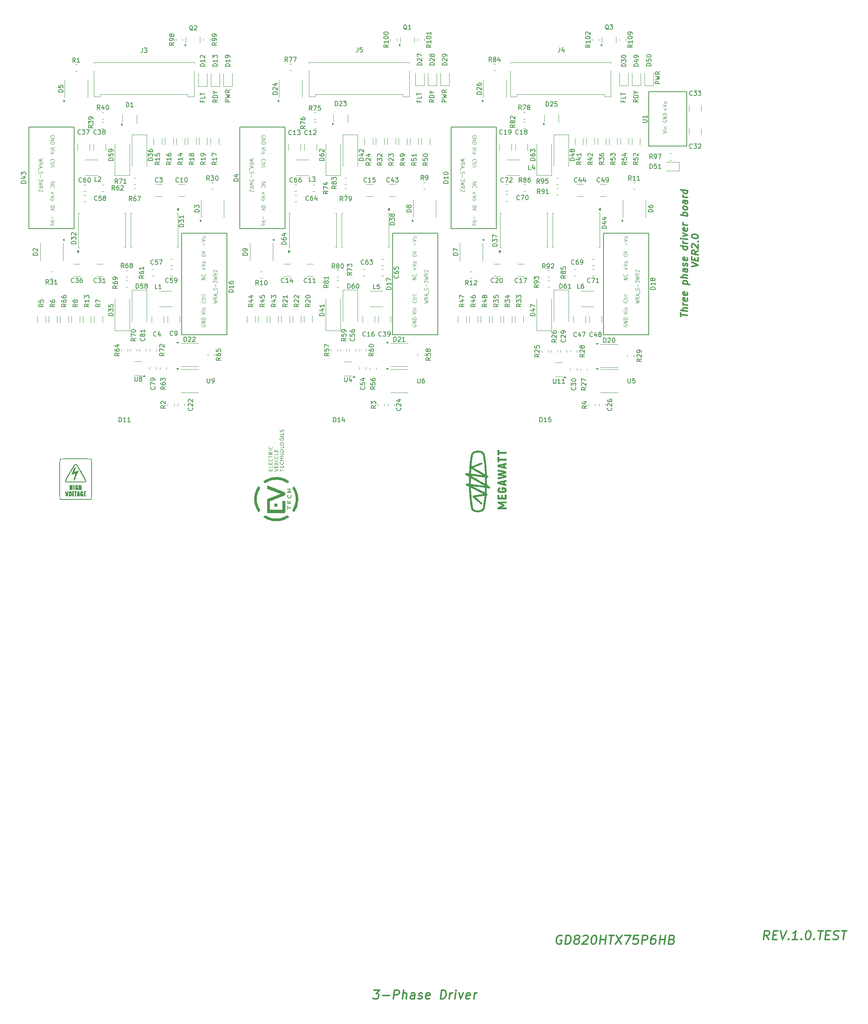
<source format=gbr>
%TF.GenerationSoftware,KiCad,Pcbnew,8.0.5-8.0.5-0~ubuntu24.04.1*%
%TF.CreationDate,2024-10-22T13:11:50+03:00*%
%TF.ProjectId,Adapter,41646170-7465-4722-9e6b-696361645f70,rev?*%
%TF.SameCoordinates,Original*%
%TF.FileFunction,Legend,Top*%
%TF.FilePolarity,Positive*%
%FSLAX46Y46*%
G04 Gerber Fmt 4.6, Leading zero omitted, Abs format (unit mm)*
G04 Created by KiCad (PCBNEW 8.0.5-8.0.5-0~ubuntu24.04.1) date 2024-10-22 13:11:50*
%MOMM*%
%LPD*%
G01*
G04 APERTURE LIST*
%ADD10C,0.150000*%
%ADD11C,0.300000*%
%ADD12C,0.101600*%
%ADD13C,0.102000*%
%ADD14C,0.120000*%
%ADD15C,0.127000*%
%ADD16C,0.000000*%
%ADD17C,0.177800*%
G04 APERTURE END LIST*
D10*
X163684009Y-66639887D02*
X163684009Y-66973220D01*
X164207819Y-66973220D02*
X163207819Y-66973220D01*
X163207819Y-66973220D02*
X163207819Y-66497030D01*
X164207819Y-65639887D02*
X164207819Y-66116077D01*
X164207819Y-66116077D02*
X163207819Y-66116077D01*
X163207819Y-65449410D02*
X163207819Y-64877982D01*
X164207819Y-65163696D02*
X163207819Y-65163696D01*
X118741819Y-66401792D02*
X118265628Y-66735125D01*
X118741819Y-66973220D02*
X117741819Y-66973220D01*
X117741819Y-66973220D02*
X117741819Y-66592268D01*
X117741819Y-66592268D02*
X117789438Y-66497030D01*
X117789438Y-66497030D02*
X117837057Y-66449411D01*
X117837057Y-66449411D02*
X117932295Y-66401792D01*
X117932295Y-66401792D02*
X118075152Y-66401792D01*
X118075152Y-66401792D02*
X118170390Y-66449411D01*
X118170390Y-66449411D02*
X118218009Y-66497030D01*
X118218009Y-66497030D02*
X118265628Y-66592268D01*
X118265628Y-66592268D02*
X118265628Y-66973220D01*
X118741819Y-65973220D02*
X117741819Y-65973220D01*
X117741819Y-65973220D02*
X117741819Y-65735125D01*
X117741819Y-65735125D02*
X117789438Y-65592268D01*
X117789438Y-65592268D02*
X117884676Y-65497030D01*
X117884676Y-65497030D02*
X117979914Y-65449411D01*
X117979914Y-65449411D02*
X118170390Y-65401792D01*
X118170390Y-65401792D02*
X118313247Y-65401792D01*
X118313247Y-65401792D02*
X118503723Y-65449411D01*
X118503723Y-65449411D02*
X118598961Y-65497030D01*
X118598961Y-65497030D02*
X118694200Y-65592268D01*
X118694200Y-65592268D02*
X118741819Y-65735125D01*
X118741819Y-65735125D02*
X118741819Y-65973220D01*
X118265628Y-64782744D02*
X118741819Y-64782744D01*
X117741819Y-65116077D02*
X118265628Y-64782744D01*
X118265628Y-64782744D02*
X117741819Y-64449411D01*
D11*
X221945912Y-114683141D02*
X221945912Y-113825998D01*
X223445912Y-114442070D02*
X221945912Y-114254570D01*
X223445912Y-113513498D02*
X221945912Y-113325998D01*
X223445912Y-112870641D02*
X222660198Y-112772427D01*
X222660198Y-112772427D02*
X222517341Y-112825998D01*
X222517341Y-112825998D02*
X222445912Y-112959927D01*
X222445912Y-112959927D02*
X222445912Y-113174213D01*
X222445912Y-113174213D02*
X222517341Y-113325998D01*
X222517341Y-113325998D02*
X222588769Y-113406355D01*
X223445912Y-112156355D02*
X222445912Y-112031355D01*
X222731626Y-112067070D02*
X222588769Y-111977784D01*
X222588769Y-111977784D02*
X222517341Y-111897427D01*
X222517341Y-111897427D02*
X222445912Y-111745641D01*
X222445912Y-111745641D02*
X222445912Y-111602784D01*
X223374484Y-110647427D02*
X223445912Y-110799213D01*
X223445912Y-110799213D02*
X223445912Y-111084927D01*
X223445912Y-111084927D02*
X223374484Y-111218856D01*
X223374484Y-111218856D02*
X223231626Y-111272427D01*
X223231626Y-111272427D02*
X222660198Y-111200999D01*
X222660198Y-111200999D02*
X222517341Y-111111713D01*
X222517341Y-111111713D02*
X222445912Y-110959927D01*
X222445912Y-110959927D02*
X222445912Y-110674213D01*
X222445912Y-110674213D02*
X222517341Y-110540284D01*
X222517341Y-110540284D02*
X222660198Y-110486713D01*
X222660198Y-110486713D02*
X222803055Y-110504570D01*
X222803055Y-110504570D02*
X222945912Y-111236713D01*
X223374484Y-109361713D02*
X223445912Y-109513499D01*
X223445912Y-109513499D02*
X223445912Y-109799213D01*
X223445912Y-109799213D02*
X223374484Y-109933142D01*
X223374484Y-109933142D02*
X223231626Y-109986713D01*
X223231626Y-109986713D02*
X222660198Y-109915285D01*
X222660198Y-109915285D02*
X222517341Y-109825999D01*
X222517341Y-109825999D02*
X222445912Y-109674213D01*
X222445912Y-109674213D02*
X222445912Y-109388499D01*
X222445912Y-109388499D02*
X222517341Y-109254570D01*
X222517341Y-109254570D02*
X222660198Y-109200999D01*
X222660198Y-109200999D02*
X222803055Y-109218856D01*
X222803055Y-109218856D02*
X222945912Y-109950999D01*
X222445912Y-107388499D02*
X223945912Y-107575999D01*
X222517341Y-107397428D02*
X222445912Y-107245642D01*
X222445912Y-107245642D02*
X222445912Y-106959928D01*
X222445912Y-106959928D02*
X222517341Y-106825999D01*
X222517341Y-106825999D02*
X222588769Y-106763499D01*
X222588769Y-106763499D02*
X222731626Y-106709928D01*
X222731626Y-106709928D02*
X223160198Y-106763499D01*
X223160198Y-106763499D02*
X223303055Y-106852785D01*
X223303055Y-106852785D02*
X223374484Y-106933142D01*
X223374484Y-106933142D02*
X223445912Y-107084928D01*
X223445912Y-107084928D02*
X223445912Y-107370642D01*
X223445912Y-107370642D02*
X223374484Y-107504571D01*
X223445912Y-106156356D02*
X221945912Y-105968856D01*
X223445912Y-105513499D02*
X222660198Y-105415285D01*
X222660198Y-105415285D02*
X222517341Y-105468856D01*
X222517341Y-105468856D02*
X222445912Y-105602785D01*
X222445912Y-105602785D02*
X222445912Y-105817071D01*
X222445912Y-105817071D02*
X222517341Y-105968856D01*
X222517341Y-105968856D02*
X222588769Y-106049213D01*
X223445912Y-104156356D02*
X222660198Y-104058142D01*
X222660198Y-104058142D02*
X222517341Y-104111713D01*
X222517341Y-104111713D02*
X222445912Y-104245642D01*
X222445912Y-104245642D02*
X222445912Y-104531356D01*
X222445912Y-104531356D02*
X222517341Y-104683142D01*
X223374484Y-104147428D02*
X223445912Y-104299213D01*
X223445912Y-104299213D02*
X223445912Y-104656356D01*
X223445912Y-104656356D02*
X223374484Y-104790285D01*
X223374484Y-104790285D02*
X223231626Y-104843856D01*
X223231626Y-104843856D02*
X223088769Y-104825999D01*
X223088769Y-104825999D02*
X222945912Y-104736713D01*
X222945912Y-104736713D02*
X222874484Y-104584928D01*
X222874484Y-104584928D02*
X222874484Y-104227785D01*
X222874484Y-104227785D02*
X222803055Y-104075999D01*
X223374484Y-103504570D02*
X223445912Y-103370642D01*
X223445912Y-103370642D02*
X223445912Y-103084927D01*
X223445912Y-103084927D02*
X223374484Y-102933142D01*
X223374484Y-102933142D02*
X223231626Y-102843856D01*
X223231626Y-102843856D02*
X223160198Y-102834927D01*
X223160198Y-102834927D02*
X223017341Y-102888499D01*
X223017341Y-102888499D02*
X222945912Y-103022427D01*
X222945912Y-103022427D02*
X222945912Y-103236713D01*
X222945912Y-103236713D02*
X222874484Y-103370642D01*
X222874484Y-103370642D02*
X222731626Y-103424213D01*
X222731626Y-103424213D02*
X222660198Y-103415285D01*
X222660198Y-103415285D02*
X222517341Y-103325999D01*
X222517341Y-103325999D02*
X222445912Y-103174213D01*
X222445912Y-103174213D02*
X222445912Y-102959927D01*
X222445912Y-102959927D02*
X222517341Y-102825999D01*
X223374484Y-101647427D02*
X223445912Y-101799213D01*
X223445912Y-101799213D02*
X223445912Y-102084927D01*
X223445912Y-102084927D02*
X223374484Y-102218856D01*
X223374484Y-102218856D02*
X223231626Y-102272427D01*
X223231626Y-102272427D02*
X222660198Y-102200999D01*
X222660198Y-102200999D02*
X222517341Y-102111713D01*
X222517341Y-102111713D02*
X222445912Y-101959927D01*
X222445912Y-101959927D02*
X222445912Y-101674213D01*
X222445912Y-101674213D02*
X222517341Y-101540284D01*
X222517341Y-101540284D02*
X222660198Y-101486713D01*
X222660198Y-101486713D02*
X222803055Y-101504570D01*
X222803055Y-101504570D02*
X222945912Y-102236713D01*
X223445912Y-99156356D02*
X221945912Y-98968856D01*
X223374484Y-99147428D02*
X223445912Y-99299213D01*
X223445912Y-99299213D02*
X223445912Y-99584928D01*
X223445912Y-99584928D02*
X223374484Y-99718856D01*
X223374484Y-99718856D02*
X223303055Y-99781356D01*
X223303055Y-99781356D02*
X223160198Y-99834928D01*
X223160198Y-99834928D02*
X222731626Y-99781356D01*
X222731626Y-99781356D02*
X222588769Y-99692070D01*
X222588769Y-99692070D02*
X222517341Y-99611713D01*
X222517341Y-99611713D02*
X222445912Y-99459928D01*
X222445912Y-99459928D02*
X222445912Y-99174213D01*
X222445912Y-99174213D02*
X222517341Y-99040285D01*
X223445912Y-98442070D02*
X222445912Y-98317070D01*
X222731626Y-98352785D02*
X222588769Y-98263499D01*
X222588769Y-98263499D02*
X222517341Y-98183142D01*
X222517341Y-98183142D02*
X222445912Y-98031356D01*
X222445912Y-98031356D02*
X222445912Y-97888499D01*
X223445912Y-97513499D02*
X222445912Y-97388499D01*
X221945912Y-97325999D02*
X222017341Y-97406356D01*
X222017341Y-97406356D02*
X222088769Y-97343856D01*
X222088769Y-97343856D02*
X222017341Y-97263499D01*
X222017341Y-97263499D02*
X221945912Y-97325999D01*
X221945912Y-97325999D02*
X222088769Y-97343856D01*
X222445912Y-96817070D02*
X223445912Y-96584928D01*
X223445912Y-96584928D02*
X222445912Y-96102785D01*
X223374484Y-95075999D02*
X223445912Y-95227785D01*
X223445912Y-95227785D02*
X223445912Y-95513499D01*
X223445912Y-95513499D02*
X223374484Y-95647428D01*
X223374484Y-95647428D02*
X223231626Y-95700999D01*
X223231626Y-95700999D02*
X222660198Y-95629571D01*
X222660198Y-95629571D02*
X222517341Y-95540285D01*
X222517341Y-95540285D02*
X222445912Y-95388499D01*
X222445912Y-95388499D02*
X222445912Y-95102785D01*
X222445912Y-95102785D02*
X222517341Y-94968856D01*
X222517341Y-94968856D02*
X222660198Y-94915285D01*
X222660198Y-94915285D02*
X222803055Y-94933142D01*
X222803055Y-94933142D02*
X222945912Y-95665285D01*
X223445912Y-94370642D02*
X222445912Y-94245642D01*
X222731626Y-94281357D02*
X222588769Y-94192071D01*
X222588769Y-94192071D02*
X222517341Y-94111714D01*
X222517341Y-94111714D02*
X222445912Y-93959928D01*
X222445912Y-93959928D02*
X222445912Y-93817071D01*
X223445912Y-92299214D02*
X221945912Y-92111714D01*
X222517341Y-92183143D02*
X222445912Y-92031357D01*
X222445912Y-92031357D02*
X222445912Y-91745643D01*
X222445912Y-91745643D02*
X222517341Y-91611714D01*
X222517341Y-91611714D02*
X222588769Y-91549214D01*
X222588769Y-91549214D02*
X222731626Y-91495643D01*
X222731626Y-91495643D02*
X223160198Y-91549214D01*
X223160198Y-91549214D02*
X223303055Y-91638500D01*
X223303055Y-91638500D02*
X223374484Y-91718857D01*
X223374484Y-91718857D02*
X223445912Y-91870643D01*
X223445912Y-91870643D02*
X223445912Y-92156357D01*
X223445912Y-92156357D02*
X223374484Y-92290286D01*
X223445912Y-90727786D02*
X223374484Y-90861714D01*
X223374484Y-90861714D02*
X223303055Y-90924214D01*
X223303055Y-90924214D02*
X223160198Y-90977786D01*
X223160198Y-90977786D02*
X222731626Y-90924214D01*
X222731626Y-90924214D02*
X222588769Y-90834928D01*
X222588769Y-90834928D02*
X222517341Y-90754571D01*
X222517341Y-90754571D02*
X222445912Y-90602786D01*
X222445912Y-90602786D02*
X222445912Y-90388500D01*
X222445912Y-90388500D02*
X222517341Y-90254571D01*
X222517341Y-90254571D02*
X222588769Y-90192071D01*
X222588769Y-90192071D02*
X222731626Y-90138500D01*
X222731626Y-90138500D02*
X223160198Y-90192071D01*
X223160198Y-90192071D02*
X223303055Y-90281357D01*
X223303055Y-90281357D02*
X223374484Y-90361714D01*
X223374484Y-90361714D02*
X223445912Y-90513500D01*
X223445912Y-90513500D02*
X223445912Y-90727786D01*
X223445912Y-88942071D02*
X222660198Y-88843857D01*
X222660198Y-88843857D02*
X222517341Y-88897428D01*
X222517341Y-88897428D02*
X222445912Y-89031357D01*
X222445912Y-89031357D02*
X222445912Y-89317071D01*
X222445912Y-89317071D02*
X222517341Y-89468857D01*
X223374484Y-88933143D02*
X223445912Y-89084928D01*
X223445912Y-89084928D02*
X223445912Y-89442071D01*
X223445912Y-89442071D02*
X223374484Y-89576000D01*
X223374484Y-89576000D02*
X223231626Y-89629571D01*
X223231626Y-89629571D02*
X223088769Y-89611714D01*
X223088769Y-89611714D02*
X222945912Y-89522428D01*
X222945912Y-89522428D02*
X222874484Y-89370643D01*
X222874484Y-89370643D02*
X222874484Y-89013500D01*
X222874484Y-89013500D02*
X222803055Y-88861714D01*
X223445912Y-88227785D02*
X222445912Y-88102785D01*
X222731626Y-88138500D02*
X222588769Y-88049214D01*
X222588769Y-88049214D02*
X222517341Y-87968857D01*
X222517341Y-87968857D02*
X222445912Y-87817071D01*
X222445912Y-87817071D02*
X222445912Y-87674214D01*
X223445912Y-86656357D02*
X221945912Y-86468857D01*
X223374484Y-86647429D02*
X223445912Y-86799214D01*
X223445912Y-86799214D02*
X223445912Y-87084929D01*
X223445912Y-87084929D02*
X223374484Y-87218857D01*
X223374484Y-87218857D02*
X223303055Y-87281357D01*
X223303055Y-87281357D02*
X223160198Y-87334929D01*
X223160198Y-87334929D02*
X222731626Y-87281357D01*
X222731626Y-87281357D02*
X222588769Y-87192071D01*
X222588769Y-87192071D02*
X222517341Y-87111714D01*
X222517341Y-87111714D02*
X222445912Y-86959929D01*
X222445912Y-86959929D02*
X222445912Y-86674214D01*
X222445912Y-86674214D02*
X222517341Y-86540286D01*
X224360828Y-103611713D02*
X225860828Y-103299213D01*
X225860828Y-103299213D02*
X224360828Y-102611713D01*
X225075114Y-102200999D02*
X225075114Y-101700999D01*
X225860828Y-101584928D02*
X225860828Y-102299213D01*
X225860828Y-102299213D02*
X224360828Y-102111713D01*
X224360828Y-102111713D02*
X224360828Y-101397428D01*
X225860828Y-100084927D02*
X225146542Y-100495642D01*
X225860828Y-100942070D02*
X224360828Y-100754570D01*
X224360828Y-100754570D02*
X224360828Y-100183142D01*
X224360828Y-100183142D02*
X224432257Y-100049213D01*
X224432257Y-100049213D02*
X224503685Y-99986713D01*
X224503685Y-99986713D02*
X224646542Y-99933142D01*
X224646542Y-99933142D02*
X224860828Y-99959927D01*
X224860828Y-99959927D02*
X225003685Y-100049213D01*
X225003685Y-100049213D02*
X225075114Y-100129570D01*
X225075114Y-100129570D02*
X225146542Y-100281356D01*
X225146542Y-100281356D02*
X225146542Y-100852785D01*
X224503685Y-99343856D02*
X224432257Y-99263499D01*
X224432257Y-99263499D02*
X224360828Y-99111713D01*
X224360828Y-99111713D02*
X224360828Y-98754570D01*
X224360828Y-98754570D02*
X224432257Y-98620642D01*
X224432257Y-98620642D02*
X224503685Y-98558142D01*
X224503685Y-98558142D02*
X224646542Y-98504570D01*
X224646542Y-98504570D02*
X224789400Y-98522427D01*
X224789400Y-98522427D02*
X225003685Y-98620642D01*
X225003685Y-98620642D02*
X225860828Y-99584927D01*
X225860828Y-99584927D02*
X225860828Y-98656356D01*
X225717971Y-97995642D02*
X225789400Y-97933142D01*
X225789400Y-97933142D02*
X225860828Y-98013499D01*
X225860828Y-98013499D02*
X225789400Y-98075999D01*
X225789400Y-98075999D02*
X225717971Y-97995642D01*
X225717971Y-97995642D02*
X225860828Y-98013499D01*
X224360828Y-96825999D02*
X224360828Y-96683142D01*
X224360828Y-96683142D02*
X224432257Y-96549213D01*
X224432257Y-96549213D02*
X224503685Y-96486713D01*
X224503685Y-96486713D02*
X224646542Y-96433142D01*
X224646542Y-96433142D02*
X224932257Y-96397428D01*
X224932257Y-96397428D02*
X225289400Y-96442070D01*
X225289400Y-96442070D02*
X225575114Y-96549213D01*
X225575114Y-96549213D02*
X225717971Y-96638499D01*
X225717971Y-96638499D02*
X225789400Y-96718856D01*
X225789400Y-96718856D02*
X225860828Y-96870642D01*
X225860828Y-96870642D02*
X225860828Y-97013499D01*
X225860828Y-97013499D02*
X225789400Y-97147428D01*
X225789400Y-97147428D02*
X225717971Y-97209928D01*
X225717971Y-97209928D02*
X225575114Y-97263499D01*
X225575114Y-97263499D02*
X225289400Y-97299213D01*
X225289400Y-97299213D02*
X224932257Y-97254570D01*
X224932257Y-97254570D02*
X224646542Y-97147428D01*
X224646542Y-97147428D02*
X224503685Y-97058142D01*
X224503685Y-97058142D02*
X224432257Y-96977785D01*
X224432257Y-96977785D02*
X224360828Y-96825999D01*
D10*
X121535819Y-66973220D02*
X120535819Y-66973220D01*
X120535819Y-66973220D02*
X120535819Y-66592268D01*
X120535819Y-66592268D02*
X120583438Y-66497030D01*
X120583438Y-66497030D02*
X120631057Y-66449411D01*
X120631057Y-66449411D02*
X120726295Y-66401792D01*
X120726295Y-66401792D02*
X120869152Y-66401792D01*
X120869152Y-66401792D02*
X120964390Y-66449411D01*
X120964390Y-66449411D02*
X121012009Y-66497030D01*
X121012009Y-66497030D02*
X121059628Y-66592268D01*
X121059628Y-66592268D02*
X121059628Y-66973220D01*
X120535819Y-66068458D02*
X121535819Y-65830363D01*
X121535819Y-65830363D02*
X120821533Y-65639887D01*
X120821533Y-65639887D02*
X121535819Y-65449411D01*
X121535819Y-65449411D02*
X120535819Y-65211316D01*
X121535819Y-64258935D02*
X121059628Y-64592268D01*
X121535819Y-64830363D02*
X120535819Y-64830363D01*
X120535819Y-64830363D02*
X120535819Y-64449411D01*
X120535819Y-64449411D02*
X120583438Y-64354173D01*
X120583438Y-64354173D02*
X120631057Y-64306554D01*
X120631057Y-64306554D02*
X120726295Y-64258935D01*
X120726295Y-64258935D02*
X120869152Y-64258935D01*
X120869152Y-64258935D02*
X120964390Y-64306554D01*
X120964390Y-64306554D02*
X121012009Y-64354173D01*
X121012009Y-64354173D02*
X121059628Y-64449411D01*
X121059628Y-64449411D02*
X121059628Y-64830363D01*
X167001819Y-66401792D02*
X166525628Y-66735125D01*
X167001819Y-66973220D02*
X166001819Y-66973220D01*
X166001819Y-66973220D02*
X166001819Y-66592268D01*
X166001819Y-66592268D02*
X166049438Y-66497030D01*
X166049438Y-66497030D02*
X166097057Y-66449411D01*
X166097057Y-66449411D02*
X166192295Y-66401792D01*
X166192295Y-66401792D02*
X166335152Y-66401792D01*
X166335152Y-66401792D02*
X166430390Y-66449411D01*
X166430390Y-66449411D02*
X166478009Y-66497030D01*
X166478009Y-66497030D02*
X166525628Y-66592268D01*
X166525628Y-66592268D02*
X166525628Y-66973220D01*
X167001819Y-65973220D02*
X166001819Y-65973220D01*
X166001819Y-65973220D02*
X166001819Y-65735125D01*
X166001819Y-65735125D02*
X166049438Y-65592268D01*
X166049438Y-65592268D02*
X166144676Y-65497030D01*
X166144676Y-65497030D02*
X166239914Y-65449411D01*
X166239914Y-65449411D02*
X166430390Y-65401792D01*
X166430390Y-65401792D02*
X166573247Y-65401792D01*
X166573247Y-65401792D02*
X166763723Y-65449411D01*
X166763723Y-65449411D02*
X166858961Y-65497030D01*
X166858961Y-65497030D02*
X166954200Y-65592268D01*
X166954200Y-65592268D02*
X167001819Y-65735125D01*
X167001819Y-65735125D02*
X167001819Y-65973220D01*
X166525628Y-64782744D02*
X167001819Y-64782744D01*
X166001819Y-65116077D02*
X166525628Y-64782744D01*
X166525628Y-64782744D02*
X166001819Y-64449411D01*
X212467819Y-66401792D02*
X211991628Y-66735125D01*
X212467819Y-66973220D02*
X211467819Y-66973220D01*
X211467819Y-66973220D02*
X211467819Y-66592268D01*
X211467819Y-66592268D02*
X211515438Y-66497030D01*
X211515438Y-66497030D02*
X211563057Y-66449411D01*
X211563057Y-66449411D02*
X211658295Y-66401792D01*
X211658295Y-66401792D02*
X211801152Y-66401792D01*
X211801152Y-66401792D02*
X211896390Y-66449411D01*
X211896390Y-66449411D02*
X211944009Y-66497030D01*
X211944009Y-66497030D02*
X211991628Y-66592268D01*
X211991628Y-66592268D02*
X211991628Y-66973220D01*
X212467819Y-65973220D02*
X211467819Y-65973220D01*
X211467819Y-65973220D02*
X211467819Y-65735125D01*
X211467819Y-65735125D02*
X211515438Y-65592268D01*
X211515438Y-65592268D02*
X211610676Y-65497030D01*
X211610676Y-65497030D02*
X211705914Y-65449411D01*
X211705914Y-65449411D02*
X211896390Y-65401792D01*
X211896390Y-65401792D02*
X212039247Y-65401792D01*
X212039247Y-65401792D02*
X212229723Y-65449411D01*
X212229723Y-65449411D02*
X212324961Y-65497030D01*
X212324961Y-65497030D02*
X212420200Y-65592268D01*
X212420200Y-65592268D02*
X212467819Y-65735125D01*
X212467819Y-65735125D02*
X212467819Y-65973220D01*
X211991628Y-64782744D02*
X212467819Y-64782744D01*
X211467819Y-65116077D02*
X211991628Y-64782744D01*
X211991628Y-64782744D02*
X211467819Y-64449411D01*
D11*
X241558951Y-253385638D02*
X241011332Y-252433257D01*
X240416094Y-253385638D02*
X240666094Y-251385638D01*
X240666094Y-251385638D02*
X241427999Y-251385638D01*
X241427999Y-251385638D02*
X241606570Y-251480876D01*
X241606570Y-251480876D02*
X241689904Y-251576114D01*
X241689904Y-251576114D02*
X241761332Y-251766590D01*
X241761332Y-251766590D02*
X241725618Y-252052304D01*
X241725618Y-252052304D02*
X241606570Y-252242780D01*
X241606570Y-252242780D02*
X241499428Y-252338019D01*
X241499428Y-252338019D02*
X241297047Y-252433257D01*
X241297047Y-252433257D02*
X240535142Y-252433257D01*
X242547047Y-252338019D02*
X243213713Y-252338019D01*
X243368475Y-253385638D02*
X242416094Y-253385638D01*
X242416094Y-253385638D02*
X242666094Y-251385638D01*
X242666094Y-251385638D02*
X243618475Y-251385638D01*
X244189904Y-251385638D02*
X244606571Y-253385638D01*
X244606571Y-253385638D02*
X245523237Y-251385638D01*
X245963714Y-253195161D02*
X246047047Y-253290400D01*
X246047047Y-253290400D02*
X245939904Y-253385638D01*
X245939904Y-253385638D02*
X245856571Y-253290400D01*
X245856571Y-253290400D02*
X245963714Y-253195161D01*
X245963714Y-253195161D02*
X245939904Y-253385638D01*
X247939904Y-253385638D02*
X246797047Y-253385638D01*
X247368476Y-253385638D02*
X247618476Y-251385638D01*
X247618476Y-251385638D02*
X247392285Y-251671352D01*
X247392285Y-251671352D02*
X247178000Y-251861828D01*
X247178000Y-251861828D02*
X246975619Y-251957066D01*
X248820857Y-253195161D02*
X248904190Y-253290400D01*
X248904190Y-253290400D02*
X248797047Y-253385638D01*
X248797047Y-253385638D02*
X248713714Y-253290400D01*
X248713714Y-253290400D02*
X248820857Y-253195161D01*
X248820857Y-253195161D02*
X248797047Y-253385638D01*
X250380381Y-251385638D02*
X250570857Y-251385638D01*
X250570857Y-251385638D02*
X250749428Y-251480876D01*
X250749428Y-251480876D02*
X250832762Y-251576114D01*
X250832762Y-251576114D02*
X250904190Y-251766590D01*
X250904190Y-251766590D02*
X250951809Y-252147542D01*
X250951809Y-252147542D02*
X250892285Y-252623733D01*
X250892285Y-252623733D02*
X250749428Y-253004685D01*
X250749428Y-253004685D02*
X250630381Y-253195161D01*
X250630381Y-253195161D02*
X250523238Y-253290400D01*
X250523238Y-253290400D02*
X250320857Y-253385638D01*
X250320857Y-253385638D02*
X250130381Y-253385638D01*
X250130381Y-253385638D02*
X249951809Y-253290400D01*
X249951809Y-253290400D02*
X249868476Y-253195161D01*
X249868476Y-253195161D02*
X249797047Y-253004685D01*
X249797047Y-253004685D02*
X249749428Y-252623733D01*
X249749428Y-252623733D02*
X249808952Y-252147542D01*
X249808952Y-252147542D02*
X249951809Y-251766590D01*
X249951809Y-251766590D02*
X250070857Y-251576114D01*
X250070857Y-251576114D02*
X250178000Y-251480876D01*
X250178000Y-251480876D02*
X250380381Y-251385638D01*
X251678000Y-253195161D02*
X251761333Y-253290400D01*
X251761333Y-253290400D02*
X251654190Y-253385638D01*
X251654190Y-253385638D02*
X251570857Y-253290400D01*
X251570857Y-253290400D02*
X251678000Y-253195161D01*
X251678000Y-253195161D02*
X251654190Y-253385638D01*
X252570857Y-251385638D02*
X253713714Y-251385638D01*
X252892286Y-253385638D02*
X253142286Y-251385638D01*
X254261334Y-252338019D02*
X254928000Y-252338019D01*
X255082762Y-253385638D02*
X254130381Y-253385638D01*
X254130381Y-253385638D02*
X254380381Y-251385638D01*
X254380381Y-251385638D02*
X255332762Y-251385638D01*
X255856572Y-253290400D02*
X256130381Y-253385638D01*
X256130381Y-253385638D02*
X256606572Y-253385638D01*
X256606572Y-253385638D02*
X256808953Y-253290400D01*
X256808953Y-253290400D02*
X256916096Y-253195161D01*
X256916096Y-253195161D02*
X257035143Y-253004685D01*
X257035143Y-253004685D02*
X257058953Y-252814209D01*
X257058953Y-252814209D02*
X256987524Y-252623733D01*
X256987524Y-252623733D02*
X256904191Y-252528495D01*
X256904191Y-252528495D02*
X256725620Y-252433257D01*
X256725620Y-252433257D02*
X256356572Y-252338019D01*
X256356572Y-252338019D02*
X256178000Y-252242780D01*
X256178000Y-252242780D02*
X256094667Y-252147542D01*
X256094667Y-252147542D02*
X256023239Y-251957066D01*
X256023239Y-251957066D02*
X256047048Y-251766590D01*
X256047048Y-251766590D02*
X256166096Y-251576114D01*
X256166096Y-251576114D02*
X256273239Y-251480876D01*
X256273239Y-251480876D02*
X256475620Y-251385638D01*
X256475620Y-251385638D02*
X256951810Y-251385638D01*
X256951810Y-251385638D02*
X257225620Y-251480876D01*
X257808953Y-251385638D02*
X258951810Y-251385638D01*
X258130382Y-253385638D02*
X258380382Y-251385638D01*
D10*
X209150009Y-66639887D02*
X209150009Y-66973220D01*
X209673819Y-66973220D02*
X208673819Y-66973220D01*
X208673819Y-66973220D02*
X208673819Y-66497030D01*
X209673819Y-65639887D02*
X209673819Y-66116077D01*
X209673819Y-66116077D02*
X208673819Y-66116077D01*
X208673819Y-65449410D02*
X208673819Y-64877982D01*
X209673819Y-65163696D02*
X208673819Y-65163696D01*
X115424009Y-66639887D02*
X115424009Y-66973220D01*
X115947819Y-66973220D02*
X114947819Y-66973220D01*
X114947819Y-66973220D02*
X114947819Y-66497030D01*
X115947819Y-65639887D02*
X115947819Y-66116077D01*
X115947819Y-66116077D02*
X114947819Y-66116077D01*
X114947819Y-65449410D02*
X114947819Y-64877982D01*
X115947819Y-65163696D02*
X114947819Y-65163696D01*
D11*
X195490190Y-252496876D02*
X195311618Y-252401638D01*
X195311618Y-252401638D02*
X195025904Y-252401638D01*
X195025904Y-252401638D02*
X194728285Y-252496876D01*
X194728285Y-252496876D02*
X194513999Y-252687352D01*
X194513999Y-252687352D02*
X194394951Y-252877828D01*
X194394951Y-252877828D02*
X194252094Y-253258780D01*
X194252094Y-253258780D02*
X194216380Y-253544495D01*
X194216380Y-253544495D02*
X194263999Y-253925447D01*
X194263999Y-253925447D02*
X194335428Y-254115923D01*
X194335428Y-254115923D02*
X194502094Y-254306400D01*
X194502094Y-254306400D02*
X194775904Y-254401638D01*
X194775904Y-254401638D02*
X194966380Y-254401638D01*
X194966380Y-254401638D02*
X195263999Y-254306400D01*
X195263999Y-254306400D02*
X195371142Y-254211161D01*
X195371142Y-254211161D02*
X195454475Y-253544495D01*
X195454475Y-253544495D02*
X195073523Y-253544495D01*
X196204475Y-254401638D02*
X196454475Y-252401638D01*
X196454475Y-252401638D02*
X196930666Y-252401638D01*
X196930666Y-252401638D02*
X197204475Y-252496876D01*
X197204475Y-252496876D02*
X197371142Y-252687352D01*
X197371142Y-252687352D02*
X197442570Y-252877828D01*
X197442570Y-252877828D02*
X197490190Y-253258780D01*
X197490190Y-253258780D02*
X197454475Y-253544495D01*
X197454475Y-253544495D02*
X197311618Y-253925447D01*
X197311618Y-253925447D02*
X197192570Y-254115923D01*
X197192570Y-254115923D02*
X196978285Y-254306400D01*
X196978285Y-254306400D02*
X196680666Y-254401638D01*
X196680666Y-254401638D02*
X196204475Y-254401638D01*
X198633047Y-253258780D02*
X198454475Y-253163542D01*
X198454475Y-253163542D02*
X198371142Y-253068304D01*
X198371142Y-253068304D02*
X198299713Y-252877828D01*
X198299713Y-252877828D02*
X198311618Y-252782590D01*
X198311618Y-252782590D02*
X198430666Y-252592114D01*
X198430666Y-252592114D02*
X198537809Y-252496876D01*
X198537809Y-252496876D02*
X198740190Y-252401638D01*
X198740190Y-252401638D02*
X199121142Y-252401638D01*
X199121142Y-252401638D02*
X199299713Y-252496876D01*
X199299713Y-252496876D02*
X199383047Y-252592114D01*
X199383047Y-252592114D02*
X199454475Y-252782590D01*
X199454475Y-252782590D02*
X199442570Y-252877828D01*
X199442570Y-252877828D02*
X199323523Y-253068304D01*
X199323523Y-253068304D02*
X199216380Y-253163542D01*
X199216380Y-253163542D02*
X199013999Y-253258780D01*
X199013999Y-253258780D02*
X198633047Y-253258780D01*
X198633047Y-253258780D02*
X198430666Y-253354019D01*
X198430666Y-253354019D02*
X198323523Y-253449257D01*
X198323523Y-253449257D02*
X198204475Y-253639733D01*
X198204475Y-253639733D02*
X198156856Y-254020685D01*
X198156856Y-254020685D02*
X198228285Y-254211161D01*
X198228285Y-254211161D02*
X198311618Y-254306400D01*
X198311618Y-254306400D02*
X198490190Y-254401638D01*
X198490190Y-254401638D02*
X198871142Y-254401638D01*
X198871142Y-254401638D02*
X199073523Y-254306400D01*
X199073523Y-254306400D02*
X199180666Y-254211161D01*
X199180666Y-254211161D02*
X199299713Y-254020685D01*
X199299713Y-254020685D02*
X199347332Y-253639733D01*
X199347332Y-253639733D02*
X199275904Y-253449257D01*
X199275904Y-253449257D02*
X199192570Y-253354019D01*
X199192570Y-253354019D02*
X199013999Y-253258780D01*
X200240190Y-252592114D02*
X200347332Y-252496876D01*
X200347332Y-252496876D02*
X200549713Y-252401638D01*
X200549713Y-252401638D02*
X201025904Y-252401638D01*
X201025904Y-252401638D02*
X201204475Y-252496876D01*
X201204475Y-252496876D02*
X201287809Y-252592114D01*
X201287809Y-252592114D02*
X201359237Y-252782590D01*
X201359237Y-252782590D02*
X201335428Y-252973066D01*
X201335428Y-252973066D02*
X201204475Y-253258780D01*
X201204475Y-253258780D02*
X199918761Y-254401638D01*
X199918761Y-254401638D02*
X201156856Y-254401638D01*
X202644952Y-252401638D02*
X202835428Y-252401638D01*
X202835428Y-252401638D02*
X203013999Y-252496876D01*
X203013999Y-252496876D02*
X203097333Y-252592114D01*
X203097333Y-252592114D02*
X203168761Y-252782590D01*
X203168761Y-252782590D02*
X203216380Y-253163542D01*
X203216380Y-253163542D02*
X203156856Y-253639733D01*
X203156856Y-253639733D02*
X203013999Y-254020685D01*
X203013999Y-254020685D02*
X202894952Y-254211161D01*
X202894952Y-254211161D02*
X202787809Y-254306400D01*
X202787809Y-254306400D02*
X202585428Y-254401638D01*
X202585428Y-254401638D02*
X202394952Y-254401638D01*
X202394952Y-254401638D02*
X202216380Y-254306400D01*
X202216380Y-254306400D02*
X202133047Y-254211161D01*
X202133047Y-254211161D02*
X202061618Y-254020685D01*
X202061618Y-254020685D02*
X202013999Y-253639733D01*
X202013999Y-253639733D02*
X202073523Y-253163542D01*
X202073523Y-253163542D02*
X202216380Y-252782590D01*
X202216380Y-252782590D02*
X202335428Y-252592114D01*
X202335428Y-252592114D02*
X202442571Y-252496876D01*
X202442571Y-252496876D02*
X202644952Y-252401638D01*
X203918761Y-254401638D02*
X204168761Y-252401638D01*
X204049714Y-253354019D02*
X205192571Y-253354019D01*
X205061618Y-254401638D02*
X205311618Y-252401638D01*
X205978285Y-252401638D02*
X207121142Y-252401638D01*
X206299714Y-254401638D02*
X206549714Y-252401638D01*
X207597333Y-252401638D02*
X208680666Y-254401638D01*
X208930666Y-252401638D02*
X207347333Y-254401638D01*
X209502095Y-252401638D02*
X210835428Y-252401638D01*
X210835428Y-252401638D02*
X209728286Y-254401638D01*
X212549714Y-252401638D02*
X211597333Y-252401638D01*
X211597333Y-252401638D02*
X211383048Y-253354019D01*
X211383048Y-253354019D02*
X211490190Y-253258780D01*
X211490190Y-253258780D02*
X211692571Y-253163542D01*
X211692571Y-253163542D02*
X212168762Y-253163542D01*
X212168762Y-253163542D02*
X212347333Y-253258780D01*
X212347333Y-253258780D02*
X212430667Y-253354019D01*
X212430667Y-253354019D02*
X212502095Y-253544495D01*
X212502095Y-253544495D02*
X212442571Y-254020685D01*
X212442571Y-254020685D02*
X212323524Y-254211161D01*
X212323524Y-254211161D02*
X212216381Y-254306400D01*
X212216381Y-254306400D02*
X212014000Y-254401638D01*
X212014000Y-254401638D02*
X211537809Y-254401638D01*
X211537809Y-254401638D02*
X211359238Y-254306400D01*
X211359238Y-254306400D02*
X211275905Y-254211161D01*
X213252095Y-254401638D02*
X213502095Y-252401638D01*
X213502095Y-252401638D02*
X214264000Y-252401638D01*
X214264000Y-252401638D02*
X214442571Y-252496876D01*
X214442571Y-252496876D02*
X214525905Y-252592114D01*
X214525905Y-252592114D02*
X214597333Y-252782590D01*
X214597333Y-252782590D02*
X214561619Y-253068304D01*
X214561619Y-253068304D02*
X214442571Y-253258780D01*
X214442571Y-253258780D02*
X214335429Y-253354019D01*
X214335429Y-253354019D02*
X214133048Y-253449257D01*
X214133048Y-253449257D02*
X213371143Y-253449257D01*
X216359238Y-252401638D02*
X215978286Y-252401638D01*
X215978286Y-252401638D02*
X215775905Y-252496876D01*
X215775905Y-252496876D02*
X215668762Y-252592114D01*
X215668762Y-252592114D02*
X215442571Y-252877828D01*
X215442571Y-252877828D02*
X215299714Y-253258780D01*
X215299714Y-253258780D02*
X215204476Y-254020685D01*
X215204476Y-254020685D02*
X215275905Y-254211161D01*
X215275905Y-254211161D02*
X215359238Y-254306400D01*
X215359238Y-254306400D02*
X215537810Y-254401638D01*
X215537810Y-254401638D02*
X215918762Y-254401638D01*
X215918762Y-254401638D02*
X216121143Y-254306400D01*
X216121143Y-254306400D02*
X216228286Y-254211161D01*
X216228286Y-254211161D02*
X216347333Y-254020685D01*
X216347333Y-254020685D02*
X216406857Y-253544495D01*
X216406857Y-253544495D02*
X216335429Y-253354019D01*
X216335429Y-253354019D02*
X216252095Y-253258780D01*
X216252095Y-253258780D02*
X216073524Y-253163542D01*
X216073524Y-253163542D02*
X215692571Y-253163542D01*
X215692571Y-253163542D02*
X215490190Y-253258780D01*
X215490190Y-253258780D02*
X215383048Y-253354019D01*
X215383048Y-253354019D02*
X215264000Y-253544495D01*
X217156857Y-254401638D02*
X217406857Y-252401638D01*
X217287810Y-253354019D02*
X218430667Y-253354019D01*
X218299714Y-254401638D02*
X218549714Y-252401638D01*
X220049714Y-253354019D02*
X220323524Y-253449257D01*
X220323524Y-253449257D02*
X220406857Y-253544495D01*
X220406857Y-253544495D02*
X220478286Y-253734971D01*
X220478286Y-253734971D02*
X220442571Y-254020685D01*
X220442571Y-254020685D02*
X220323524Y-254211161D01*
X220323524Y-254211161D02*
X220216381Y-254306400D01*
X220216381Y-254306400D02*
X220014000Y-254401638D01*
X220014000Y-254401638D02*
X219252095Y-254401638D01*
X219252095Y-254401638D02*
X219502095Y-252401638D01*
X219502095Y-252401638D02*
X220168762Y-252401638D01*
X220168762Y-252401638D02*
X220347333Y-252496876D01*
X220347333Y-252496876D02*
X220430667Y-252592114D01*
X220430667Y-252592114D02*
X220502095Y-252782590D01*
X220502095Y-252782590D02*
X220478286Y-252973066D01*
X220478286Y-252973066D02*
X220359238Y-253163542D01*
X220359238Y-253163542D02*
X220252095Y-253258780D01*
X220252095Y-253258780D02*
X220049714Y-253354019D01*
X220049714Y-253354019D02*
X219383048Y-253354019D01*
D10*
X169795819Y-66973220D02*
X168795819Y-66973220D01*
X168795819Y-66973220D02*
X168795819Y-66592268D01*
X168795819Y-66592268D02*
X168843438Y-66497030D01*
X168843438Y-66497030D02*
X168891057Y-66449411D01*
X168891057Y-66449411D02*
X168986295Y-66401792D01*
X168986295Y-66401792D02*
X169129152Y-66401792D01*
X169129152Y-66401792D02*
X169224390Y-66449411D01*
X169224390Y-66449411D02*
X169272009Y-66497030D01*
X169272009Y-66497030D02*
X169319628Y-66592268D01*
X169319628Y-66592268D02*
X169319628Y-66973220D01*
X168795819Y-66068458D02*
X169795819Y-65830363D01*
X169795819Y-65830363D02*
X169081533Y-65639887D01*
X169081533Y-65639887D02*
X169795819Y-65449411D01*
X169795819Y-65449411D02*
X168795819Y-65211316D01*
X169795819Y-64258935D02*
X169319628Y-64592268D01*
X169795819Y-64830363D02*
X168795819Y-64830363D01*
X168795819Y-64830363D02*
X168795819Y-64449411D01*
X168795819Y-64449411D02*
X168843438Y-64354173D01*
X168843438Y-64354173D02*
X168891057Y-64306554D01*
X168891057Y-64306554D02*
X168986295Y-64258935D01*
X168986295Y-64258935D02*
X169129152Y-64258935D01*
X169129152Y-64258935D02*
X169224390Y-64306554D01*
X169224390Y-64306554D02*
X169272009Y-64354173D01*
X169272009Y-64354173D02*
X169319628Y-64449411D01*
X169319628Y-64449411D02*
X169319628Y-64830363D01*
D11*
X153607904Y-264593638D02*
X154845999Y-264593638D01*
X154845999Y-264593638D02*
X154084095Y-265355542D01*
X154084095Y-265355542D02*
X154369809Y-265355542D01*
X154369809Y-265355542D02*
X154548380Y-265450780D01*
X154548380Y-265450780D02*
X154631714Y-265546019D01*
X154631714Y-265546019D02*
X154703142Y-265736495D01*
X154703142Y-265736495D02*
X154643618Y-266212685D01*
X154643618Y-266212685D02*
X154524571Y-266403161D01*
X154524571Y-266403161D02*
X154417428Y-266498400D01*
X154417428Y-266498400D02*
X154215047Y-266593638D01*
X154215047Y-266593638D02*
X153643618Y-266593638D01*
X153643618Y-266593638D02*
X153465047Y-266498400D01*
X153465047Y-266498400D02*
X153381714Y-266403161D01*
X155548380Y-265831733D02*
X157072190Y-265831733D01*
X157929332Y-266593638D02*
X158179332Y-264593638D01*
X158179332Y-264593638D02*
X158941237Y-264593638D01*
X158941237Y-264593638D02*
X159119808Y-264688876D01*
X159119808Y-264688876D02*
X159203142Y-264784114D01*
X159203142Y-264784114D02*
X159274570Y-264974590D01*
X159274570Y-264974590D02*
X159238856Y-265260304D01*
X159238856Y-265260304D02*
X159119808Y-265450780D01*
X159119808Y-265450780D02*
X159012666Y-265546019D01*
X159012666Y-265546019D02*
X158810285Y-265641257D01*
X158810285Y-265641257D02*
X158048380Y-265641257D01*
X159929332Y-266593638D02*
X160179332Y-264593638D01*
X160786475Y-266593638D02*
X160917427Y-265546019D01*
X160917427Y-265546019D02*
X160845999Y-265355542D01*
X160845999Y-265355542D02*
X160667427Y-265260304D01*
X160667427Y-265260304D02*
X160381713Y-265260304D01*
X160381713Y-265260304D02*
X160179332Y-265355542D01*
X160179332Y-265355542D02*
X160072189Y-265450780D01*
X162595999Y-266593638D02*
X162726951Y-265546019D01*
X162726951Y-265546019D02*
X162655523Y-265355542D01*
X162655523Y-265355542D02*
X162476951Y-265260304D01*
X162476951Y-265260304D02*
X162095999Y-265260304D01*
X162095999Y-265260304D02*
X161893618Y-265355542D01*
X162607904Y-266498400D02*
X162405523Y-266593638D01*
X162405523Y-266593638D02*
X161929332Y-266593638D01*
X161929332Y-266593638D02*
X161750761Y-266498400D01*
X161750761Y-266498400D02*
X161679332Y-266307923D01*
X161679332Y-266307923D02*
X161703142Y-266117447D01*
X161703142Y-266117447D02*
X161822190Y-265926971D01*
X161822190Y-265926971D02*
X162024571Y-265831733D01*
X162024571Y-265831733D02*
X162500761Y-265831733D01*
X162500761Y-265831733D02*
X162703142Y-265736495D01*
X163465047Y-266498400D02*
X163643618Y-266593638D01*
X163643618Y-266593638D02*
X164024571Y-266593638D01*
X164024571Y-266593638D02*
X164226952Y-266498400D01*
X164226952Y-266498400D02*
X164345999Y-266307923D01*
X164345999Y-266307923D02*
X164357904Y-266212685D01*
X164357904Y-266212685D02*
X164286475Y-266022209D01*
X164286475Y-266022209D02*
X164107904Y-265926971D01*
X164107904Y-265926971D02*
X163822190Y-265926971D01*
X163822190Y-265926971D02*
X163643618Y-265831733D01*
X163643618Y-265831733D02*
X163572190Y-265641257D01*
X163572190Y-265641257D02*
X163584095Y-265546019D01*
X163584095Y-265546019D02*
X163703142Y-265355542D01*
X163703142Y-265355542D02*
X163905523Y-265260304D01*
X163905523Y-265260304D02*
X164191237Y-265260304D01*
X164191237Y-265260304D02*
X164369809Y-265355542D01*
X165941238Y-266498400D02*
X165738857Y-266593638D01*
X165738857Y-266593638D02*
X165357904Y-266593638D01*
X165357904Y-266593638D02*
X165179333Y-266498400D01*
X165179333Y-266498400D02*
X165107904Y-266307923D01*
X165107904Y-266307923D02*
X165203143Y-265546019D01*
X165203143Y-265546019D02*
X165322190Y-265355542D01*
X165322190Y-265355542D02*
X165524571Y-265260304D01*
X165524571Y-265260304D02*
X165905523Y-265260304D01*
X165905523Y-265260304D02*
X166084095Y-265355542D01*
X166084095Y-265355542D02*
X166155523Y-265546019D01*
X166155523Y-265546019D02*
X166131714Y-265736495D01*
X166131714Y-265736495D02*
X165155523Y-265926971D01*
X168405524Y-266593638D02*
X168655524Y-264593638D01*
X168655524Y-264593638D02*
X169131715Y-264593638D01*
X169131715Y-264593638D02*
X169405524Y-264688876D01*
X169405524Y-264688876D02*
X169572191Y-264879352D01*
X169572191Y-264879352D02*
X169643619Y-265069828D01*
X169643619Y-265069828D02*
X169691239Y-265450780D01*
X169691239Y-265450780D02*
X169655524Y-265736495D01*
X169655524Y-265736495D02*
X169512667Y-266117447D01*
X169512667Y-266117447D02*
X169393619Y-266307923D01*
X169393619Y-266307923D02*
X169179334Y-266498400D01*
X169179334Y-266498400D02*
X168881715Y-266593638D01*
X168881715Y-266593638D02*
X168405524Y-266593638D01*
X170405524Y-266593638D02*
X170572191Y-265260304D01*
X170524572Y-265641257D02*
X170643619Y-265450780D01*
X170643619Y-265450780D02*
X170750762Y-265355542D01*
X170750762Y-265355542D02*
X170953143Y-265260304D01*
X170953143Y-265260304D02*
X171143619Y-265260304D01*
X171643619Y-266593638D02*
X171810286Y-265260304D01*
X171893619Y-264593638D02*
X171786476Y-264688876D01*
X171786476Y-264688876D02*
X171869810Y-264784114D01*
X171869810Y-264784114D02*
X171976953Y-264688876D01*
X171976953Y-264688876D02*
X171893619Y-264593638D01*
X171893619Y-264593638D02*
X171869810Y-264784114D01*
X172572191Y-265260304D02*
X172881715Y-266593638D01*
X172881715Y-266593638D02*
X173524572Y-265260304D01*
X174893620Y-266498400D02*
X174691239Y-266593638D01*
X174691239Y-266593638D02*
X174310286Y-266593638D01*
X174310286Y-266593638D02*
X174131715Y-266498400D01*
X174131715Y-266498400D02*
X174060286Y-266307923D01*
X174060286Y-266307923D02*
X174155525Y-265546019D01*
X174155525Y-265546019D02*
X174274572Y-265355542D01*
X174274572Y-265355542D02*
X174476953Y-265260304D01*
X174476953Y-265260304D02*
X174857905Y-265260304D01*
X174857905Y-265260304D02*
X175036477Y-265355542D01*
X175036477Y-265355542D02*
X175107905Y-265546019D01*
X175107905Y-265546019D02*
X175084096Y-265736495D01*
X175084096Y-265736495D02*
X174107905Y-265926971D01*
X175834096Y-266593638D02*
X176000763Y-265260304D01*
X175953144Y-265641257D02*
X176072191Y-265450780D01*
X176072191Y-265450780D02*
X176179334Y-265355542D01*
X176179334Y-265355542D02*
X176381715Y-265260304D01*
X176381715Y-265260304D02*
X176572191Y-265260304D01*
D10*
X217293819Y-62909220D02*
X216293819Y-62909220D01*
X216293819Y-62909220D02*
X216293819Y-62528268D01*
X216293819Y-62528268D02*
X216341438Y-62433030D01*
X216341438Y-62433030D02*
X216389057Y-62385411D01*
X216389057Y-62385411D02*
X216484295Y-62337792D01*
X216484295Y-62337792D02*
X216627152Y-62337792D01*
X216627152Y-62337792D02*
X216722390Y-62385411D01*
X216722390Y-62385411D02*
X216770009Y-62433030D01*
X216770009Y-62433030D02*
X216817628Y-62528268D01*
X216817628Y-62528268D02*
X216817628Y-62909220D01*
X216293819Y-62004458D02*
X217293819Y-61766363D01*
X217293819Y-61766363D02*
X216579533Y-61575887D01*
X216579533Y-61575887D02*
X217293819Y-61385411D01*
X217293819Y-61385411D02*
X216293819Y-61147316D01*
X217293819Y-60194935D02*
X216817628Y-60528268D01*
X217293819Y-60766363D02*
X216293819Y-60766363D01*
X216293819Y-60766363D02*
X216293819Y-60385411D01*
X216293819Y-60385411D02*
X216341438Y-60290173D01*
X216341438Y-60290173D02*
X216389057Y-60242554D01*
X216389057Y-60242554D02*
X216484295Y-60194935D01*
X216484295Y-60194935D02*
X216627152Y-60194935D01*
X216627152Y-60194935D02*
X216722390Y-60242554D01*
X216722390Y-60242554D02*
X216770009Y-60290173D01*
X216770009Y-60290173D02*
X216817628Y-60385411D01*
X216817628Y-60385411D02*
X216817628Y-60766363D01*
X106880819Y-122816857D02*
X106404628Y-123150190D01*
X106880819Y-123388285D02*
X105880819Y-123388285D01*
X105880819Y-123388285D02*
X105880819Y-123007333D01*
X105880819Y-123007333D02*
X105928438Y-122912095D01*
X105928438Y-122912095D02*
X105976057Y-122864476D01*
X105976057Y-122864476D02*
X106071295Y-122816857D01*
X106071295Y-122816857D02*
X106214152Y-122816857D01*
X106214152Y-122816857D02*
X106309390Y-122864476D01*
X106309390Y-122864476D02*
X106357009Y-122912095D01*
X106357009Y-122912095D02*
X106404628Y-123007333D01*
X106404628Y-123007333D02*
X106404628Y-123388285D01*
X105880819Y-122483523D02*
X105880819Y-121816857D01*
X105880819Y-121816857D02*
X106880819Y-122245428D01*
X105976057Y-121483523D02*
X105928438Y-121435904D01*
X105928438Y-121435904D02*
X105880819Y-121340666D01*
X105880819Y-121340666D02*
X105880819Y-121102571D01*
X105880819Y-121102571D02*
X105928438Y-121007333D01*
X105928438Y-121007333D02*
X105976057Y-120959714D01*
X105976057Y-120959714D02*
X106071295Y-120912095D01*
X106071295Y-120912095D02*
X106166533Y-120912095D01*
X106166533Y-120912095D02*
X106309390Y-120959714D01*
X106309390Y-120959714D02*
X106880819Y-121531142D01*
X106880819Y-121531142D02*
X106880819Y-120912095D01*
X145234819Y-85605857D02*
X144758628Y-85939190D01*
X145234819Y-86177285D02*
X144234819Y-86177285D01*
X144234819Y-86177285D02*
X144234819Y-85796333D01*
X144234819Y-85796333D02*
X144282438Y-85701095D01*
X144282438Y-85701095D02*
X144330057Y-85653476D01*
X144330057Y-85653476D02*
X144425295Y-85605857D01*
X144425295Y-85605857D02*
X144568152Y-85605857D01*
X144568152Y-85605857D02*
X144663390Y-85653476D01*
X144663390Y-85653476D02*
X144711009Y-85701095D01*
X144711009Y-85701095D02*
X144758628Y-85796333D01*
X144758628Y-85796333D02*
X144758628Y-86177285D01*
X144663390Y-85034428D02*
X144615771Y-85129666D01*
X144615771Y-85129666D02*
X144568152Y-85177285D01*
X144568152Y-85177285D02*
X144472914Y-85224904D01*
X144472914Y-85224904D02*
X144425295Y-85224904D01*
X144425295Y-85224904D02*
X144330057Y-85177285D01*
X144330057Y-85177285D02*
X144282438Y-85129666D01*
X144282438Y-85129666D02*
X144234819Y-85034428D01*
X144234819Y-85034428D02*
X144234819Y-84843952D01*
X144234819Y-84843952D02*
X144282438Y-84748714D01*
X144282438Y-84748714D02*
X144330057Y-84701095D01*
X144330057Y-84701095D02*
X144425295Y-84653476D01*
X144425295Y-84653476D02*
X144472914Y-84653476D01*
X144472914Y-84653476D02*
X144568152Y-84701095D01*
X144568152Y-84701095D02*
X144615771Y-84748714D01*
X144615771Y-84748714D02*
X144663390Y-84843952D01*
X144663390Y-84843952D02*
X144663390Y-85034428D01*
X144663390Y-85034428D02*
X144711009Y-85129666D01*
X144711009Y-85129666D02*
X144758628Y-85177285D01*
X144758628Y-85177285D02*
X144853866Y-85224904D01*
X144853866Y-85224904D02*
X145044342Y-85224904D01*
X145044342Y-85224904D02*
X145139580Y-85177285D01*
X145139580Y-85177285D02*
X145187200Y-85129666D01*
X145187200Y-85129666D02*
X145234819Y-85034428D01*
X145234819Y-85034428D02*
X145234819Y-84843952D01*
X145234819Y-84843952D02*
X145187200Y-84748714D01*
X145187200Y-84748714D02*
X145139580Y-84701095D01*
X145139580Y-84701095D02*
X145044342Y-84653476D01*
X145044342Y-84653476D02*
X144853866Y-84653476D01*
X144853866Y-84653476D02*
X144758628Y-84701095D01*
X144758628Y-84701095D02*
X144711009Y-84748714D01*
X144711009Y-84748714D02*
X144663390Y-84843952D01*
X144234819Y-84320142D02*
X144234819Y-83701095D01*
X144234819Y-83701095D02*
X144615771Y-84034428D01*
X144615771Y-84034428D02*
X144615771Y-83891571D01*
X144615771Y-83891571D02*
X144663390Y-83796333D01*
X144663390Y-83796333D02*
X144711009Y-83748714D01*
X144711009Y-83748714D02*
X144806247Y-83701095D01*
X144806247Y-83701095D02*
X145044342Y-83701095D01*
X145044342Y-83701095D02*
X145139580Y-83748714D01*
X145139580Y-83748714D02*
X145187200Y-83796333D01*
X145187200Y-83796333D02*
X145234819Y-83891571D01*
X145234819Y-83891571D02*
X145234819Y-84177285D01*
X145234819Y-84177285D02*
X145187200Y-84272523D01*
X145187200Y-84272523D02*
X145139580Y-84320142D01*
X100330095Y-128092819D02*
X100330095Y-128902342D01*
X100330095Y-128902342D02*
X100377714Y-128997580D01*
X100377714Y-128997580D02*
X100425333Y-129045200D01*
X100425333Y-129045200D02*
X100520571Y-129092819D01*
X100520571Y-129092819D02*
X100711047Y-129092819D01*
X100711047Y-129092819D02*
X100806285Y-129045200D01*
X100806285Y-129045200D02*
X100853904Y-128997580D01*
X100853904Y-128997580D02*
X100901523Y-128902342D01*
X100901523Y-128902342D02*
X100901523Y-128092819D01*
X101520571Y-128521390D02*
X101425333Y-128473771D01*
X101425333Y-128473771D02*
X101377714Y-128426152D01*
X101377714Y-128426152D02*
X101330095Y-128330914D01*
X101330095Y-128330914D02*
X101330095Y-128283295D01*
X101330095Y-128283295D02*
X101377714Y-128188057D01*
X101377714Y-128188057D02*
X101425333Y-128140438D01*
X101425333Y-128140438D02*
X101520571Y-128092819D01*
X101520571Y-128092819D02*
X101711047Y-128092819D01*
X101711047Y-128092819D02*
X101806285Y-128140438D01*
X101806285Y-128140438D02*
X101853904Y-128188057D01*
X101853904Y-128188057D02*
X101901523Y-128283295D01*
X101901523Y-128283295D02*
X101901523Y-128330914D01*
X101901523Y-128330914D02*
X101853904Y-128426152D01*
X101853904Y-128426152D02*
X101806285Y-128473771D01*
X101806285Y-128473771D02*
X101711047Y-128521390D01*
X101711047Y-128521390D02*
X101520571Y-128521390D01*
X101520571Y-128521390D02*
X101425333Y-128569009D01*
X101425333Y-128569009D02*
X101377714Y-128616628D01*
X101377714Y-128616628D02*
X101330095Y-128711866D01*
X101330095Y-128711866D02*
X101330095Y-128902342D01*
X101330095Y-128902342D02*
X101377714Y-128997580D01*
X101377714Y-128997580D02*
X101425333Y-129045200D01*
X101425333Y-129045200D02*
X101520571Y-129092819D01*
X101520571Y-129092819D02*
X101711047Y-129092819D01*
X101711047Y-129092819D02*
X101806285Y-129045200D01*
X101806285Y-129045200D02*
X101853904Y-128997580D01*
X101853904Y-128997580D02*
X101901523Y-128902342D01*
X101901523Y-128902342D02*
X101901523Y-128711866D01*
X101901523Y-128711866D02*
X101853904Y-128616628D01*
X101853904Y-128616628D02*
X101806285Y-128569009D01*
X101806285Y-128569009D02*
X101711047Y-128521390D01*
X190555714Y-138122819D02*
X190555714Y-137122819D01*
X190555714Y-137122819D02*
X190793809Y-137122819D01*
X190793809Y-137122819D02*
X190936666Y-137170438D01*
X190936666Y-137170438D02*
X191031904Y-137265676D01*
X191031904Y-137265676D02*
X191079523Y-137360914D01*
X191079523Y-137360914D02*
X191127142Y-137551390D01*
X191127142Y-137551390D02*
X191127142Y-137694247D01*
X191127142Y-137694247D02*
X191079523Y-137884723D01*
X191079523Y-137884723D02*
X191031904Y-137979961D01*
X191031904Y-137979961D02*
X190936666Y-138075200D01*
X190936666Y-138075200D02*
X190793809Y-138122819D01*
X190793809Y-138122819D02*
X190555714Y-138122819D01*
X192079523Y-138122819D02*
X191508095Y-138122819D01*
X191793809Y-138122819D02*
X191793809Y-137122819D01*
X191793809Y-137122819D02*
X191698571Y-137265676D01*
X191698571Y-137265676D02*
X191603333Y-137360914D01*
X191603333Y-137360914D02*
X191508095Y-137408533D01*
X192984285Y-137122819D02*
X192508095Y-137122819D01*
X192508095Y-137122819D02*
X192460476Y-137599009D01*
X192460476Y-137599009D02*
X192508095Y-137551390D01*
X192508095Y-137551390D02*
X192603333Y-137503771D01*
X192603333Y-137503771D02*
X192841428Y-137503771D01*
X192841428Y-137503771D02*
X192936666Y-137551390D01*
X192936666Y-137551390D02*
X192984285Y-137599009D01*
X192984285Y-137599009D02*
X193031904Y-137694247D01*
X193031904Y-137694247D02*
X193031904Y-137932342D01*
X193031904Y-137932342D02*
X192984285Y-138027580D01*
X192984285Y-138027580D02*
X192936666Y-138075200D01*
X192936666Y-138075200D02*
X192841428Y-138122819D01*
X192841428Y-138122819D02*
X192603333Y-138122819D01*
X192603333Y-138122819D02*
X192508095Y-138075200D01*
X192508095Y-138075200D02*
X192460476Y-138027580D01*
X184985819Y-72016857D02*
X184509628Y-72350190D01*
X184985819Y-72588285D02*
X183985819Y-72588285D01*
X183985819Y-72588285D02*
X183985819Y-72207333D01*
X183985819Y-72207333D02*
X184033438Y-72112095D01*
X184033438Y-72112095D02*
X184081057Y-72064476D01*
X184081057Y-72064476D02*
X184176295Y-72016857D01*
X184176295Y-72016857D02*
X184319152Y-72016857D01*
X184319152Y-72016857D02*
X184414390Y-72064476D01*
X184414390Y-72064476D02*
X184462009Y-72112095D01*
X184462009Y-72112095D02*
X184509628Y-72207333D01*
X184509628Y-72207333D02*
X184509628Y-72588285D01*
X184414390Y-71445428D02*
X184366771Y-71540666D01*
X184366771Y-71540666D02*
X184319152Y-71588285D01*
X184319152Y-71588285D02*
X184223914Y-71635904D01*
X184223914Y-71635904D02*
X184176295Y-71635904D01*
X184176295Y-71635904D02*
X184081057Y-71588285D01*
X184081057Y-71588285D02*
X184033438Y-71540666D01*
X184033438Y-71540666D02*
X183985819Y-71445428D01*
X183985819Y-71445428D02*
X183985819Y-71254952D01*
X183985819Y-71254952D02*
X184033438Y-71159714D01*
X184033438Y-71159714D02*
X184081057Y-71112095D01*
X184081057Y-71112095D02*
X184176295Y-71064476D01*
X184176295Y-71064476D02*
X184223914Y-71064476D01*
X184223914Y-71064476D02*
X184319152Y-71112095D01*
X184319152Y-71112095D02*
X184366771Y-71159714D01*
X184366771Y-71159714D02*
X184414390Y-71254952D01*
X184414390Y-71254952D02*
X184414390Y-71445428D01*
X184414390Y-71445428D02*
X184462009Y-71540666D01*
X184462009Y-71540666D02*
X184509628Y-71588285D01*
X184509628Y-71588285D02*
X184604866Y-71635904D01*
X184604866Y-71635904D02*
X184795342Y-71635904D01*
X184795342Y-71635904D02*
X184890580Y-71588285D01*
X184890580Y-71588285D02*
X184938200Y-71540666D01*
X184938200Y-71540666D02*
X184985819Y-71445428D01*
X184985819Y-71445428D02*
X184985819Y-71254952D01*
X184985819Y-71254952D02*
X184938200Y-71159714D01*
X184938200Y-71159714D02*
X184890580Y-71112095D01*
X184890580Y-71112095D02*
X184795342Y-71064476D01*
X184795342Y-71064476D02*
X184604866Y-71064476D01*
X184604866Y-71064476D02*
X184509628Y-71112095D01*
X184509628Y-71112095D02*
X184462009Y-71159714D01*
X184462009Y-71159714D02*
X184414390Y-71254952D01*
X184081057Y-70683523D02*
X184033438Y-70635904D01*
X184033438Y-70635904D02*
X183985819Y-70540666D01*
X183985819Y-70540666D02*
X183985819Y-70302571D01*
X183985819Y-70302571D02*
X184033438Y-70207333D01*
X184033438Y-70207333D02*
X184081057Y-70159714D01*
X184081057Y-70159714D02*
X184176295Y-70112095D01*
X184176295Y-70112095D02*
X184271533Y-70112095D01*
X184271533Y-70112095D02*
X184414390Y-70159714D01*
X184414390Y-70159714D02*
X184985819Y-70731142D01*
X184985819Y-70731142D02*
X184985819Y-70112095D01*
X97909142Y-103832819D02*
X97575809Y-103356628D01*
X97337714Y-103832819D02*
X97337714Y-102832819D01*
X97337714Y-102832819D02*
X97718666Y-102832819D01*
X97718666Y-102832819D02*
X97813904Y-102880438D01*
X97813904Y-102880438D02*
X97861523Y-102928057D01*
X97861523Y-102928057D02*
X97909142Y-103023295D01*
X97909142Y-103023295D02*
X97909142Y-103166152D01*
X97909142Y-103166152D02*
X97861523Y-103261390D01*
X97861523Y-103261390D02*
X97813904Y-103309009D01*
X97813904Y-103309009D02*
X97718666Y-103356628D01*
X97718666Y-103356628D02*
X97337714Y-103356628D01*
X98766285Y-102832819D02*
X98575809Y-102832819D01*
X98575809Y-102832819D02*
X98480571Y-102880438D01*
X98480571Y-102880438D02*
X98432952Y-102928057D01*
X98432952Y-102928057D02*
X98337714Y-103070914D01*
X98337714Y-103070914D02*
X98290095Y-103261390D01*
X98290095Y-103261390D02*
X98290095Y-103642342D01*
X98290095Y-103642342D02*
X98337714Y-103737580D01*
X98337714Y-103737580D02*
X98385333Y-103785200D01*
X98385333Y-103785200D02*
X98480571Y-103832819D01*
X98480571Y-103832819D02*
X98671047Y-103832819D01*
X98671047Y-103832819D02*
X98766285Y-103785200D01*
X98766285Y-103785200D02*
X98813904Y-103737580D01*
X98813904Y-103737580D02*
X98861523Y-103642342D01*
X98861523Y-103642342D02*
X98861523Y-103404247D01*
X98861523Y-103404247D02*
X98813904Y-103309009D01*
X98813904Y-103309009D02*
X98766285Y-103261390D01*
X98766285Y-103261390D02*
X98671047Y-103213771D01*
X98671047Y-103213771D02*
X98480571Y-103213771D01*
X98480571Y-103213771D02*
X98385333Y-103261390D01*
X98385333Y-103261390D02*
X98337714Y-103309009D01*
X98337714Y-103309009D02*
X98290095Y-103404247D01*
X99432952Y-103261390D02*
X99337714Y-103213771D01*
X99337714Y-103213771D02*
X99290095Y-103166152D01*
X99290095Y-103166152D02*
X99242476Y-103070914D01*
X99242476Y-103070914D02*
X99242476Y-103023295D01*
X99242476Y-103023295D02*
X99290095Y-102928057D01*
X99290095Y-102928057D02*
X99337714Y-102880438D01*
X99337714Y-102880438D02*
X99432952Y-102832819D01*
X99432952Y-102832819D02*
X99623428Y-102832819D01*
X99623428Y-102832819D02*
X99718666Y-102880438D01*
X99718666Y-102880438D02*
X99766285Y-102928057D01*
X99766285Y-102928057D02*
X99813904Y-103023295D01*
X99813904Y-103023295D02*
X99813904Y-103070914D01*
X99813904Y-103070914D02*
X99766285Y-103166152D01*
X99766285Y-103166152D02*
X99718666Y-103213771D01*
X99718666Y-103213771D02*
X99623428Y-103261390D01*
X99623428Y-103261390D02*
X99432952Y-103261390D01*
X99432952Y-103261390D02*
X99337714Y-103309009D01*
X99337714Y-103309009D02*
X99290095Y-103356628D01*
X99290095Y-103356628D02*
X99242476Y-103451866D01*
X99242476Y-103451866D02*
X99242476Y-103642342D01*
X99242476Y-103642342D02*
X99290095Y-103737580D01*
X99290095Y-103737580D02*
X99337714Y-103785200D01*
X99337714Y-103785200D02*
X99432952Y-103832819D01*
X99432952Y-103832819D02*
X99623428Y-103832819D01*
X99623428Y-103832819D02*
X99718666Y-103785200D01*
X99718666Y-103785200D02*
X99766285Y-103737580D01*
X99766285Y-103737580D02*
X99813904Y-103642342D01*
X99813904Y-103642342D02*
X99813904Y-103451866D01*
X99813904Y-103451866D02*
X99766285Y-103356628D01*
X99766285Y-103356628D02*
X99718666Y-103309009D01*
X99718666Y-103309009D02*
X99623428Y-103261390D01*
X95490819Y-114498285D02*
X94490819Y-114498285D01*
X94490819Y-114498285D02*
X94490819Y-114260190D01*
X94490819Y-114260190D02*
X94538438Y-114117333D01*
X94538438Y-114117333D02*
X94633676Y-114022095D01*
X94633676Y-114022095D02*
X94728914Y-113974476D01*
X94728914Y-113974476D02*
X94919390Y-113926857D01*
X94919390Y-113926857D02*
X95062247Y-113926857D01*
X95062247Y-113926857D02*
X95252723Y-113974476D01*
X95252723Y-113974476D02*
X95347961Y-114022095D01*
X95347961Y-114022095D02*
X95443200Y-114117333D01*
X95443200Y-114117333D02*
X95490819Y-114260190D01*
X95490819Y-114260190D02*
X95490819Y-114498285D01*
X94490819Y-113593523D02*
X94490819Y-112974476D01*
X94490819Y-112974476D02*
X94871771Y-113307809D01*
X94871771Y-113307809D02*
X94871771Y-113164952D01*
X94871771Y-113164952D02*
X94919390Y-113069714D01*
X94919390Y-113069714D02*
X94967009Y-113022095D01*
X94967009Y-113022095D02*
X95062247Y-112974476D01*
X95062247Y-112974476D02*
X95300342Y-112974476D01*
X95300342Y-112974476D02*
X95395580Y-113022095D01*
X95395580Y-113022095D02*
X95443200Y-113069714D01*
X95443200Y-113069714D02*
X95490819Y-113164952D01*
X95490819Y-113164952D02*
X95490819Y-113450666D01*
X95490819Y-113450666D02*
X95443200Y-113545904D01*
X95443200Y-113545904D02*
X95395580Y-113593523D01*
X94490819Y-112069714D02*
X94490819Y-112545904D01*
X94490819Y-112545904D02*
X94967009Y-112593523D01*
X94967009Y-112593523D02*
X94919390Y-112545904D01*
X94919390Y-112545904D02*
X94871771Y-112450666D01*
X94871771Y-112450666D02*
X94871771Y-112212571D01*
X94871771Y-112212571D02*
X94919390Y-112117333D01*
X94919390Y-112117333D02*
X94967009Y-112069714D01*
X94967009Y-112069714D02*
X95062247Y-112022095D01*
X95062247Y-112022095D02*
X95300342Y-112022095D01*
X95300342Y-112022095D02*
X95395580Y-112069714D01*
X95395580Y-112069714D02*
X95443200Y-112117333D01*
X95443200Y-112117333D02*
X95490819Y-112212571D01*
X95490819Y-112212571D02*
X95490819Y-112450666D01*
X95490819Y-112450666D02*
X95443200Y-112545904D01*
X95443200Y-112545904D02*
X95395580Y-112593523D01*
X203954142Y-84673580D02*
X203906523Y-84721200D01*
X203906523Y-84721200D02*
X203763666Y-84768819D01*
X203763666Y-84768819D02*
X203668428Y-84768819D01*
X203668428Y-84768819D02*
X203525571Y-84721200D01*
X203525571Y-84721200D02*
X203430333Y-84625961D01*
X203430333Y-84625961D02*
X203382714Y-84530723D01*
X203382714Y-84530723D02*
X203335095Y-84340247D01*
X203335095Y-84340247D02*
X203335095Y-84197390D01*
X203335095Y-84197390D02*
X203382714Y-84006914D01*
X203382714Y-84006914D02*
X203430333Y-83911676D01*
X203430333Y-83911676D02*
X203525571Y-83816438D01*
X203525571Y-83816438D02*
X203668428Y-83768819D01*
X203668428Y-83768819D02*
X203763666Y-83768819D01*
X203763666Y-83768819D02*
X203906523Y-83816438D01*
X203906523Y-83816438D02*
X203954142Y-83864057D01*
X204811285Y-84102152D02*
X204811285Y-84768819D01*
X204573190Y-83721200D02*
X204335095Y-84435485D01*
X204335095Y-84435485D02*
X204954142Y-84435485D01*
X205382714Y-84768819D02*
X205573190Y-84768819D01*
X205573190Y-84768819D02*
X205668428Y-84721200D01*
X205668428Y-84721200D02*
X205716047Y-84673580D01*
X205716047Y-84673580D02*
X205811285Y-84530723D01*
X205811285Y-84530723D02*
X205858904Y-84340247D01*
X205858904Y-84340247D02*
X205858904Y-83959295D01*
X205858904Y-83959295D02*
X205811285Y-83864057D01*
X205811285Y-83864057D02*
X205763666Y-83816438D01*
X205763666Y-83816438D02*
X205668428Y-83768819D01*
X205668428Y-83768819D02*
X205477952Y-83768819D01*
X205477952Y-83768819D02*
X205382714Y-83816438D01*
X205382714Y-83816438D02*
X205335095Y-83864057D01*
X205335095Y-83864057D02*
X205287476Y-83959295D01*
X205287476Y-83959295D02*
X205287476Y-84197390D01*
X205287476Y-84197390D02*
X205335095Y-84292628D01*
X205335095Y-84292628D02*
X205382714Y-84340247D01*
X205382714Y-84340247D02*
X205477952Y-84387866D01*
X205477952Y-84387866D02*
X205668428Y-84387866D01*
X205668428Y-84387866D02*
X205763666Y-84340247D01*
X205763666Y-84340247D02*
X205811285Y-84292628D01*
X205811285Y-84292628D02*
X205858904Y-84197390D01*
X194992666Y-54826819D02*
X194992666Y-55541104D01*
X194992666Y-55541104D02*
X194945047Y-55683961D01*
X194945047Y-55683961D02*
X194849809Y-55779200D01*
X194849809Y-55779200D02*
X194706952Y-55826819D01*
X194706952Y-55826819D02*
X194611714Y-55826819D01*
X195897428Y-55160152D02*
X195897428Y-55826819D01*
X195659333Y-54779200D02*
X195421238Y-55493485D01*
X195421238Y-55493485D02*
X196040285Y-55493485D01*
X166316819Y-54205047D02*
X165840628Y-54538380D01*
X166316819Y-54776475D02*
X165316819Y-54776475D01*
X165316819Y-54776475D02*
X165316819Y-54395523D01*
X165316819Y-54395523D02*
X165364438Y-54300285D01*
X165364438Y-54300285D02*
X165412057Y-54252666D01*
X165412057Y-54252666D02*
X165507295Y-54205047D01*
X165507295Y-54205047D02*
X165650152Y-54205047D01*
X165650152Y-54205047D02*
X165745390Y-54252666D01*
X165745390Y-54252666D02*
X165793009Y-54300285D01*
X165793009Y-54300285D02*
X165840628Y-54395523D01*
X165840628Y-54395523D02*
X165840628Y-54776475D01*
X166316819Y-53252666D02*
X166316819Y-53824094D01*
X166316819Y-53538380D02*
X165316819Y-53538380D01*
X165316819Y-53538380D02*
X165459676Y-53633618D01*
X165459676Y-53633618D02*
X165554914Y-53728856D01*
X165554914Y-53728856D02*
X165602533Y-53824094D01*
X165316819Y-52633618D02*
X165316819Y-52538380D01*
X165316819Y-52538380D02*
X165364438Y-52443142D01*
X165364438Y-52443142D02*
X165412057Y-52395523D01*
X165412057Y-52395523D02*
X165507295Y-52347904D01*
X165507295Y-52347904D02*
X165697771Y-52300285D01*
X165697771Y-52300285D02*
X165935866Y-52300285D01*
X165935866Y-52300285D02*
X166126342Y-52347904D01*
X166126342Y-52347904D02*
X166221580Y-52395523D01*
X166221580Y-52395523D02*
X166269200Y-52443142D01*
X166269200Y-52443142D02*
X166316819Y-52538380D01*
X166316819Y-52538380D02*
X166316819Y-52633618D01*
X166316819Y-52633618D02*
X166269200Y-52728856D01*
X166269200Y-52728856D02*
X166221580Y-52776475D01*
X166221580Y-52776475D02*
X166126342Y-52824094D01*
X166126342Y-52824094D02*
X165935866Y-52871713D01*
X165935866Y-52871713D02*
X165697771Y-52871713D01*
X165697771Y-52871713D02*
X165507295Y-52824094D01*
X165507295Y-52824094D02*
X165412057Y-52776475D01*
X165412057Y-52776475D02*
X165364438Y-52728856D01*
X165364438Y-52728856D02*
X165316819Y-52633618D01*
X166316819Y-51347904D02*
X166316819Y-51919332D01*
X166316819Y-51633618D02*
X165316819Y-51633618D01*
X165316819Y-51633618D02*
X165459676Y-51728856D01*
X165459676Y-51728856D02*
X165554914Y-51824094D01*
X165554914Y-51824094D02*
X165602533Y-51919332D01*
X155394819Y-80398857D02*
X154918628Y-80732190D01*
X155394819Y-80970285D02*
X154394819Y-80970285D01*
X154394819Y-80970285D02*
X154394819Y-80589333D01*
X154394819Y-80589333D02*
X154442438Y-80494095D01*
X154442438Y-80494095D02*
X154490057Y-80446476D01*
X154490057Y-80446476D02*
X154585295Y-80398857D01*
X154585295Y-80398857D02*
X154728152Y-80398857D01*
X154728152Y-80398857D02*
X154823390Y-80446476D01*
X154823390Y-80446476D02*
X154871009Y-80494095D01*
X154871009Y-80494095D02*
X154918628Y-80589333D01*
X154918628Y-80589333D02*
X154918628Y-80970285D01*
X154394819Y-80065523D02*
X154394819Y-79446476D01*
X154394819Y-79446476D02*
X154775771Y-79779809D01*
X154775771Y-79779809D02*
X154775771Y-79636952D01*
X154775771Y-79636952D02*
X154823390Y-79541714D01*
X154823390Y-79541714D02*
X154871009Y-79494095D01*
X154871009Y-79494095D02*
X154966247Y-79446476D01*
X154966247Y-79446476D02*
X155204342Y-79446476D01*
X155204342Y-79446476D02*
X155299580Y-79494095D01*
X155299580Y-79494095D02*
X155347200Y-79541714D01*
X155347200Y-79541714D02*
X155394819Y-79636952D01*
X155394819Y-79636952D02*
X155394819Y-79922666D01*
X155394819Y-79922666D02*
X155347200Y-80017904D01*
X155347200Y-80017904D02*
X155299580Y-80065523D01*
X154490057Y-79065523D02*
X154442438Y-79017904D01*
X154442438Y-79017904D02*
X154394819Y-78922666D01*
X154394819Y-78922666D02*
X154394819Y-78684571D01*
X154394819Y-78684571D02*
X154442438Y-78589333D01*
X154442438Y-78589333D02*
X154490057Y-78541714D01*
X154490057Y-78541714D02*
X154585295Y-78494095D01*
X154585295Y-78494095D02*
X154680533Y-78494095D01*
X154680533Y-78494095D02*
X154823390Y-78541714D01*
X154823390Y-78541714D02*
X155394819Y-79113142D01*
X155394819Y-79113142D02*
X155394819Y-78494095D01*
X183842819Y-111894857D02*
X183366628Y-112228190D01*
X183842819Y-112466285D02*
X182842819Y-112466285D01*
X182842819Y-112466285D02*
X182842819Y-112085333D01*
X182842819Y-112085333D02*
X182890438Y-111990095D01*
X182890438Y-111990095D02*
X182938057Y-111942476D01*
X182938057Y-111942476D02*
X183033295Y-111894857D01*
X183033295Y-111894857D02*
X183176152Y-111894857D01*
X183176152Y-111894857D02*
X183271390Y-111942476D01*
X183271390Y-111942476D02*
X183319009Y-111990095D01*
X183319009Y-111990095D02*
X183366628Y-112085333D01*
X183366628Y-112085333D02*
X183366628Y-112466285D01*
X182842819Y-111561523D02*
X182842819Y-110942476D01*
X182842819Y-110942476D02*
X183223771Y-111275809D01*
X183223771Y-111275809D02*
X183223771Y-111132952D01*
X183223771Y-111132952D02*
X183271390Y-111037714D01*
X183271390Y-111037714D02*
X183319009Y-110990095D01*
X183319009Y-110990095D02*
X183414247Y-110942476D01*
X183414247Y-110942476D02*
X183652342Y-110942476D01*
X183652342Y-110942476D02*
X183747580Y-110990095D01*
X183747580Y-110990095D02*
X183795200Y-111037714D01*
X183795200Y-111037714D02*
X183842819Y-111132952D01*
X183842819Y-111132952D02*
X183842819Y-111418666D01*
X183842819Y-111418666D02*
X183795200Y-111513904D01*
X183795200Y-111513904D02*
X183747580Y-111561523D01*
X183176152Y-110085333D02*
X183842819Y-110085333D01*
X182795200Y-110323428D02*
X183509485Y-110561523D01*
X183509485Y-110561523D02*
X183509485Y-109942476D01*
X153870819Y-130309857D02*
X153394628Y-130643190D01*
X153870819Y-130881285D02*
X152870819Y-130881285D01*
X152870819Y-130881285D02*
X152870819Y-130500333D01*
X152870819Y-130500333D02*
X152918438Y-130405095D01*
X152918438Y-130405095D02*
X152966057Y-130357476D01*
X152966057Y-130357476D02*
X153061295Y-130309857D01*
X153061295Y-130309857D02*
X153204152Y-130309857D01*
X153204152Y-130309857D02*
X153299390Y-130357476D01*
X153299390Y-130357476D02*
X153347009Y-130405095D01*
X153347009Y-130405095D02*
X153394628Y-130500333D01*
X153394628Y-130500333D02*
X153394628Y-130881285D01*
X152870819Y-129405095D02*
X152870819Y-129881285D01*
X152870819Y-129881285D02*
X153347009Y-129928904D01*
X153347009Y-129928904D02*
X153299390Y-129881285D01*
X153299390Y-129881285D02*
X153251771Y-129786047D01*
X153251771Y-129786047D02*
X153251771Y-129547952D01*
X153251771Y-129547952D02*
X153299390Y-129452714D01*
X153299390Y-129452714D02*
X153347009Y-129405095D01*
X153347009Y-129405095D02*
X153442247Y-129357476D01*
X153442247Y-129357476D02*
X153680342Y-129357476D01*
X153680342Y-129357476D02*
X153775580Y-129405095D01*
X153775580Y-129405095D02*
X153823200Y-129452714D01*
X153823200Y-129452714D02*
X153870819Y-129547952D01*
X153870819Y-129547952D02*
X153870819Y-129786047D01*
X153870819Y-129786047D02*
X153823200Y-129881285D01*
X153823200Y-129881285D02*
X153775580Y-129928904D01*
X152870819Y-128500333D02*
X152870819Y-128690809D01*
X152870819Y-128690809D02*
X152918438Y-128786047D01*
X152918438Y-128786047D02*
X152966057Y-128833666D01*
X152966057Y-128833666D02*
X153108914Y-128928904D01*
X153108914Y-128928904D02*
X153299390Y-128976523D01*
X153299390Y-128976523D02*
X153680342Y-128976523D01*
X153680342Y-128976523D02*
X153775580Y-128928904D01*
X153775580Y-128928904D02*
X153823200Y-128881285D01*
X153823200Y-128881285D02*
X153870819Y-128786047D01*
X153870819Y-128786047D02*
X153870819Y-128595571D01*
X153870819Y-128595571D02*
X153823200Y-128500333D01*
X153823200Y-128500333D02*
X153775580Y-128452714D01*
X153775580Y-128452714D02*
X153680342Y-128405095D01*
X153680342Y-128405095D02*
X153442247Y-128405095D01*
X153442247Y-128405095D02*
X153347009Y-128452714D01*
X153347009Y-128452714D02*
X153299390Y-128500333D01*
X153299390Y-128500333D02*
X153251771Y-128595571D01*
X153251771Y-128595571D02*
X153251771Y-128786047D01*
X153251771Y-128786047D02*
X153299390Y-128881285D01*
X153299390Y-128881285D02*
X153347009Y-128928904D01*
X153347009Y-128928904D02*
X153442247Y-128976523D01*
X142480819Y-114498285D02*
X141480819Y-114498285D01*
X141480819Y-114498285D02*
X141480819Y-114260190D01*
X141480819Y-114260190D02*
X141528438Y-114117333D01*
X141528438Y-114117333D02*
X141623676Y-114022095D01*
X141623676Y-114022095D02*
X141718914Y-113974476D01*
X141718914Y-113974476D02*
X141909390Y-113926857D01*
X141909390Y-113926857D02*
X142052247Y-113926857D01*
X142052247Y-113926857D02*
X142242723Y-113974476D01*
X142242723Y-113974476D02*
X142337961Y-114022095D01*
X142337961Y-114022095D02*
X142433200Y-114117333D01*
X142433200Y-114117333D02*
X142480819Y-114260190D01*
X142480819Y-114260190D02*
X142480819Y-114498285D01*
X141814152Y-113069714D02*
X142480819Y-113069714D01*
X141433200Y-113307809D02*
X142147485Y-113545904D01*
X142147485Y-113545904D02*
X142147485Y-112926857D01*
X142480819Y-112022095D02*
X142480819Y-112593523D01*
X142480819Y-112307809D02*
X141480819Y-112307809D01*
X141480819Y-112307809D02*
X141623676Y-112403047D01*
X141623676Y-112403047D02*
X141718914Y-112498285D01*
X141718914Y-112498285D02*
X141766533Y-112593523D01*
X190492142Y-85036819D02*
X190158809Y-84560628D01*
X189920714Y-85036819D02*
X189920714Y-84036819D01*
X189920714Y-84036819D02*
X190301666Y-84036819D01*
X190301666Y-84036819D02*
X190396904Y-84084438D01*
X190396904Y-84084438D02*
X190444523Y-84132057D01*
X190444523Y-84132057D02*
X190492142Y-84227295D01*
X190492142Y-84227295D02*
X190492142Y-84370152D01*
X190492142Y-84370152D02*
X190444523Y-84465390D01*
X190444523Y-84465390D02*
X190396904Y-84513009D01*
X190396904Y-84513009D02*
X190301666Y-84560628D01*
X190301666Y-84560628D02*
X189920714Y-84560628D01*
X190968333Y-85036819D02*
X191158809Y-85036819D01*
X191158809Y-85036819D02*
X191254047Y-84989200D01*
X191254047Y-84989200D02*
X191301666Y-84941580D01*
X191301666Y-84941580D02*
X191396904Y-84798723D01*
X191396904Y-84798723D02*
X191444523Y-84608247D01*
X191444523Y-84608247D02*
X191444523Y-84227295D01*
X191444523Y-84227295D02*
X191396904Y-84132057D01*
X191396904Y-84132057D02*
X191349285Y-84084438D01*
X191349285Y-84084438D02*
X191254047Y-84036819D01*
X191254047Y-84036819D02*
X191063571Y-84036819D01*
X191063571Y-84036819D02*
X190968333Y-84084438D01*
X190968333Y-84084438D02*
X190920714Y-84132057D01*
X190920714Y-84132057D02*
X190873095Y-84227295D01*
X190873095Y-84227295D02*
X190873095Y-84465390D01*
X190873095Y-84465390D02*
X190920714Y-84560628D01*
X190920714Y-84560628D02*
X190968333Y-84608247D01*
X190968333Y-84608247D02*
X191063571Y-84655866D01*
X191063571Y-84655866D02*
X191254047Y-84655866D01*
X191254047Y-84655866D02*
X191349285Y-84608247D01*
X191349285Y-84608247D02*
X191396904Y-84560628D01*
X191396904Y-84560628D02*
X191444523Y-84465390D01*
X192349285Y-84036819D02*
X191873095Y-84036819D01*
X191873095Y-84036819D02*
X191825476Y-84513009D01*
X191825476Y-84513009D02*
X191873095Y-84465390D01*
X191873095Y-84465390D02*
X191968333Y-84417771D01*
X191968333Y-84417771D02*
X192206428Y-84417771D01*
X192206428Y-84417771D02*
X192301666Y-84465390D01*
X192301666Y-84465390D02*
X192349285Y-84513009D01*
X192349285Y-84513009D02*
X192396904Y-84608247D01*
X192396904Y-84608247D02*
X192396904Y-84846342D01*
X192396904Y-84846342D02*
X192349285Y-84941580D01*
X192349285Y-84941580D02*
X192301666Y-84989200D01*
X192301666Y-84989200D02*
X192206428Y-85036819D01*
X192206428Y-85036819D02*
X191968333Y-85036819D01*
X191968333Y-85036819D02*
X191873095Y-84989200D01*
X191873095Y-84989200D02*
X191825476Y-84941580D01*
X153998819Y-134532666D02*
X153522628Y-134865999D01*
X153998819Y-135104094D02*
X152998819Y-135104094D01*
X152998819Y-135104094D02*
X152998819Y-134723142D01*
X152998819Y-134723142D02*
X153046438Y-134627904D01*
X153046438Y-134627904D02*
X153094057Y-134580285D01*
X153094057Y-134580285D02*
X153189295Y-134532666D01*
X153189295Y-134532666D02*
X153332152Y-134532666D01*
X153332152Y-134532666D02*
X153427390Y-134580285D01*
X153427390Y-134580285D02*
X153475009Y-134627904D01*
X153475009Y-134627904D02*
X153522628Y-134723142D01*
X153522628Y-134723142D02*
X153522628Y-135104094D01*
X152998819Y-134199332D02*
X152998819Y-133580285D01*
X152998819Y-133580285D02*
X153379771Y-133913618D01*
X153379771Y-133913618D02*
X153379771Y-133770761D01*
X153379771Y-133770761D02*
X153427390Y-133675523D01*
X153427390Y-133675523D02*
X153475009Y-133627904D01*
X153475009Y-133627904D02*
X153570247Y-133580285D01*
X153570247Y-133580285D02*
X153808342Y-133580285D01*
X153808342Y-133580285D02*
X153903580Y-133627904D01*
X153903580Y-133627904D02*
X153951200Y-133675523D01*
X153951200Y-133675523D02*
X153998819Y-133770761D01*
X153998819Y-133770761D02*
X153998819Y-134056475D01*
X153998819Y-134056475D02*
X153951200Y-134151713D01*
X153951200Y-134151713D02*
X153903580Y-134199332D01*
X102467580Y-119514857D02*
X102515200Y-119562476D01*
X102515200Y-119562476D02*
X102562819Y-119705333D01*
X102562819Y-119705333D02*
X102562819Y-119800571D01*
X102562819Y-119800571D02*
X102515200Y-119943428D01*
X102515200Y-119943428D02*
X102419961Y-120038666D01*
X102419961Y-120038666D02*
X102324723Y-120086285D01*
X102324723Y-120086285D02*
X102134247Y-120133904D01*
X102134247Y-120133904D02*
X101991390Y-120133904D01*
X101991390Y-120133904D02*
X101800914Y-120086285D01*
X101800914Y-120086285D02*
X101705676Y-120038666D01*
X101705676Y-120038666D02*
X101610438Y-119943428D01*
X101610438Y-119943428D02*
X101562819Y-119800571D01*
X101562819Y-119800571D02*
X101562819Y-119705333D01*
X101562819Y-119705333D02*
X101610438Y-119562476D01*
X101610438Y-119562476D02*
X101658057Y-119514857D01*
X101991390Y-118943428D02*
X101943771Y-119038666D01*
X101943771Y-119038666D02*
X101896152Y-119086285D01*
X101896152Y-119086285D02*
X101800914Y-119133904D01*
X101800914Y-119133904D02*
X101753295Y-119133904D01*
X101753295Y-119133904D02*
X101658057Y-119086285D01*
X101658057Y-119086285D02*
X101610438Y-119038666D01*
X101610438Y-119038666D02*
X101562819Y-118943428D01*
X101562819Y-118943428D02*
X101562819Y-118752952D01*
X101562819Y-118752952D02*
X101610438Y-118657714D01*
X101610438Y-118657714D02*
X101658057Y-118610095D01*
X101658057Y-118610095D02*
X101753295Y-118562476D01*
X101753295Y-118562476D02*
X101800914Y-118562476D01*
X101800914Y-118562476D02*
X101896152Y-118610095D01*
X101896152Y-118610095D02*
X101943771Y-118657714D01*
X101943771Y-118657714D02*
X101991390Y-118752952D01*
X101991390Y-118752952D02*
X101991390Y-118943428D01*
X101991390Y-118943428D02*
X102039009Y-119038666D01*
X102039009Y-119038666D02*
X102086628Y-119086285D01*
X102086628Y-119086285D02*
X102181866Y-119133904D01*
X102181866Y-119133904D02*
X102372342Y-119133904D01*
X102372342Y-119133904D02*
X102467580Y-119086285D01*
X102467580Y-119086285D02*
X102515200Y-119038666D01*
X102515200Y-119038666D02*
X102562819Y-118943428D01*
X102562819Y-118943428D02*
X102562819Y-118752952D01*
X102562819Y-118752952D02*
X102515200Y-118657714D01*
X102515200Y-118657714D02*
X102467580Y-118610095D01*
X102467580Y-118610095D02*
X102372342Y-118562476D01*
X102372342Y-118562476D02*
X102181866Y-118562476D01*
X102181866Y-118562476D02*
X102086628Y-118610095D01*
X102086628Y-118610095D02*
X102039009Y-118657714D01*
X102039009Y-118657714D02*
X101991390Y-118752952D01*
X102562819Y-117610095D02*
X102562819Y-118181523D01*
X102562819Y-117895809D02*
X101562819Y-117895809D01*
X101562819Y-117895809D02*
X101705676Y-117991047D01*
X101705676Y-117991047D02*
X101800914Y-118086285D01*
X101800914Y-118086285D02*
X101848533Y-118181523D01*
X224528142Y-65383580D02*
X224480523Y-65431200D01*
X224480523Y-65431200D02*
X224337666Y-65478819D01*
X224337666Y-65478819D02*
X224242428Y-65478819D01*
X224242428Y-65478819D02*
X224099571Y-65431200D01*
X224099571Y-65431200D02*
X224004333Y-65335961D01*
X224004333Y-65335961D02*
X223956714Y-65240723D01*
X223956714Y-65240723D02*
X223909095Y-65050247D01*
X223909095Y-65050247D02*
X223909095Y-64907390D01*
X223909095Y-64907390D02*
X223956714Y-64716914D01*
X223956714Y-64716914D02*
X224004333Y-64621676D01*
X224004333Y-64621676D02*
X224099571Y-64526438D01*
X224099571Y-64526438D02*
X224242428Y-64478819D01*
X224242428Y-64478819D02*
X224337666Y-64478819D01*
X224337666Y-64478819D02*
X224480523Y-64526438D01*
X224480523Y-64526438D02*
X224528142Y-64574057D01*
X224861476Y-64478819D02*
X225480523Y-64478819D01*
X225480523Y-64478819D02*
X225147190Y-64859771D01*
X225147190Y-64859771D02*
X225290047Y-64859771D01*
X225290047Y-64859771D02*
X225385285Y-64907390D01*
X225385285Y-64907390D02*
X225432904Y-64955009D01*
X225432904Y-64955009D02*
X225480523Y-65050247D01*
X225480523Y-65050247D02*
X225480523Y-65288342D01*
X225480523Y-65288342D02*
X225432904Y-65383580D01*
X225432904Y-65383580D02*
X225385285Y-65431200D01*
X225385285Y-65431200D02*
X225290047Y-65478819D01*
X225290047Y-65478819D02*
X225004333Y-65478819D01*
X225004333Y-65478819D02*
X224909095Y-65431200D01*
X224909095Y-65431200D02*
X224861476Y-65383580D01*
X225813857Y-64478819D02*
X226432904Y-64478819D01*
X226432904Y-64478819D02*
X226099571Y-64859771D01*
X226099571Y-64859771D02*
X226242428Y-64859771D01*
X226242428Y-64859771D02*
X226337666Y-64907390D01*
X226337666Y-64907390D02*
X226385285Y-64955009D01*
X226385285Y-64955009D02*
X226432904Y-65050247D01*
X226432904Y-65050247D02*
X226432904Y-65288342D01*
X226432904Y-65288342D02*
X226385285Y-65383580D01*
X226385285Y-65383580D02*
X226337666Y-65431200D01*
X226337666Y-65431200D02*
X226242428Y-65478819D01*
X226242428Y-65478819D02*
X225956714Y-65478819D01*
X225956714Y-65478819D02*
X225861476Y-65431200D01*
X225861476Y-65431200D02*
X225813857Y-65383580D01*
X87082333Y-58113819D02*
X86749000Y-57637628D01*
X86510905Y-58113819D02*
X86510905Y-57113819D01*
X86510905Y-57113819D02*
X86891857Y-57113819D01*
X86891857Y-57113819D02*
X86987095Y-57161438D01*
X86987095Y-57161438D02*
X87034714Y-57209057D01*
X87034714Y-57209057D02*
X87082333Y-57304295D01*
X87082333Y-57304295D02*
X87082333Y-57447152D01*
X87082333Y-57447152D02*
X87034714Y-57542390D01*
X87034714Y-57542390D02*
X86987095Y-57590009D01*
X86987095Y-57590009D02*
X86891857Y-57637628D01*
X86891857Y-57637628D02*
X86510905Y-57637628D01*
X88034714Y-58113819D02*
X87463286Y-58113819D01*
X87749000Y-58113819D02*
X87749000Y-57113819D01*
X87749000Y-57113819D02*
X87653762Y-57256676D01*
X87653762Y-57256676D02*
X87558524Y-57351914D01*
X87558524Y-57351914D02*
X87463286Y-57399533D01*
X96848819Y-122816857D02*
X96372628Y-123150190D01*
X96848819Y-123388285D02*
X95848819Y-123388285D01*
X95848819Y-123388285D02*
X95848819Y-123007333D01*
X95848819Y-123007333D02*
X95896438Y-122912095D01*
X95896438Y-122912095D02*
X95944057Y-122864476D01*
X95944057Y-122864476D02*
X96039295Y-122816857D01*
X96039295Y-122816857D02*
X96182152Y-122816857D01*
X96182152Y-122816857D02*
X96277390Y-122864476D01*
X96277390Y-122864476D02*
X96325009Y-122912095D01*
X96325009Y-122912095D02*
X96372628Y-123007333D01*
X96372628Y-123007333D02*
X96372628Y-123388285D01*
X95848819Y-121959714D02*
X95848819Y-122150190D01*
X95848819Y-122150190D02*
X95896438Y-122245428D01*
X95896438Y-122245428D02*
X95944057Y-122293047D01*
X95944057Y-122293047D02*
X96086914Y-122388285D01*
X96086914Y-122388285D02*
X96277390Y-122435904D01*
X96277390Y-122435904D02*
X96658342Y-122435904D01*
X96658342Y-122435904D02*
X96753580Y-122388285D01*
X96753580Y-122388285D02*
X96801200Y-122340666D01*
X96801200Y-122340666D02*
X96848819Y-122245428D01*
X96848819Y-122245428D02*
X96848819Y-122054952D01*
X96848819Y-122054952D02*
X96801200Y-121959714D01*
X96801200Y-121959714D02*
X96753580Y-121912095D01*
X96753580Y-121912095D02*
X96658342Y-121864476D01*
X96658342Y-121864476D02*
X96420247Y-121864476D01*
X96420247Y-121864476D02*
X96325009Y-121912095D01*
X96325009Y-121912095D02*
X96277390Y-121959714D01*
X96277390Y-121959714D02*
X96229771Y-122054952D01*
X96229771Y-122054952D02*
X96229771Y-122245428D01*
X96229771Y-122245428D02*
X96277390Y-122340666D01*
X96277390Y-122340666D02*
X96325009Y-122388285D01*
X96325009Y-122388285D02*
X96420247Y-122435904D01*
X96182152Y-121007333D02*
X96848819Y-121007333D01*
X95801200Y-121245428D02*
X96515485Y-121483523D01*
X96515485Y-121483523D02*
X96515485Y-120864476D01*
X133596142Y-107053580D02*
X133548523Y-107101200D01*
X133548523Y-107101200D02*
X133405666Y-107148819D01*
X133405666Y-107148819D02*
X133310428Y-107148819D01*
X133310428Y-107148819D02*
X133167571Y-107101200D01*
X133167571Y-107101200D02*
X133072333Y-107005961D01*
X133072333Y-107005961D02*
X133024714Y-106910723D01*
X133024714Y-106910723D02*
X132977095Y-106720247D01*
X132977095Y-106720247D02*
X132977095Y-106577390D01*
X132977095Y-106577390D02*
X133024714Y-106386914D01*
X133024714Y-106386914D02*
X133072333Y-106291676D01*
X133072333Y-106291676D02*
X133167571Y-106196438D01*
X133167571Y-106196438D02*
X133310428Y-106148819D01*
X133310428Y-106148819D02*
X133405666Y-106148819D01*
X133405666Y-106148819D02*
X133548523Y-106196438D01*
X133548523Y-106196438D02*
X133596142Y-106244057D01*
X134548523Y-107148819D02*
X133977095Y-107148819D01*
X134262809Y-107148819D02*
X134262809Y-106148819D01*
X134262809Y-106148819D02*
X134167571Y-106291676D01*
X134167571Y-106291676D02*
X134072333Y-106386914D01*
X134072333Y-106386914D02*
X133977095Y-106434533D01*
X135405666Y-106482152D02*
X135405666Y-107148819D01*
X135167571Y-106101200D02*
X134929476Y-106815485D01*
X134929476Y-106815485D02*
X135548523Y-106815485D01*
X198280819Y-79954285D02*
X197280819Y-79954285D01*
X197280819Y-79954285D02*
X197280819Y-79716190D01*
X197280819Y-79716190D02*
X197328438Y-79573333D01*
X197328438Y-79573333D02*
X197423676Y-79478095D01*
X197423676Y-79478095D02*
X197518914Y-79430476D01*
X197518914Y-79430476D02*
X197709390Y-79382857D01*
X197709390Y-79382857D02*
X197852247Y-79382857D01*
X197852247Y-79382857D02*
X198042723Y-79430476D01*
X198042723Y-79430476D02*
X198137961Y-79478095D01*
X198137961Y-79478095D02*
X198233200Y-79573333D01*
X198233200Y-79573333D02*
X198280819Y-79716190D01*
X198280819Y-79716190D02*
X198280819Y-79954285D01*
X197614152Y-78525714D02*
X198280819Y-78525714D01*
X197233200Y-78763809D02*
X197947485Y-79001904D01*
X197947485Y-79001904D02*
X197947485Y-78382857D01*
X197709390Y-77859047D02*
X197661771Y-77954285D01*
X197661771Y-77954285D02*
X197614152Y-78001904D01*
X197614152Y-78001904D02*
X197518914Y-78049523D01*
X197518914Y-78049523D02*
X197471295Y-78049523D01*
X197471295Y-78049523D02*
X197376057Y-78001904D01*
X197376057Y-78001904D02*
X197328438Y-77954285D01*
X197328438Y-77954285D02*
X197280819Y-77859047D01*
X197280819Y-77859047D02*
X197280819Y-77668571D01*
X197280819Y-77668571D02*
X197328438Y-77573333D01*
X197328438Y-77573333D02*
X197376057Y-77525714D01*
X197376057Y-77525714D02*
X197471295Y-77478095D01*
X197471295Y-77478095D02*
X197518914Y-77478095D01*
X197518914Y-77478095D02*
X197614152Y-77525714D01*
X197614152Y-77525714D02*
X197661771Y-77573333D01*
X197661771Y-77573333D02*
X197709390Y-77668571D01*
X197709390Y-77668571D02*
X197709390Y-77859047D01*
X197709390Y-77859047D02*
X197757009Y-77954285D01*
X197757009Y-77954285D02*
X197804628Y-78001904D01*
X197804628Y-78001904D02*
X197899866Y-78049523D01*
X197899866Y-78049523D02*
X198090342Y-78049523D01*
X198090342Y-78049523D02*
X198185580Y-78001904D01*
X198185580Y-78001904D02*
X198233200Y-77954285D01*
X198233200Y-77954285D02*
X198280819Y-77859047D01*
X198280819Y-77859047D02*
X198280819Y-77668571D01*
X198280819Y-77668571D02*
X198233200Y-77573333D01*
X198233200Y-77573333D02*
X198185580Y-77525714D01*
X198185580Y-77525714D02*
X198090342Y-77478095D01*
X198090342Y-77478095D02*
X197899866Y-77478095D01*
X197899866Y-77478095D02*
X197804628Y-77525714D01*
X197804628Y-77525714D02*
X197757009Y-77573333D01*
X197757009Y-77573333D02*
X197709390Y-77668571D01*
X123390819Y-84558094D02*
X122390819Y-84558094D01*
X122390819Y-84558094D02*
X122390819Y-84319999D01*
X122390819Y-84319999D02*
X122438438Y-84177142D01*
X122438438Y-84177142D02*
X122533676Y-84081904D01*
X122533676Y-84081904D02*
X122628914Y-84034285D01*
X122628914Y-84034285D02*
X122819390Y-83986666D01*
X122819390Y-83986666D02*
X122962247Y-83986666D01*
X122962247Y-83986666D02*
X123152723Y-84034285D01*
X123152723Y-84034285D02*
X123247961Y-84081904D01*
X123247961Y-84081904D02*
X123343200Y-84177142D01*
X123343200Y-84177142D02*
X123390819Y-84319999D01*
X123390819Y-84319999D02*
X123390819Y-84558094D01*
X122724152Y-83129523D02*
X123390819Y-83129523D01*
X122343200Y-83367618D02*
X123057485Y-83605713D01*
X123057485Y-83605713D02*
X123057485Y-82986666D01*
D12*
X129394796Y-90124518D02*
X129394796Y-90197089D01*
X129394796Y-90197089D02*
X129353672Y-90269661D01*
X129353672Y-90269661D02*
X129312548Y-90305947D01*
X129312548Y-90305947D02*
X129230300Y-90342232D01*
X129230300Y-90342232D02*
X129065805Y-90378518D01*
X129065805Y-90378518D02*
X128860186Y-90378518D01*
X128860186Y-90378518D02*
X128695691Y-90342232D01*
X128695691Y-90342232D02*
X128613443Y-90305947D01*
X128613443Y-90305947D02*
X128572320Y-90269661D01*
X128572320Y-90269661D02*
X128531196Y-90197089D01*
X128531196Y-90197089D02*
X128531196Y-90124518D01*
X128531196Y-90124518D02*
X128572320Y-90051947D01*
X128572320Y-90051947D02*
X128613443Y-90015661D01*
X128613443Y-90015661D02*
X128695691Y-89979375D01*
X128695691Y-89979375D02*
X128860186Y-89943089D01*
X128860186Y-89943089D02*
X129065805Y-89943089D01*
X129065805Y-89943089D02*
X129230300Y-89979375D01*
X129230300Y-89979375D02*
X129312548Y-90015661D01*
X129312548Y-90015661D02*
X129353672Y-90051947D01*
X129353672Y-90051947D02*
X129394796Y-90124518D01*
X129394796Y-90596232D02*
X128531196Y-90850232D01*
X128531196Y-90850232D02*
X129394796Y-91104232D01*
X126770176Y-79540694D02*
X125906576Y-79722122D01*
X125906576Y-79722122D02*
X126523433Y-79867265D01*
X126523433Y-79867265D02*
X125906576Y-80012408D01*
X125906576Y-80012408D02*
X126770176Y-80193837D01*
X125906576Y-80919551D02*
X126317814Y-80665551D01*
X125906576Y-80484122D02*
X126770176Y-80484122D01*
X126770176Y-80484122D02*
X126770176Y-80774408D01*
X126770176Y-80774408D02*
X126729052Y-80846979D01*
X126729052Y-80846979D02*
X126687928Y-80883265D01*
X126687928Y-80883265D02*
X126605680Y-80919551D01*
X126605680Y-80919551D02*
X126482309Y-80919551D01*
X126482309Y-80919551D02*
X126400061Y-80883265D01*
X126400061Y-80883265D02*
X126358938Y-80846979D01*
X126358938Y-80846979D02*
X126317814Y-80774408D01*
X126317814Y-80774408D02*
X126317814Y-80484122D01*
X126153319Y-81209836D02*
X126153319Y-81572694D01*
X125906576Y-81137265D02*
X126770176Y-81391265D01*
X126770176Y-81391265D02*
X125906576Y-81645265D01*
X125824328Y-81717837D02*
X125824328Y-82298408D01*
X125947700Y-82443550D02*
X125906576Y-82552408D01*
X125906576Y-82552408D02*
X125906576Y-82733836D01*
X125906576Y-82733836D02*
X125947700Y-82806408D01*
X125947700Y-82806408D02*
X125988823Y-82842693D01*
X125988823Y-82842693D02*
X126071071Y-82878979D01*
X126071071Y-82878979D02*
X126153319Y-82878979D01*
X126153319Y-82878979D02*
X126235566Y-82842693D01*
X126235566Y-82842693D02*
X126276690Y-82806408D01*
X126276690Y-82806408D02*
X126317814Y-82733836D01*
X126317814Y-82733836D02*
X126358938Y-82588693D01*
X126358938Y-82588693D02*
X126400061Y-82516122D01*
X126400061Y-82516122D02*
X126441185Y-82479836D01*
X126441185Y-82479836D02*
X126523433Y-82443550D01*
X126523433Y-82443550D02*
X126605680Y-82443550D01*
X126605680Y-82443550D02*
X126687928Y-82479836D01*
X126687928Y-82479836D02*
X126729052Y-82516122D01*
X126729052Y-82516122D02*
X126770176Y-82588693D01*
X126770176Y-82588693D02*
X126770176Y-82770122D01*
X126770176Y-82770122D02*
X126729052Y-82878979D01*
X126235566Y-83205550D02*
X126235566Y-83786122D01*
X126770176Y-84076408D02*
X126770176Y-84548122D01*
X126770176Y-84548122D02*
X126441185Y-84294122D01*
X126441185Y-84294122D02*
X126441185Y-84402979D01*
X126441185Y-84402979D02*
X126400061Y-84475551D01*
X126400061Y-84475551D02*
X126358938Y-84511836D01*
X126358938Y-84511836D02*
X126276690Y-84548122D01*
X126276690Y-84548122D02*
X126071071Y-84548122D01*
X126071071Y-84548122D02*
X125988823Y-84511836D01*
X125988823Y-84511836D02*
X125947700Y-84475551D01*
X125947700Y-84475551D02*
X125906576Y-84402979D01*
X125906576Y-84402979D02*
X125906576Y-84185265D01*
X125906576Y-84185265D02*
X125947700Y-84112693D01*
X125947700Y-84112693D02*
X125988823Y-84076408D01*
X126770176Y-84802122D02*
X125906576Y-84983550D01*
X125906576Y-84983550D02*
X126523433Y-85128693D01*
X126523433Y-85128693D02*
X125906576Y-85273836D01*
X125906576Y-85273836D02*
X126770176Y-85455265D01*
X125906576Y-86180979D02*
X126317814Y-85926979D01*
X125906576Y-85745550D02*
X126770176Y-85745550D01*
X126770176Y-85745550D02*
X126770176Y-86035836D01*
X126770176Y-86035836D02*
X126729052Y-86108407D01*
X126729052Y-86108407D02*
X126687928Y-86144693D01*
X126687928Y-86144693D02*
X126605680Y-86180979D01*
X126605680Y-86180979D02*
X126482309Y-86180979D01*
X126482309Y-86180979D02*
X126400061Y-86144693D01*
X126400061Y-86144693D02*
X126358938Y-86108407D01*
X126358938Y-86108407D02*
X126317814Y-86035836D01*
X126317814Y-86035836D02*
X126317814Y-85745550D01*
X126687928Y-86471264D02*
X126729052Y-86507550D01*
X126729052Y-86507550D02*
X126770176Y-86580122D01*
X126770176Y-86580122D02*
X126770176Y-86761550D01*
X126770176Y-86761550D02*
X126729052Y-86834122D01*
X126729052Y-86834122D02*
X126687928Y-86870407D01*
X126687928Y-86870407D02*
X126605680Y-86906693D01*
X126605680Y-86906693D02*
X126523433Y-86906693D01*
X126523433Y-86906693D02*
X126400061Y-86870407D01*
X126400061Y-86870407D02*
X125906576Y-86434979D01*
X125906576Y-86434979D02*
X125906576Y-86906693D01*
X129394796Y-77038168D02*
X128531196Y-77292168D01*
X128531196Y-77292168D02*
X129394796Y-77546168D01*
X128531196Y-77800168D02*
X129106929Y-77800168D01*
X129394796Y-77800168D02*
X129353672Y-77763882D01*
X129353672Y-77763882D02*
X129312548Y-77800168D01*
X129312548Y-77800168D02*
X129353672Y-77836454D01*
X129353672Y-77836454D02*
X129394796Y-77800168D01*
X129394796Y-77800168D02*
X129312548Y-77800168D01*
X129106929Y-78163025D02*
X128531196Y-78163025D01*
X129024681Y-78163025D02*
X129065805Y-78199311D01*
X129065805Y-78199311D02*
X129106929Y-78271882D01*
X129106929Y-78271882D02*
X129106929Y-78380739D01*
X129106929Y-78380739D02*
X129065805Y-78453311D01*
X129065805Y-78453311D02*
X128983558Y-78489597D01*
X128983558Y-78489597D02*
X128531196Y-78489597D01*
X129353672Y-74739208D02*
X129394796Y-74666637D01*
X129394796Y-74666637D02*
X129394796Y-74557779D01*
X129394796Y-74557779D02*
X129353672Y-74448922D01*
X129353672Y-74448922D02*
X129271424Y-74376351D01*
X129271424Y-74376351D02*
X129189177Y-74340065D01*
X129189177Y-74340065D02*
X129024681Y-74303779D01*
X129024681Y-74303779D02*
X128901310Y-74303779D01*
X128901310Y-74303779D02*
X128736815Y-74340065D01*
X128736815Y-74340065D02*
X128654567Y-74376351D01*
X128654567Y-74376351D02*
X128572320Y-74448922D01*
X128572320Y-74448922D02*
X128531196Y-74557779D01*
X128531196Y-74557779D02*
X128531196Y-74630351D01*
X128531196Y-74630351D02*
X128572320Y-74739208D01*
X128572320Y-74739208D02*
X128613443Y-74775494D01*
X128613443Y-74775494D02*
X128901310Y-74775494D01*
X128901310Y-74775494D02*
X128901310Y-74630351D01*
X128531196Y-75102065D02*
X129394796Y-75102065D01*
X129394796Y-75102065D02*
X128531196Y-75537494D01*
X128531196Y-75537494D02*
X129394796Y-75537494D01*
X128531196Y-75900351D02*
X129394796Y-75900351D01*
X129394796Y-75900351D02*
X129394796Y-76081780D01*
X129394796Y-76081780D02*
X129353672Y-76190637D01*
X129353672Y-76190637D02*
X129271424Y-76263208D01*
X129271424Y-76263208D02*
X129189177Y-76299494D01*
X129189177Y-76299494D02*
X129024681Y-76335780D01*
X129024681Y-76335780D02*
X128901310Y-76335780D01*
X128901310Y-76335780D02*
X128736815Y-76299494D01*
X128736815Y-76299494D02*
X128654567Y-76263208D01*
X128654567Y-76263208D02*
X128572320Y-76190637D01*
X128572320Y-76190637D02*
X128531196Y-76081780D01*
X128531196Y-76081780D02*
X128531196Y-75900351D01*
X128613443Y-80122774D02*
X128572320Y-80086488D01*
X128572320Y-80086488D02*
X128531196Y-79977631D01*
X128531196Y-79977631D02*
X128531196Y-79905059D01*
X128531196Y-79905059D02*
X128572320Y-79796202D01*
X128572320Y-79796202D02*
X128654567Y-79723631D01*
X128654567Y-79723631D02*
X128736815Y-79687345D01*
X128736815Y-79687345D02*
X128901310Y-79651059D01*
X128901310Y-79651059D02*
X129024681Y-79651059D01*
X129024681Y-79651059D02*
X129189177Y-79687345D01*
X129189177Y-79687345D02*
X129271424Y-79723631D01*
X129271424Y-79723631D02*
X129353672Y-79796202D01*
X129353672Y-79796202D02*
X129394796Y-79905059D01*
X129394796Y-79905059D02*
X129394796Y-79977631D01*
X129394796Y-79977631D02*
X129353672Y-80086488D01*
X129353672Y-80086488D02*
X129312548Y-80122774D01*
X129106929Y-80340488D02*
X129106929Y-80630774D01*
X129394796Y-80449345D02*
X128654567Y-80449345D01*
X128654567Y-80449345D02*
X128572320Y-80485631D01*
X128572320Y-80485631D02*
X128531196Y-80558202D01*
X128531196Y-80558202D02*
X128531196Y-80630774D01*
X128531196Y-80884774D02*
X129106929Y-80884774D01*
X128942434Y-80884774D02*
X129024681Y-80921060D01*
X129024681Y-80921060D02*
X129065805Y-80957346D01*
X129065805Y-80957346D02*
X129106929Y-81029917D01*
X129106929Y-81029917D02*
X129106929Y-81102488D01*
X128531196Y-81465345D02*
X128572320Y-81392774D01*
X128572320Y-81392774D02*
X128654567Y-81356488D01*
X128654567Y-81356488D02*
X129394796Y-81356488D01*
X128860186Y-92444985D02*
X128860186Y-93025557D01*
X129394796Y-93279557D02*
X128531196Y-93533557D01*
X128531196Y-93533557D02*
X129394796Y-93787557D01*
X128531196Y-94150414D02*
X128572320Y-94077843D01*
X128572320Y-94077843D02*
X128613443Y-94041557D01*
X128613443Y-94041557D02*
X128695691Y-94005271D01*
X128695691Y-94005271D02*
X128942434Y-94005271D01*
X128942434Y-94005271D02*
X129024681Y-94041557D01*
X129024681Y-94041557D02*
X129065805Y-94077843D01*
X129065805Y-94077843D02*
X129106929Y-94150414D01*
X129106929Y-94150414D02*
X129106929Y-94259271D01*
X129106929Y-94259271D02*
X129065805Y-94331843D01*
X129065805Y-94331843D02*
X129024681Y-94368129D01*
X129024681Y-94368129D02*
X128942434Y-94404414D01*
X128942434Y-94404414D02*
X128695691Y-94404414D01*
X128695691Y-94404414D02*
X128613443Y-94368129D01*
X128613443Y-94368129D02*
X128572320Y-94331843D01*
X128572320Y-94331843D02*
X128531196Y-94259271D01*
X128531196Y-94259271D02*
X128531196Y-94150414D01*
X128531196Y-84754065D02*
X129394796Y-84754065D01*
X129394796Y-84754065D02*
X128531196Y-85189494D01*
X128531196Y-85189494D02*
X129394796Y-85189494D01*
X128613443Y-85987780D02*
X128572320Y-85951494D01*
X128572320Y-85951494D02*
X128531196Y-85842637D01*
X128531196Y-85842637D02*
X128531196Y-85770065D01*
X128531196Y-85770065D02*
X128572320Y-85661208D01*
X128572320Y-85661208D02*
X128654567Y-85588637D01*
X128654567Y-85588637D02*
X128736815Y-85552351D01*
X128736815Y-85552351D02*
X128901310Y-85516065D01*
X128901310Y-85516065D02*
X129024681Y-85516065D01*
X129024681Y-85516065D02*
X129189177Y-85552351D01*
X129189177Y-85552351D02*
X129271424Y-85588637D01*
X129271424Y-85588637D02*
X129353672Y-85661208D01*
X129353672Y-85661208D02*
X129394796Y-85770065D01*
X129394796Y-85770065D02*
X129394796Y-85842637D01*
X129394796Y-85842637D02*
X129353672Y-85951494D01*
X129353672Y-85951494D02*
X129312548Y-85987780D01*
X128860186Y-86916055D02*
X128860186Y-87496627D01*
X128531196Y-87206341D02*
X129189177Y-87206341D01*
X129394796Y-87750627D02*
X128531196Y-88004627D01*
X128531196Y-88004627D02*
X129394796Y-88258627D01*
X128531196Y-88621484D02*
X128572320Y-88548913D01*
X128572320Y-88548913D02*
X128613443Y-88512627D01*
X128613443Y-88512627D02*
X128695691Y-88476341D01*
X128695691Y-88476341D02*
X128942434Y-88476341D01*
X128942434Y-88476341D02*
X129024681Y-88512627D01*
X129024681Y-88512627D02*
X129065805Y-88548913D01*
X129065805Y-88548913D02*
X129106929Y-88621484D01*
X129106929Y-88621484D02*
X129106929Y-88730341D01*
X129106929Y-88730341D02*
X129065805Y-88802913D01*
X129065805Y-88802913D02*
X129024681Y-88839199D01*
X129024681Y-88839199D02*
X128942434Y-88875484D01*
X128942434Y-88875484D02*
X128695691Y-88875484D01*
X128695691Y-88875484D02*
X128613443Y-88839199D01*
X128613443Y-88839199D02*
X128572320Y-88802913D01*
X128572320Y-88802913D02*
X128531196Y-88730341D01*
X128531196Y-88730341D02*
X128531196Y-88621484D01*
D10*
X157419319Y-108656280D02*
X156419319Y-108656280D01*
X156419319Y-108656280D02*
X156419319Y-108418185D01*
X156419319Y-108418185D02*
X156466938Y-108275328D01*
X156466938Y-108275328D02*
X156562176Y-108180090D01*
X156562176Y-108180090D02*
X156657414Y-108132471D01*
X156657414Y-108132471D02*
X156847890Y-108084852D01*
X156847890Y-108084852D02*
X156990747Y-108084852D01*
X156990747Y-108084852D02*
X157181223Y-108132471D01*
X157181223Y-108132471D02*
X157276461Y-108180090D01*
X157276461Y-108180090D02*
X157371700Y-108275328D01*
X157371700Y-108275328D02*
X157419319Y-108418185D01*
X157419319Y-108418185D02*
X157419319Y-108656280D01*
X157419319Y-107132471D02*
X157419319Y-107703899D01*
X157419319Y-107418185D02*
X156419319Y-107418185D01*
X156419319Y-107418185D02*
X156562176Y-107513423D01*
X156562176Y-107513423D02*
X156657414Y-107608661D01*
X156657414Y-107608661D02*
X156705033Y-107703899D01*
X156419319Y-106799137D02*
X156419319Y-106132471D01*
X156419319Y-106132471D02*
X157419319Y-106561042D01*
D12*
X162161208Y-114223826D02*
X163024808Y-113969826D01*
X163024808Y-113969826D02*
X162161208Y-113715826D01*
X163024808Y-113461826D02*
X162449075Y-113461826D01*
X162161208Y-113461826D02*
X162202332Y-113498112D01*
X162202332Y-113498112D02*
X162243456Y-113461826D01*
X162243456Y-113461826D02*
X162202332Y-113425540D01*
X162202332Y-113425540D02*
X162161208Y-113461826D01*
X162161208Y-113461826D02*
X162243456Y-113461826D01*
X162449075Y-113098969D02*
X163024808Y-113098969D01*
X162531323Y-113098969D02*
X162490199Y-113062683D01*
X162490199Y-113062683D02*
X162449075Y-112990112D01*
X162449075Y-112990112D02*
X162449075Y-112881255D01*
X162449075Y-112881255D02*
X162490199Y-112808683D01*
X162490199Y-112808683D02*
X162572446Y-112772398D01*
X162572446Y-112772398D02*
X163024808Y-112772398D01*
X162161208Y-101137476D02*
X162161208Y-101064905D01*
X162161208Y-101064905D02*
X162202332Y-100992333D01*
X162202332Y-100992333D02*
X162243456Y-100956048D01*
X162243456Y-100956048D02*
X162325704Y-100919762D01*
X162325704Y-100919762D02*
X162490199Y-100883476D01*
X162490199Y-100883476D02*
X162695818Y-100883476D01*
X162695818Y-100883476D02*
X162860313Y-100919762D01*
X162860313Y-100919762D02*
X162942561Y-100956048D01*
X162942561Y-100956048D02*
X162983685Y-100992333D01*
X162983685Y-100992333D02*
X163024808Y-101064905D01*
X163024808Y-101064905D02*
X163024808Y-101137476D01*
X163024808Y-101137476D02*
X162983685Y-101210048D01*
X162983685Y-101210048D02*
X162942561Y-101246333D01*
X162942561Y-101246333D02*
X162860313Y-101282619D01*
X162860313Y-101282619D02*
X162695818Y-101318905D01*
X162695818Y-101318905D02*
X162490199Y-101318905D01*
X162490199Y-101318905D02*
X162325704Y-101282619D01*
X162325704Y-101282619D02*
X162243456Y-101246333D01*
X162243456Y-101246333D02*
X162202332Y-101210048D01*
X162202332Y-101210048D02*
X162161208Y-101137476D01*
X162161208Y-100665762D02*
X163024808Y-100411762D01*
X163024808Y-100411762D02*
X162161208Y-100157762D01*
X162695818Y-98817009D02*
X162695818Y-98236438D01*
X162161208Y-97982437D02*
X163024808Y-97728437D01*
X163024808Y-97728437D02*
X162161208Y-97474437D01*
X163024808Y-97111580D02*
X162983685Y-97184151D01*
X162983685Y-97184151D02*
X162942561Y-97220437D01*
X162942561Y-97220437D02*
X162860313Y-97256723D01*
X162860313Y-97256723D02*
X162613570Y-97256723D01*
X162613570Y-97256723D02*
X162531323Y-97220437D01*
X162531323Y-97220437D02*
X162490199Y-97184151D01*
X162490199Y-97184151D02*
X162449075Y-97111580D01*
X162449075Y-97111580D02*
X162449075Y-97002723D01*
X162449075Y-97002723D02*
X162490199Y-96930151D01*
X162490199Y-96930151D02*
X162531323Y-96893866D01*
X162531323Y-96893866D02*
X162613570Y-96857580D01*
X162613570Y-96857580D02*
X162860313Y-96857580D01*
X162860313Y-96857580D02*
X162942561Y-96893866D01*
X162942561Y-96893866D02*
X162983685Y-96930151D01*
X162983685Y-96930151D02*
X163024808Y-97002723D01*
X163024808Y-97002723D02*
X163024808Y-97111580D01*
X162202332Y-116522786D02*
X162161208Y-116595358D01*
X162161208Y-116595358D02*
X162161208Y-116704215D01*
X162161208Y-116704215D02*
X162202332Y-116813072D01*
X162202332Y-116813072D02*
X162284580Y-116885643D01*
X162284580Y-116885643D02*
X162366827Y-116921929D01*
X162366827Y-116921929D02*
X162531323Y-116958215D01*
X162531323Y-116958215D02*
X162654694Y-116958215D01*
X162654694Y-116958215D02*
X162819189Y-116921929D01*
X162819189Y-116921929D02*
X162901437Y-116885643D01*
X162901437Y-116885643D02*
X162983685Y-116813072D01*
X162983685Y-116813072D02*
X163024808Y-116704215D01*
X163024808Y-116704215D02*
X163024808Y-116631643D01*
X163024808Y-116631643D02*
X162983685Y-116522786D01*
X162983685Y-116522786D02*
X162942561Y-116486500D01*
X162942561Y-116486500D02*
X162654694Y-116486500D01*
X162654694Y-116486500D02*
X162654694Y-116631643D01*
X163024808Y-116159929D02*
X162161208Y-116159929D01*
X162161208Y-116159929D02*
X163024808Y-115724500D01*
X163024808Y-115724500D02*
X162161208Y-115724500D01*
X163024808Y-115361643D02*
X162161208Y-115361643D01*
X162161208Y-115361643D02*
X162161208Y-115180214D01*
X162161208Y-115180214D02*
X162202332Y-115071357D01*
X162202332Y-115071357D02*
X162284580Y-114998786D01*
X162284580Y-114998786D02*
X162366827Y-114962500D01*
X162366827Y-114962500D02*
X162531323Y-114926214D01*
X162531323Y-114926214D02*
X162654694Y-114926214D01*
X162654694Y-114926214D02*
X162819189Y-114962500D01*
X162819189Y-114962500D02*
X162901437Y-114998786D01*
X162901437Y-114998786D02*
X162983685Y-115071357D01*
X162983685Y-115071357D02*
X163024808Y-115180214D01*
X163024808Y-115180214D02*
X163024808Y-115361643D01*
X163024808Y-106507929D02*
X162161208Y-106507929D01*
X162161208Y-106507929D02*
X163024808Y-106072500D01*
X163024808Y-106072500D02*
X162161208Y-106072500D01*
X162942561Y-105274214D02*
X162983685Y-105310500D01*
X162983685Y-105310500D02*
X163024808Y-105419357D01*
X163024808Y-105419357D02*
X163024808Y-105491929D01*
X163024808Y-105491929D02*
X162983685Y-105600786D01*
X162983685Y-105600786D02*
X162901437Y-105673357D01*
X162901437Y-105673357D02*
X162819189Y-105709643D01*
X162819189Y-105709643D02*
X162654694Y-105745929D01*
X162654694Y-105745929D02*
X162531323Y-105745929D01*
X162531323Y-105745929D02*
X162366827Y-105709643D01*
X162366827Y-105709643D02*
X162284580Y-105673357D01*
X162284580Y-105673357D02*
X162202332Y-105600786D01*
X162202332Y-105600786D02*
X162161208Y-105491929D01*
X162161208Y-105491929D02*
X162161208Y-105419357D01*
X162161208Y-105419357D02*
X162202332Y-105310500D01*
X162202332Y-105310500D02*
X162243456Y-105274214D01*
X162695818Y-104345939D02*
X162695818Y-103765368D01*
X163024808Y-104055653D02*
X162366827Y-104055653D01*
X162161208Y-103511367D02*
X163024808Y-103257367D01*
X163024808Y-103257367D02*
X162161208Y-103003367D01*
X163024808Y-102640510D02*
X162983685Y-102713081D01*
X162983685Y-102713081D02*
X162942561Y-102749367D01*
X162942561Y-102749367D02*
X162860313Y-102785653D01*
X162860313Y-102785653D02*
X162613570Y-102785653D01*
X162613570Y-102785653D02*
X162531323Y-102749367D01*
X162531323Y-102749367D02*
X162490199Y-102713081D01*
X162490199Y-102713081D02*
X162449075Y-102640510D01*
X162449075Y-102640510D02*
X162449075Y-102531653D01*
X162449075Y-102531653D02*
X162490199Y-102459081D01*
X162490199Y-102459081D02*
X162531323Y-102422796D01*
X162531323Y-102422796D02*
X162613570Y-102386510D01*
X162613570Y-102386510D02*
X162860313Y-102386510D01*
X162860313Y-102386510D02*
X162942561Y-102422796D01*
X162942561Y-102422796D02*
X162983685Y-102459081D01*
X162983685Y-102459081D02*
X163024808Y-102531653D01*
X163024808Y-102531653D02*
X163024808Y-102640510D01*
X162942561Y-111139220D02*
X162983685Y-111175506D01*
X162983685Y-111175506D02*
X163024808Y-111284363D01*
X163024808Y-111284363D02*
X163024808Y-111356935D01*
X163024808Y-111356935D02*
X162983685Y-111465792D01*
X162983685Y-111465792D02*
X162901437Y-111538363D01*
X162901437Y-111538363D02*
X162819189Y-111574649D01*
X162819189Y-111574649D02*
X162654694Y-111610935D01*
X162654694Y-111610935D02*
X162531323Y-111610935D01*
X162531323Y-111610935D02*
X162366827Y-111574649D01*
X162366827Y-111574649D02*
X162284580Y-111538363D01*
X162284580Y-111538363D02*
X162202332Y-111465792D01*
X162202332Y-111465792D02*
X162161208Y-111356935D01*
X162161208Y-111356935D02*
X162161208Y-111284363D01*
X162161208Y-111284363D02*
X162202332Y-111175506D01*
X162202332Y-111175506D02*
X162243456Y-111139220D01*
X162449075Y-110921506D02*
X162449075Y-110631220D01*
X162161208Y-110812649D02*
X162901437Y-110812649D01*
X162901437Y-110812649D02*
X162983685Y-110776363D01*
X162983685Y-110776363D02*
X163024808Y-110703792D01*
X163024808Y-110703792D02*
X163024808Y-110631220D01*
X163024808Y-110377220D02*
X162449075Y-110377220D01*
X162613570Y-110377220D02*
X162531323Y-110340934D01*
X162531323Y-110340934D02*
X162490199Y-110304649D01*
X162490199Y-110304649D02*
X162449075Y-110232077D01*
X162449075Y-110232077D02*
X162449075Y-110159506D01*
X163024808Y-109796649D02*
X162983685Y-109869220D01*
X162983685Y-109869220D02*
X162901437Y-109905506D01*
X162901437Y-109905506D02*
X162161208Y-109905506D01*
X164785828Y-111721300D02*
X165649428Y-111539872D01*
X165649428Y-111539872D02*
X165032571Y-111394729D01*
X165032571Y-111394729D02*
X165649428Y-111249586D01*
X165649428Y-111249586D02*
X164785828Y-111068158D01*
X165649428Y-110342443D02*
X165238190Y-110596443D01*
X165649428Y-110777872D02*
X164785828Y-110777872D01*
X164785828Y-110777872D02*
X164785828Y-110487586D01*
X164785828Y-110487586D02*
X164826952Y-110415015D01*
X164826952Y-110415015D02*
X164868076Y-110378729D01*
X164868076Y-110378729D02*
X164950324Y-110342443D01*
X164950324Y-110342443D02*
X165073695Y-110342443D01*
X165073695Y-110342443D02*
X165155943Y-110378729D01*
X165155943Y-110378729D02*
X165197066Y-110415015D01*
X165197066Y-110415015D02*
X165238190Y-110487586D01*
X165238190Y-110487586D02*
X165238190Y-110777872D01*
X165402685Y-110052158D02*
X165402685Y-109689301D01*
X165649428Y-110124729D02*
X164785828Y-109870729D01*
X164785828Y-109870729D02*
X165649428Y-109616729D01*
X165731676Y-109544158D02*
X165731676Y-108963586D01*
X165608305Y-108818444D02*
X165649428Y-108709587D01*
X165649428Y-108709587D02*
X165649428Y-108528158D01*
X165649428Y-108528158D02*
X165608305Y-108455587D01*
X165608305Y-108455587D02*
X165567181Y-108419301D01*
X165567181Y-108419301D02*
X165484933Y-108383015D01*
X165484933Y-108383015D02*
X165402685Y-108383015D01*
X165402685Y-108383015D02*
X165320438Y-108419301D01*
X165320438Y-108419301D02*
X165279314Y-108455587D01*
X165279314Y-108455587D02*
X165238190Y-108528158D01*
X165238190Y-108528158D02*
X165197066Y-108673301D01*
X165197066Y-108673301D02*
X165155943Y-108745872D01*
X165155943Y-108745872D02*
X165114819Y-108782158D01*
X165114819Y-108782158D02*
X165032571Y-108818444D01*
X165032571Y-108818444D02*
X164950324Y-108818444D01*
X164950324Y-108818444D02*
X164868076Y-108782158D01*
X164868076Y-108782158D02*
X164826952Y-108745872D01*
X164826952Y-108745872D02*
X164785828Y-108673301D01*
X164785828Y-108673301D02*
X164785828Y-108491872D01*
X164785828Y-108491872D02*
X164826952Y-108383015D01*
X165320438Y-108056444D02*
X165320438Y-107475873D01*
X164785828Y-107185586D02*
X164785828Y-106713872D01*
X164785828Y-106713872D02*
X165114819Y-106967872D01*
X165114819Y-106967872D02*
X165114819Y-106859015D01*
X165114819Y-106859015D02*
X165155943Y-106786444D01*
X165155943Y-106786444D02*
X165197066Y-106750158D01*
X165197066Y-106750158D02*
X165279314Y-106713872D01*
X165279314Y-106713872D02*
X165484933Y-106713872D01*
X165484933Y-106713872D02*
X165567181Y-106750158D01*
X165567181Y-106750158D02*
X165608305Y-106786444D01*
X165608305Y-106786444D02*
X165649428Y-106859015D01*
X165649428Y-106859015D02*
X165649428Y-107076729D01*
X165649428Y-107076729D02*
X165608305Y-107149301D01*
X165608305Y-107149301D02*
X165567181Y-107185586D01*
X164785828Y-106459872D02*
X165649428Y-106278444D01*
X165649428Y-106278444D02*
X165032571Y-106133301D01*
X165032571Y-106133301D02*
X165649428Y-105988158D01*
X165649428Y-105988158D02*
X164785828Y-105806730D01*
X165649428Y-105081015D02*
X165238190Y-105335015D01*
X165649428Y-105516444D02*
X164785828Y-105516444D01*
X164785828Y-105516444D02*
X164785828Y-105226158D01*
X164785828Y-105226158D02*
X164826952Y-105153587D01*
X164826952Y-105153587D02*
X164868076Y-105117301D01*
X164868076Y-105117301D02*
X164950324Y-105081015D01*
X164950324Y-105081015D02*
X165073695Y-105081015D01*
X165073695Y-105081015D02*
X165155943Y-105117301D01*
X165155943Y-105117301D02*
X165197066Y-105153587D01*
X165197066Y-105153587D02*
X165238190Y-105226158D01*
X165238190Y-105226158D02*
X165238190Y-105516444D01*
X164868076Y-104790730D02*
X164826952Y-104754444D01*
X164826952Y-104754444D02*
X164785828Y-104681873D01*
X164785828Y-104681873D02*
X164785828Y-104500444D01*
X164785828Y-104500444D02*
X164826952Y-104427873D01*
X164826952Y-104427873D02*
X164868076Y-104391587D01*
X164868076Y-104391587D02*
X164950324Y-104355301D01*
X164950324Y-104355301D02*
X165032571Y-104355301D01*
X165032571Y-104355301D02*
X165155943Y-104391587D01*
X165155943Y-104391587D02*
X165649428Y-104827015D01*
X165649428Y-104827015D02*
X165649428Y-104355301D01*
D10*
X110944819Y-80271857D02*
X110468628Y-80605190D01*
X110944819Y-80843285D02*
X109944819Y-80843285D01*
X109944819Y-80843285D02*
X109944819Y-80462333D01*
X109944819Y-80462333D02*
X109992438Y-80367095D01*
X109992438Y-80367095D02*
X110040057Y-80319476D01*
X110040057Y-80319476D02*
X110135295Y-80271857D01*
X110135295Y-80271857D02*
X110278152Y-80271857D01*
X110278152Y-80271857D02*
X110373390Y-80319476D01*
X110373390Y-80319476D02*
X110421009Y-80367095D01*
X110421009Y-80367095D02*
X110468628Y-80462333D01*
X110468628Y-80462333D02*
X110468628Y-80843285D01*
X110944819Y-79319476D02*
X110944819Y-79890904D01*
X110944819Y-79605190D02*
X109944819Y-79605190D01*
X109944819Y-79605190D02*
X110087676Y-79700428D01*
X110087676Y-79700428D02*
X110182914Y-79795666D01*
X110182914Y-79795666D02*
X110230533Y-79890904D01*
X110278152Y-78462333D02*
X110944819Y-78462333D01*
X109897200Y-78700428D02*
X110611485Y-78938523D01*
X110611485Y-78938523D02*
X110611485Y-78319476D01*
X196193580Y-119768857D02*
X196241200Y-119816476D01*
X196241200Y-119816476D02*
X196288819Y-119959333D01*
X196288819Y-119959333D02*
X196288819Y-120054571D01*
X196288819Y-120054571D02*
X196241200Y-120197428D01*
X196241200Y-120197428D02*
X196145961Y-120292666D01*
X196145961Y-120292666D02*
X196050723Y-120340285D01*
X196050723Y-120340285D02*
X195860247Y-120387904D01*
X195860247Y-120387904D02*
X195717390Y-120387904D01*
X195717390Y-120387904D02*
X195526914Y-120340285D01*
X195526914Y-120340285D02*
X195431676Y-120292666D01*
X195431676Y-120292666D02*
X195336438Y-120197428D01*
X195336438Y-120197428D02*
X195288819Y-120054571D01*
X195288819Y-120054571D02*
X195288819Y-119959333D01*
X195288819Y-119959333D02*
X195336438Y-119816476D01*
X195336438Y-119816476D02*
X195384057Y-119768857D01*
X195384057Y-119387904D02*
X195336438Y-119340285D01*
X195336438Y-119340285D02*
X195288819Y-119245047D01*
X195288819Y-119245047D02*
X195288819Y-119006952D01*
X195288819Y-119006952D02*
X195336438Y-118911714D01*
X195336438Y-118911714D02*
X195384057Y-118864095D01*
X195384057Y-118864095D02*
X195479295Y-118816476D01*
X195479295Y-118816476D02*
X195574533Y-118816476D01*
X195574533Y-118816476D02*
X195717390Y-118864095D01*
X195717390Y-118864095D02*
X196288819Y-119435523D01*
X196288819Y-119435523D02*
X196288819Y-118816476D01*
X196288819Y-118340285D02*
X196288819Y-118149809D01*
X196288819Y-118149809D02*
X196241200Y-118054571D01*
X196241200Y-118054571D02*
X196193580Y-118006952D01*
X196193580Y-118006952D02*
X196050723Y-117911714D01*
X196050723Y-117911714D02*
X195860247Y-117864095D01*
X195860247Y-117864095D02*
X195479295Y-117864095D01*
X195479295Y-117864095D02*
X195384057Y-117911714D01*
X195384057Y-117911714D02*
X195336438Y-117959333D01*
X195336438Y-117959333D02*
X195288819Y-118054571D01*
X195288819Y-118054571D02*
X195288819Y-118245047D01*
X195288819Y-118245047D02*
X195336438Y-118340285D01*
X195336438Y-118340285D02*
X195384057Y-118387904D01*
X195384057Y-118387904D02*
X195479295Y-118435523D01*
X195479295Y-118435523D02*
X195717390Y-118435523D01*
X195717390Y-118435523D02*
X195812628Y-118387904D01*
X195812628Y-118387904D02*
X195860247Y-118340285D01*
X195860247Y-118340285D02*
X195907866Y-118245047D01*
X195907866Y-118245047D02*
X195907866Y-118054571D01*
X195907866Y-118054571D02*
X195860247Y-117959333D01*
X195860247Y-117959333D02*
X195812628Y-117911714D01*
X195812628Y-117911714D02*
X195717390Y-117864095D01*
X201750819Y-54205047D02*
X201274628Y-54538380D01*
X201750819Y-54776475D02*
X200750819Y-54776475D01*
X200750819Y-54776475D02*
X200750819Y-54395523D01*
X200750819Y-54395523D02*
X200798438Y-54300285D01*
X200798438Y-54300285D02*
X200846057Y-54252666D01*
X200846057Y-54252666D02*
X200941295Y-54205047D01*
X200941295Y-54205047D02*
X201084152Y-54205047D01*
X201084152Y-54205047D02*
X201179390Y-54252666D01*
X201179390Y-54252666D02*
X201227009Y-54300285D01*
X201227009Y-54300285D02*
X201274628Y-54395523D01*
X201274628Y-54395523D02*
X201274628Y-54776475D01*
X201750819Y-53252666D02*
X201750819Y-53824094D01*
X201750819Y-53538380D02*
X200750819Y-53538380D01*
X200750819Y-53538380D02*
X200893676Y-53633618D01*
X200893676Y-53633618D02*
X200988914Y-53728856D01*
X200988914Y-53728856D02*
X201036533Y-53824094D01*
X200750819Y-52633618D02*
X200750819Y-52538380D01*
X200750819Y-52538380D02*
X200798438Y-52443142D01*
X200798438Y-52443142D02*
X200846057Y-52395523D01*
X200846057Y-52395523D02*
X200941295Y-52347904D01*
X200941295Y-52347904D02*
X201131771Y-52300285D01*
X201131771Y-52300285D02*
X201369866Y-52300285D01*
X201369866Y-52300285D02*
X201560342Y-52347904D01*
X201560342Y-52347904D02*
X201655580Y-52395523D01*
X201655580Y-52395523D02*
X201703200Y-52443142D01*
X201703200Y-52443142D02*
X201750819Y-52538380D01*
X201750819Y-52538380D02*
X201750819Y-52633618D01*
X201750819Y-52633618D02*
X201703200Y-52728856D01*
X201703200Y-52728856D02*
X201655580Y-52776475D01*
X201655580Y-52776475D02*
X201560342Y-52824094D01*
X201560342Y-52824094D02*
X201369866Y-52871713D01*
X201369866Y-52871713D02*
X201131771Y-52871713D01*
X201131771Y-52871713D02*
X200941295Y-52824094D01*
X200941295Y-52824094D02*
X200846057Y-52776475D01*
X200846057Y-52776475D02*
X200798438Y-52728856D01*
X200798438Y-52728856D02*
X200750819Y-52633618D01*
X200846057Y-51919332D02*
X200798438Y-51871713D01*
X200798438Y-51871713D02*
X200750819Y-51776475D01*
X200750819Y-51776475D02*
X200750819Y-51538380D01*
X200750819Y-51538380D02*
X200798438Y-51443142D01*
X200798438Y-51443142D02*
X200846057Y-51395523D01*
X200846057Y-51395523D02*
X200941295Y-51347904D01*
X200941295Y-51347904D02*
X201036533Y-51347904D01*
X201036533Y-51347904D02*
X201179390Y-51395523D01*
X201179390Y-51395523D02*
X201750819Y-51966951D01*
X201750819Y-51966951D02*
X201750819Y-51347904D01*
X200860819Y-130436857D02*
X200384628Y-130770190D01*
X200860819Y-131008285D02*
X199860819Y-131008285D01*
X199860819Y-131008285D02*
X199860819Y-130627333D01*
X199860819Y-130627333D02*
X199908438Y-130532095D01*
X199908438Y-130532095D02*
X199956057Y-130484476D01*
X199956057Y-130484476D02*
X200051295Y-130436857D01*
X200051295Y-130436857D02*
X200194152Y-130436857D01*
X200194152Y-130436857D02*
X200289390Y-130484476D01*
X200289390Y-130484476D02*
X200337009Y-130532095D01*
X200337009Y-130532095D02*
X200384628Y-130627333D01*
X200384628Y-130627333D02*
X200384628Y-131008285D01*
X199956057Y-130055904D02*
X199908438Y-130008285D01*
X199908438Y-130008285D02*
X199860819Y-129913047D01*
X199860819Y-129913047D02*
X199860819Y-129674952D01*
X199860819Y-129674952D02*
X199908438Y-129579714D01*
X199908438Y-129579714D02*
X199956057Y-129532095D01*
X199956057Y-129532095D02*
X200051295Y-129484476D01*
X200051295Y-129484476D02*
X200146533Y-129484476D01*
X200146533Y-129484476D02*
X200289390Y-129532095D01*
X200289390Y-129532095D02*
X200860819Y-130103523D01*
X200860819Y-130103523D02*
X200860819Y-129484476D01*
X199860819Y-129151142D02*
X199860819Y-128484476D01*
X199860819Y-128484476D02*
X200860819Y-128913047D01*
X148663819Y-104909857D02*
X148187628Y-105243190D01*
X148663819Y-105481285D02*
X147663819Y-105481285D01*
X147663819Y-105481285D02*
X147663819Y-105100333D01*
X147663819Y-105100333D02*
X147711438Y-105005095D01*
X147711438Y-105005095D02*
X147759057Y-104957476D01*
X147759057Y-104957476D02*
X147854295Y-104909857D01*
X147854295Y-104909857D02*
X147997152Y-104909857D01*
X147997152Y-104909857D02*
X148092390Y-104957476D01*
X148092390Y-104957476D02*
X148140009Y-105005095D01*
X148140009Y-105005095D02*
X148187628Y-105100333D01*
X148187628Y-105100333D02*
X148187628Y-105481285D01*
X147663819Y-104576523D02*
X147663819Y-103909857D01*
X147663819Y-103909857D02*
X148663819Y-104338428D01*
X147663819Y-103624142D02*
X147663819Y-103005095D01*
X147663819Y-103005095D02*
X148044771Y-103338428D01*
X148044771Y-103338428D02*
X148044771Y-103195571D01*
X148044771Y-103195571D02*
X148092390Y-103100333D01*
X148092390Y-103100333D02*
X148140009Y-103052714D01*
X148140009Y-103052714D02*
X148235247Y-103005095D01*
X148235247Y-103005095D02*
X148473342Y-103005095D01*
X148473342Y-103005095D02*
X148568580Y-103052714D01*
X148568580Y-103052714D02*
X148616200Y-103100333D01*
X148616200Y-103100333D02*
X148663819Y-103195571D01*
X148663819Y-103195571D02*
X148663819Y-103481285D01*
X148663819Y-103481285D02*
X148616200Y-103576523D01*
X148616200Y-103576523D02*
X148568580Y-103624142D01*
X163014819Y-80398857D02*
X162538628Y-80732190D01*
X163014819Y-80970285D02*
X162014819Y-80970285D01*
X162014819Y-80970285D02*
X162014819Y-80589333D01*
X162014819Y-80589333D02*
X162062438Y-80494095D01*
X162062438Y-80494095D02*
X162110057Y-80446476D01*
X162110057Y-80446476D02*
X162205295Y-80398857D01*
X162205295Y-80398857D02*
X162348152Y-80398857D01*
X162348152Y-80398857D02*
X162443390Y-80446476D01*
X162443390Y-80446476D02*
X162491009Y-80494095D01*
X162491009Y-80494095D02*
X162538628Y-80589333D01*
X162538628Y-80589333D02*
X162538628Y-80970285D01*
X162014819Y-79494095D02*
X162014819Y-79970285D01*
X162014819Y-79970285D02*
X162491009Y-80017904D01*
X162491009Y-80017904D02*
X162443390Y-79970285D01*
X162443390Y-79970285D02*
X162395771Y-79875047D01*
X162395771Y-79875047D02*
X162395771Y-79636952D01*
X162395771Y-79636952D02*
X162443390Y-79541714D01*
X162443390Y-79541714D02*
X162491009Y-79494095D01*
X162491009Y-79494095D02*
X162586247Y-79446476D01*
X162586247Y-79446476D02*
X162824342Y-79446476D01*
X162824342Y-79446476D02*
X162919580Y-79494095D01*
X162919580Y-79494095D02*
X162967200Y-79541714D01*
X162967200Y-79541714D02*
X163014819Y-79636952D01*
X163014819Y-79636952D02*
X163014819Y-79875047D01*
X163014819Y-79875047D02*
X162967200Y-79970285D01*
X162967200Y-79970285D02*
X162919580Y-80017904D01*
X163014819Y-78494095D02*
X163014819Y-79065523D01*
X163014819Y-78779809D02*
X162014819Y-78779809D01*
X162014819Y-78779809D02*
X162157676Y-78875047D01*
X162157676Y-78875047D02*
X162252914Y-78970285D01*
X162252914Y-78970285D02*
X162300533Y-79065523D01*
X152854819Y-80398857D02*
X152378628Y-80732190D01*
X152854819Y-80970285D02*
X151854819Y-80970285D01*
X151854819Y-80970285D02*
X151854819Y-80589333D01*
X151854819Y-80589333D02*
X151902438Y-80494095D01*
X151902438Y-80494095D02*
X151950057Y-80446476D01*
X151950057Y-80446476D02*
X152045295Y-80398857D01*
X152045295Y-80398857D02*
X152188152Y-80398857D01*
X152188152Y-80398857D02*
X152283390Y-80446476D01*
X152283390Y-80446476D02*
X152331009Y-80494095D01*
X152331009Y-80494095D02*
X152378628Y-80589333D01*
X152378628Y-80589333D02*
X152378628Y-80970285D01*
X151950057Y-80017904D02*
X151902438Y-79970285D01*
X151902438Y-79970285D02*
X151854819Y-79875047D01*
X151854819Y-79875047D02*
X151854819Y-79636952D01*
X151854819Y-79636952D02*
X151902438Y-79541714D01*
X151902438Y-79541714D02*
X151950057Y-79494095D01*
X151950057Y-79494095D02*
X152045295Y-79446476D01*
X152045295Y-79446476D02*
X152140533Y-79446476D01*
X152140533Y-79446476D02*
X152283390Y-79494095D01*
X152283390Y-79494095D02*
X152854819Y-80065523D01*
X152854819Y-80065523D02*
X152854819Y-79446476D01*
X152188152Y-78589333D02*
X152854819Y-78589333D01*
X151807200Y-78827428D02*
X152521485Y-79065523D01*
X152521485Y-79065523D02*
X152521485Y-78446476D01*
X116459095Y-128486819D02*
X116459095Y-129296342D01*
X116459095Y-129296342D02*
X116506714Y-129391580D01*
X116506714Y-129391580D02*
X116554333Y-129439200D01*
X116554333Y-129439200D02*
X116649571Y-129486819D01*
X116649571Y-129486819D02*
X116840047Y-129486819D01*
X116840047Y-129486819D02*
X116935285Y-129439200D01*
X116935285Y-129439200D02*
X116982904Y-129391580D01*
X116982904Y-129391580D02*
X117030523Y-129296342D01*
X117030523Y-129296342D02*
X117030523Y-128486819D01*
X117554333Y-129486819D02*
X117744809Y-129486819D01*
X117744809Y-129486819D02*
X117840047Y-129439200D01*
X117840047Y-129439200D02*
X117887666Y-129391580D01*
X117887666Y-129391580D02*
X117982904Y-129248723D01*
X117982904Y-129248723D02*
X118030523Y-129058247D01*
X118030523Y-129058247D02*
X118030523Y-128677295D01*
X118030523Y-128677295D02*
X117982904Y-128582057D01*
X117982904Y-128582057D02*
X117935285Y-128534438D01*
X117935285Y-128534438D02*
X117840047Y-128486819D01*
X117840047Y-128486819D02*
X117649571Y-128486819D01*
X117649571Y-128486819D02*
X117554333Y-128534438D01*
X117554333Y-128534438D02*
X117506714Y-128582057D01*
X117506714Y-128582057D02*
X117459095Y-128677295D01*
X117459095Y-128677295D02*
X117459095Y-128915390D01*
X117459095Y-128915390D02*
X117506714Y-129010628D01*
X117506714Y-129010628D02*
X117554333Y-129058247D01*
X117554333Y-129058247D02*
X117649571Y-129105866D01*
X117649571Y-129105866D02*
X117840047Y-129105866D01*
X117840047Y-129105866D02*
X117935285Y-129058247D01*
X117935285Y-129058247D02*
X117982904Y-129010628D01*
X117982904Y-129010628D02*
X118030523Y-128915390D01*
X115897819Y-58999285D02*
X114897819Y-58999285D01*
X114897819Y-58999285D02*
X114897819Y-58761190D01*
X114897819Y-58761190D02*
X114945438Y-58618333D01*
X114945438Y-58618333D02*
X115040676Y-58523095D01*
X115040676Y-58523095D02*
X115135914Y-58475476D01*
X115135914Y-58475476D02*
X115326390Y-58427857D01*
X115326390Y-58427857D02*
X115469247Y-58427857D01*
X115469247Y-58427857D02*
X115659723Y-58475476D01*
X115659723Y-58475476D02*
X115754961Y-58523095D01*
X115754961Y-58523095D02*
X115850200Y-58618333D01*
X115850200Y-58618333D02*
X115897819Y-58761190D01*
X115897819Y-58761190D02*
X115897819Y-58999285D01*
X115897819Y-57475476D02*
X115897819Y-58046904D01*
X115897819Y-57761190D02*
X114897819Y-57761190D01*
X114897819Y-57761190D02*
X115040676Y-57856428D01*
X115040676Y-57856428D02*
X115135914Y-57951666D01*
X115135914Y-57951666D02*
X115183533Y-58046904D01*
X114993057Y-57094523D02*
X114945438Y-57046904D01*
X114945438Y-57046904D02*
X114897819Y-56951666D01*
X114897819Y-56951666D02*
X114897819Y-56713571D01*
X114897819Y-56713571D02*
X114945438Y-56618333D01*
X114945438Y-56618333D02*
X114993057Y-56570714D01*
X114993057Y-56570714D02*
X115088295Y-56523095D01*
X115088295Y-56523095D02*
X115183533Y-56523095D01*
X115183533Y-56523095D02*
X115326390Y-56570714D01*
X115326390Y-56570714D02*
X115897819Y-57142142D01*
X115897819Y-57142142D02*
X115897819Y-56523095D01*
X113135580Y-135008857D02*
X113183200Y-135056476D01*
X113183200Y-135056476D02*
X113230819Y-135199333D01*
X113230819Y-135199333D02*
X113230819Y-135294571D01*
X113230819Y-135294571D02*
X113183200Y-135437428D01*
X113183200Y-135437428D02*
X113087961Y-135532666D01*
X113087961Y-135532666D02*
X112992723Y-135580285D01*
X112992723Y-135580285D02*
X112802247Y-135627904D01*
X112802247Y-135627904D02*
X112659390Y-135627904D01*
X112659390Y-135627904D02*
X112468914Y-135580285D01*
X112468914Y-135580285D02*
X112373676Y-135532666D01*
X112373676Y-135532666D02*
X112278438Y-135437428D01*
X112278438Y-135437428D02*
X112230819Y-135294571D01*
X112230819Y-135294571D02*
X112230819Y-135199333D01*
X112230819Y-135199333D02*
X112278438Y-135056476D01*
X112278438Y-135056476D02*
X112326057Y-135008857D01*
X112326057Y-134627904D02*
X112278438Y-134580285D01*
X112278438Y-134580285D02*
X112230819Y-134485047D01*
X112230819Y-134485047D02*
X112230819Y-134246952D01*
X112230819Y-134246952D02*
X112278438Y-134151714D01*
X112278438Y-134151714D02*
X112326057Y-134104095D01*
X112326057Y-134104095D02*
X112421295Y-134056476D01*
X112421295Y-134056476D02*
X112516533Y-134056476D01*
X112516533Y-134056476D02*
X112659390Y-134104095D01*
X112659390Y-134104095D02*
X113230819Y-134675523D01*
X113230819Y-134675523D02*
X113230819Y-134056476D01*
X112326057Y-133675523D02*
X112278438Y-133627904D01*
X112278438Y-133627904D02*
X112230819Y-133532666D01*
X112230819Y-133532666D02*
X112230819Y-133294571D01*
X112230819Y-133294571D02*
X112278438Y-133199333D01*
X112278438Y-133199333D02*
X112326057Y-133151714D01*
X112326057Y-133151714D02*
X112421295Y-133104095D01*
X112421295Y-133104095D02*
X112516533Y-133104095D01*
X112516533Y-133104095D02*
X112659390Y-133151714D01*
X112659390Y-133151714D02*
X113230819Y-133723142D01*
X113230819Y-133723142D02*
X113230819Y-133104095D01*
X114656819Y-91416094D02*
X113656819Y-91416094D01*
X113656819Y-91416094D02*
X113656819Y-91177999D01*
X113656819Y-91177999D02*
X113704438Y-91035142D01*
X113704438Y-91035142D02*
X113799676Y-90939904D01*
X113799676Y-90939904D02*
X113894914Y-90892285D01*
X113894914Y-90892285D02*
X114085390Y-90844666D01*
X114085390Y-90844666D02*
X114228247Y-90844666D01*
X114228247Y-90844666D02*
X114418723Y-90892285D01*
X114418723Y-90892285D02*
X114513961Y-90939904D01*
X114513961Y-90939904D02*
X114609200Y-91035142D01*
X114609200Y-91035142D02*
X114656819Y-91177999D01*
X114656819Y-91177999D02*
X114656819Y-91416094D01*
X113656819Y-90511332D02*
X113656819Y-89892285D01*
X113656819Y-89892285D02*
X114037771Y-90225618D01*
X114037771Y-90225618D02*
X114037771Y-90082761D01*
X114037771Y-90082761D02*
X114085390Y-89987523D01*
X114085390Y-89987523D02*
X114133009Y-89939904D01*
X114133009Y-89939904D02*
X114228247Y-89892285D01*
X114228247Y-89892285D02*
X114466342Y-89892285D01*
X114466342Y-89892285D02*
X114561580Y-89939904D01*
X114561580Y-89939904D02*
X114609200Y-89987523D01*
X114609200Y-89987523D02*
X114656819Y-90082761D01*
X114656819Y-90082761D02*
X114656819Y-90368475D01*
X114656819Y-90368475D02*
X114609200Y-90463713D01*
X114609200Y-90463713D02*
X114561580Y-90511332D01*
X118564819Y-53728857D02*
X118088628Y-54062190D01*
X118564819Y-54300285D02*
X117564819Y-54300285D01*
X117564819Y-54300285D02*
X117564819Y-53919333D01*
X117564819Y-53919333D02*
X117612438Y-53824095D01*
X117612438Y-53824095D02*
X117660057Y-53776476D01*
X117660057Y-53776476D02*
X117755295Y-53728857D01*
X117755295Y-53728857D02*
X117898152Y-53728857D01*
X117898152Y-53728857D02*
X117993390Y-53776476D01*
X117993390Y-53776476D02*
X118041009Y-53824095D01*
X118041009Y-53824095D02*
X118088628Y-53919333D01*
X118088628Y-53919333D02*
X118088628Y-54300285D01*
X118564819Y-53252666D02*
X118564819Y-53062190D01*
X118564819Y-53062190D02*
X118517200Y-52966952D01*
X118517200Y-52966952D02*
X118469580Y-52919333D01*
X118469580Y-52919333D02*
X118326723Y-52824095D01*
X118326723Y-52824095D02*
X118136247Y-52776476D01*
X118136247Y-52776476D02*
X117755295Y-52776476D01*
X117755295Y-52776476D02*
X117660057Y-52824095D01*
X117660057Y-52824095D02*
X117612438Y-52871714D01*
X117612438Y-52871714D02*
X117564819Y-52966952D01*
X117564819Y-52966952D02*
X117564819Y-53157428D01*
X117564819Y-53157428D02*
X117612438Y-53252666D01*
X117612438Y-53252666D02*
X117660057Y-53300285D01*
X117660057Y-53300285D02*
X117755295Y-53347904D01*
X117755295Y-53347904D02*
X117993390Y-53347904D01*
X117993390Y-53347904D02*
X118088628Y-53300285D01*
X118088628Y-53300285D02*
X118136247Y-53252666D01*
X118136247Y-53252666D02*
X118183866Y-53157428D01*
X118183866Y-53157428D02*
X118183866Y-52966952D01*
X118183866Y-52966952D02*
X118136247Y-52871714D01*
X118136247Y-52871714D02*
X118088628Y-52824095D01*
X118088628Y-52824095D02*
X117993390Y-52776476D01*
X118564819Y-52300285D02*
X118564819Y-52109809D01*
X118564819Y-52109809D02*
X118517200Y-52014571D01*
X118517200Y-52014571D02*
X118469580Y-51966952D01*
X118469580Y-51966952D02*
X118326723Y-51871714D01*
X118326723Y-51871714D02*
X118136247Y-51824095D01*
X118136247Y-51824095D02*
X117755295Y-51824095D01*
X117755295Y-51824095D02*
X117660057Y-51871714D01*
X117660057Y-51871714D02*
X117612438Y-51919333D01*
X117612438Y-51919333D02*
X117564819Y-52014571D01*
X117564819Y-52014571D02*
X117564819Y-52205047D01*
X117564819Y-52205047D02*
X117612438Y-52300285D01*
X117612438Y-52300285D02*
X117660057Y-52347904D01*
X117660057Y-52347904D02*
X117755295Y-52395523D01*
X117755295Y-52395523D02*
X117993390Y-52395523D01*
X117993390Y-52395523D02*
X118088628Y-52347904D01*
X118088628Y-52347904D02*
X118136247Y-52300285D01*
X118136247Y-52300285D02*
X118183866Y-52205047D01*
X118183866Y-52205047D02*
X118183866Y-52014571D01*
X118183866Y-52014571D02*
X118136247Y-51919333D01*
X118136247Y-51919333D02*
X118088628Y-51871714D01*
X118088628Y-51871714D02*
X117993390Y-51824095D01*
X122247819Y-109291285D02*
X121247819Y-109291285D01*
X121247819Y-109291285D02*
X121247819Y-109053190D01*
X121247819Y-109053190D02*
X121295438Y-108910333D01*
X121295438Y-108910333D02*
X121390676Y-108815095D01*
X121390676Y-108815095D02*
X121485914Y-108767476D01*
X121485914Y-108767476D02*
X121676390Y-108719857D01*
X121676390Y-108719857D02*
X121819247Y-108719857D01*
X121819247Y-108719857D02*
X122009723Y-108767476D01*
X122009723Y-108767476D02*
X122104961Y-108815095D01*
X122104961Y-108815095D02*
X122200200Y-108910333D01*
X122200200Y-108910333D02*
X122247819Y-109053190D01*
X122247819Y-109053190D02*
X122247819Y-109291285D01*
X122247819Y-107767476D02*
X122247819Y-108338904D01*
X122247819Y-108053190D02*
X121247819Y-108053190D01*
X121247819Y-108053190D02*
X121390676Y-108148428D01*
X121390676Y-108148428D02*
X121485914Y-108243666D01*
X121485914Y-108243666D02*
X121533533Y-108338904D01*
X121247819Y-106910333D02*
X121247819Y-107100809D01*
X121247819Y-107100809D02*
X121295438Y-107196047D01*
X121295438Y-107196047D02*
X121343057Y-107243666D01*
X121343057Y-107243666D02*
X121485914Y-107338904D01*
X121485914Y-107338904D02*
X121676390Y-107386523D01*
X121676390Y-107386523D02*
X122057342Y-107386523D01*
X122057342Y-107386523D02*
X122152580Y-107338904D01*
X122152580Y-107338904D02*
X122200200Y-107291285D01*
X122200200Y-107291285D02*
X122247819Y-107196047D01*
X122247819Y-107196047D02*
X122247819Y-107005571D01*
X122247819Y-107005571D02*
X122200200Y-106910333D01*
X122200200Y-106910333D02*
X122152580Y-106862714D01*
X122152580Y-106862714D02*
X122057342Y-106815095D01*
X122057342Y-106815095D02*
X121819247Y-106815095D01*
X121819247Y-106815095D02*
X121724009Y-106862714D01*
X121724009Y-106862714D02*
X121676390Y-106910333D01*
X121676390Y-106910333D02*
X121628771Y-107005571D01*
X121628771Y-107005571D02*
X121628771Y-107196047D01*
X121628771Y-107196047D02*
X121676390Y-107291285D01*
X121676390Y-107291285D02*
X121724009Y-107338904D01*
X121724009Y-107338904D02*
X121819247Y-107386523D01*
D12*
X115705818Y-98817009D02*
X115705818Y-98236438D01*
X115171208Y-97982437D02*
X116034808Y-97728437D01*
X116034808Y-97728437D02*
X115171208Y-97474437D01*
X116034808Y-97111580D02*
X115993685Y-97184151D01*
X115993685Y-97184151D02*
X115952561Y-97220437D01*
X115952561Y-97220437D02*
X115870313Y-97256723D01*
X115870313Y-97256723D02*
X115623570Y-97256723D01*
X115623570Y-97256723D02*
X115541323Y-97220437D01*
X115541323Y-97220437D02*
X115500199Y-97184151D01*
X115500199Y-97184151D02*
X115459075Y-97111580D01*
X115459075Y-97111580D02*
X115459075Y-97002723D01*
X115459075Y-97002723D02*
X115500199Y-96930151D01*
X115500199Y-96930151D02*
X115541323Y-96893866D01*
X115541323Y-96893866D02*
X115623570Y-96857580D01*
X115623570Y-96857580D02*
X115870313Y-96857580D01*
X115870313Y-96857580D02*
X115952561Y-96893866D01*
X115952561Y-96893866D02*
X115993685Y-96930151D01*
X115993685Y-96930151D02*
X116034808Y-97002723D01*
X116034808Y-97002723D02*
X116034808Y-97111580D01*
X115171208Y-114223826D02*
X116034808Y-113969826D01*
X116034808Y-113969826D02*
X115171208Y-113715826D01*
X116034808Y-113461826D02*
X115459075Y-113461826D01*
X115171208Y-113461826D02*
X115212332Y-113498112D01*
X115212332Y-113498112D02*
X115253456Y-113461826D01*
X115253456Y-113461826D02*
X115212332Y-113425540D01*
X115212332Y-113425540D02*
X115171208Y-113461826D01*
X115171208Y-113461826D02*
X115253456Y-113461826D01*
X115459075Y-113098969D02*
X116034808Y-113098969D01*
X115541323Y-113098969D02*
X115500199Y-113062683D01*
X115500199Y-113062683D02*
X115459075Y-112990112D01*
X115459075Y-112990112D02*
X115459075Y-112881255D01*
X115459075Y-112881255D02*
X115500199Y-112808683D01*
X115500199Y-112808683D02*
X115582446Y-112772398D01*
X115582446Y-112772398D02*
X116034808Y-112772398D01*
X117795828Y-111721300D02*
X118659428Y-111539872D01*
X118659428Y-111539872D02*
X118042571Y-111394729D01*
X118042571Y-111394729D02*
X118659428Y-111249586D01*
X118659428Y-111249586D02*
X117795828Y-111068158D01*
X118659428Y-110342443D02*
X118248190Y-110596443D01*
X118659428Y-110777872D02*
X117795828Y-110777872D01*
X117795828Y-110777872D02*
X117795828Y-110487586D01*
X117795828Y-110487586D02*
X117836952Y-110415015D01*
X117836952Y-110415015D02*
X117878076Y-110378729D01*
X117878076Y-110378729D02*
X117960324Y-110342443D01*
X117960324Y-110342443D02*
X118083695Y-110342443D01*
X118083695Y-110342443D02*
X118165943Y-110378729D01*
X118165943Y-110378729D02*
X118207066Y-110415015D01*
X118207066Y-110415015D02*
X118248190Y-110487586D01*
X118248190Y-110487586D02*
X118248190Y-110777872D01*
X118412685Y-110052158D02*
X118412685Y-109689301D01*
X118659428Y-110124729D02*
X117795828Y-109870729D01*
X117795828Y-109870729D02*
X118659428Y-109616729D01*
X118741676Y-109544158D02*
X118741676Y-108963586D01*
X118618305Y-108818444D02*
X118659428Y-108709587D01*
X118659428Y-108709587D02*
X118659428Y-108528158D01*
X118659428Y-108528158D02*
X118618305Y-108455587D01*
X118618305Y-108455587D02*
X118577181Y-108419301D01*
X118577181Y-108419301D02*
X118494933Y-108383015D01*
X118494933Y-108383015D02*
X118412685Y-108383015D01*
X118412685Y-108383015D02*
X118330438Y-108419301D01*
X118330438Y-108419301D02*
X118289314Y-108455587D01*
X118289314Y-108455587D02*
X118248190Y-108528158D01*
X118248190Y-108528158D02*
X118207066Y-108673301D01*
X118207066Y-108673301D02*
X118165943Y-108745872D01*
X118165943Y-108745872D02*
X118124819Y-108782158D01*
X118124819Y-108782158D02*
X118042571Y-108818444D01*
X118042571Y-108818444D02*
X117960324Y-108818444D01*
X117960324Y-108818444D02*
X117878076Y-108782158D01*
X117878076Y-108782158D02*
X117836952Y-108745872D01*
X117836952Y-108745872D02*
X117795828Y-108673301D01*
X117795828Y-108673301D02*
X117795828Y-108491872D01*
X117795828Y-108491872D02*
X117836952Y-108383015D01*
X118330438Y-108056444D02*
X118330438Y-107475873D01*
X117795828Y-107185586D02*
X117795828Y-106713872D01*
X117795828Y-106713872D02*
X118124819Y-106967872D01*
X118124819Y-106967872D02*
X118124819Y-106859015D01*
X118124819Y-106859015D02*
X118165943Y-106786444D01*
X118165943Y-106786444D02*
X118207066Y-106750158D01*
X118207066Y-106750158D02*
X118289314Y-106713872D01*
X118289314Y-106713872D02*
X118494933Y-106713872D01*
X118494933Y-106713872D02*
X118577181Y-106750158D01*
X118577181Y-106750158D02*
X118618305Y-106786444D01*
X118618305Y-106786444D02*
X118659428Y-106859015D01*
X118659428Y-106859015D02*
X118659428Y-107076729D01*
X118659428Y-107076729D02*
X118618305Y-107149301D01*
X118618305Y-107149301D02*
X118577181Y-107185586D01*
X117795828Y-106459872D02*
X118659428Y-106278444D01*
X118659428Y-106278444D02*
X118042571Y-106133301D01*
X118042571Y-106133301D02*
X118659428Y-105988158D01*
X118659428Y-105988158D02*
X117795828Y-105806730D01*
X118659428Y-105081015D02*
X118248190Y-105335015D01*
X118659428Y-105516444D02*
X117795828Y-105516444D01*
X117795828Y-105516444D02*
X117795828Y-105226158D01*
X117795828Y-105226158D02*
X117836952Y-105153587D01*
X117836952Y-105153587D02*
X117878076Y-105117301D01*
X117878076Y-105117301D02*
X117960324Y-105081015D01*
X117960324Y-105081015D02*
X118083695Y-105081015D01*
X118083695Y-105081015D02*
X118165943Y-105117301D01*
X118165943Y-105117301D02*
X118207066Y-105153587D01*
X118207066Y-105153587D02*
X118248190Y-105226158D01*
X118248190Y-105226158D02*
X118248190Y-105516444D01*
X117878076Y-104790730D02*
X117836952Y-104754444D01*
X117836952Y-104754444D02*
X117795828Y-104681873D01*
X117795828Y-104681873D02*
X117795828Y-104500444D01*
X117795828Y-104500444D02*
X117836952Y-104427873D01*
X117836952Y-104427873D02*
X117878076Y-104391587D01*
X117878076Y-104391587D02*
X117960324Y-104355301D01*
X117960324Y-104355301D02*
X118042571Y-104355301D01*
X118042571Y-104355301D02*
X118165943Y-104391587D01*
X118165943Y-104391587D02*
X118659428Y-104827015D01*
X118659428Y-104827015D02*
X118659428Y-104355301D01*
X115952561Y-111139220D02*
X115993685Y-111175506D01*
X115993685Y-111175506D02*
X116034808Y-111284363D01*
X116034808Y-111284363D02*
X116034808Y-111356935D01*
X116034808Y-111356935D02*
X115993685Y-111465792D01*
X115993685Y-111465792D02*
X115911437Y-111538363D01*
X115911437Y-111538363D02*
X115829189Y-111574649D01*
X115829189Y-111574649D02*
X115664694Y-111610935D01*
X115664694Y-111610935D02*
X115541323Y-111610935D01*
X115541323Y-111610935D02*
X115376827Y-111574649D01*
X115376827Y-111574649D02*
X115294580Y-111538363D01*
X115294580Y-111538363D02*
X115212332Y-111465792D01*
X115212332Y-111465792D02*
X115171208Y-111356935D01*
X115171208Y-111356935D02*
X115171208Y-111284363D01*
X115171208Y-111284363D02*
X115212332Y-111175506D01*
X115212332Y-111175506D02*
X115253456Y-111139220D01*
X115459075Y-110921506D02*
X115459075Y-110631220D01*
X115171208Y-110812649D02*
X115911437Y-110812649D01*
X115911437Y-110812649D02*
X115993685Y-110776363D01*
X115993685Y-110776363D02*
X116034808Y-110703792D01*
X116034808Y-110703792D02*
X116034808Y-110631220D01*
X116034808Y-110377220D02*
X115459075Y-110377220D01*
X115623570Y-110377220D02*
X115541323Y-110340934D01*
X115541323Y-110340934D02*
X115500199Y-110304649D01*
X115500199Y-110304649D02*
X115459075Y-110232077D01*
X115459075Y-110232077D02*
X115459075Y-110159506D01*
X116034808Y-109796649D02*
X115993685Y-109869220D01*
X115993685Y-109869220D02*
X115911437Y-109905506D01*
X115911437Y-109905506D02*
X115171208Y-109905506D01*
X115705818Y-104345939D02*
X115705818Y-103765368D01*
X116034808Y-104055653D02*
X115376827Y-104055653D01*
X115171208Y-103511367D02*
X116034808Y-103257367D01*
X116034808Y-103257367D02*
X115171208Y-103003367D01*
X116034808Y-102640510D02*
X115993685Y-102713081D01*
X115993685Y-102713081D02*
X115952561Y-102749367D01*
X115952561Y-102749367D02*
X115870313Y-102785653D01*
X115870313Y-102785653D02*
X115623570Y-102785653D01*
X115623570Y-102785653D02*
X115541323Y-102749367D01*
X115541323Y-102749367D02*
X115500199Y-102713081D01*
X115500199Y-102713081D02*
X115459075Y-102640510D01*
X115459075Y-102640510D02*
X115459075Y-102531653D01*
X115459075Y-102531653D02*
X115500199Y-102459081D01*
X115500199Y-102459081D02*
X115541323Y-102422796D01*
X115541323Y-102422796D02*
X115623570Y-102386510D01*
X115623570Y-102386510D02*
X115870313Y-102386510D01*
X115870313Y-102386510D02*
X115952561Y-102422796D01*
X115952561Y-102422796D02*
X115993685Y-102459081D01*
X115993685Y-102459081D02*
X116034808Y-102531653D01*
X116034808Y-102531653D02*
X116034808Y-102640510D01*
X115171208Y-101137476D02*
X115171208Y-101064905D01*
X115171208Y-101064905D02*
X115212332Y-100992333D01*
X115212332Y-100992333D02*
X115253456Y-100956048D01*
X115253456Y-100956048D02*
X115335704Y-100919762D01*
X115335704Y-100919762D02*
X115500199Y-100883476D01*
X115500199Y-100883476D02*
X115705818Y-100883476D01*
X115705818Y-100883476D02*
X115870313Y-100919762D01*
X115870313Y-100919762D02*
X115952561Y-100956048D01*
X115952561Y-100956048D02*
X115993685Y-100992333D01*
X115993685Y-100992333D02*
X116034808Y-101064905D01*
X116034808Y-101064905D02*
X116034808Y-101137476D01*
X116034808Y-101137476D02*
X115993685Y-101210048D01*
X115993685Y-101210048D02*
X115952561Y-101246333D01*
X115952561Y-101246333D02*
X115870313Y-101282619D01*
X115870313Y-101282619D02*
X115705818Y-101318905D01*
X115705818Y-101318905D02*
X115500199Y-101318905D01*
X115500199Y-101318905D02*
X115335704Y-101282619D01*
X115335704Y-101282619D02*
X115253456Y-101246333D01*
X115253456Y-101246333D02*
X115212332Y-101210048D01*
X115212332Y-101210048D02*
X115171208Y-101137476D01*
X115171208Y-100665762D02*
X116034808Y-100411762D01*
X116034808Y-100411762D02*
X115171208Y-100157762D01*
X116034808Y-106507929D02*
X115171208Y-106507929D01*
X115171208Y-106507929D02*
X116034808Y-106072500D01*
X116034808Y-106072500D02*
X115171208Y-106072500D01*
X115952561Y-105274214D02*
X115993685Y-105310500D01*
X115993685Y-105310500D02*
X116034808Y-105419357D01*
X116034808Y-105419357D02*
X116034808Y-105491929D01*
X116034808Y-105491929D02*
X115993685Y-105600786D01*
X115993685Y-105600786D02*
X115911437Y-105673357D01*
X115911437Y-105673357D02*
X115829189Y-105709643D01*
X115829189Y-105709643D02*
X115664694Y-105745929D01*
X115664694Y-105745929D02*
X115541323Y-105745929D01*
X115541323Y-105745929D02*
X115376827Y-105709643D01*
X115376827Y-105709643D02*
X115294580Y-105673357D01*
X115294580Y-105673357D02*
X115212332Y-105600786D01*
X115212332Y-105600786D02*
X115171208Y-105491929D01*
X115171208Y-105491929D02*
X115171208Y-105419357D01*
X115171208Y-105419357D02*
X115212332Y-105310500D01*
X115212332Y-105310500D02*
X115253456Y-105274214D01*
X115212332Y-116522786D02*
X115171208Y-116595358D01*
X115171208Y-116595358D02*
X115171208Y-116704215D01*
X115171208Y-116704215D02*
X115212332Y-116813072D01*
X115212332Y-116813072D02*
X115294580Y-116885643D01*
X115294580Y-116885643D02*
X115376827Y-116921929D01*
X115376827Y-116921929D02*
X115541323Y-116958215D01*
X115541323Y-116958215D02*
X115664694Y-116958215D01*
X115664694Y-116958215D02*
X115829189Y-116921929D01*
X115829189Y-116921929D02*
X115911437Y-116885643D01*
X115911437Y-116885643D02*
X115993685Y-116813072D01*
X115993685Y-116813072D02*
X116034808Y-116704215D01*
X116034808Y-116704215D02*
X116034808Y-116631643D01*
X116034808Y-116631643D02*
X115993685Y-116522786D01*
X115993685Y-116522786D02*
X115952561Y-116486500D01*
X115952561Y-116486500D02*
X115664694Y-116486500D01*
X115664694Y-116486500D02*
X115664694Y-116631643D01*
X116034808Y-116159929D02*
X115171208Y-116159929D01*
X115171208Y-116159929D02*
X116034808Y-115724500D01*
X116034808Y-115724500D02*
X115171208Y-115724500D01*
X116034808Y-115361643D02*
X115171208Y-115361643D01*
X115171208Y-115361643D02*
X115171208Y-115180214D01*
X115171208Y-115180214D02*
X115212332Y-115071357D01*
X115212332Y-115071357D02*
X115294580Y-114998786D01*
X115294580Y-114998786D02*
X115376827Y-114962500D01*
X115376827Y-114962500D02*
X115541323Y-114926214D01*
X115541323Y-114926214D02*
X115664694Y-114926214D01*
X115664694Y-114926214D02*
X115829189Y-114962500D01*
X115829189Y-114962500D02*
X115911437Y-114998786D01*
X115911437Y-114998786D02*
X115993685Y-115071357D01*
X115993685Y-115071357D02*
X116034808Y-115180214D01*
X116034808Y-115180214D02*
X116034808Y-115361643D01*
D10*
X198874142Y-84673580D02*
X198826523Y-84721200D01*
X198826523Y-84721200D02*
X198683666Y-84768819D01*
X198683666Y-84768819D02*
X198588428Y-84768819D01*
X198588428Y-84768819D02*
X198445571Y-84721200D01*
X198445571Y-84721200D02*
X198350333Y-84625961D01*
X198350333Y-84625961D02*
X198302714Y-84530723D01*
X198302714Y-84530723D02*
X198255095Y-84340247D01*
X198255095Y-84340247D02*
X198255095Y-84197390D01*
X198255095Y-84197390D02*
X198302714Y-84006914D01*
X198302714Y-84006914D02*
X198350333Y-83911676D01*
X198350333Y-83911676D02*
X198445571Y-83816438D01*
X198445571Y-83816438D02*
X198588428Y-83768819D01*
X198588428Y-83768819D02*
X198683666Y-83768819D01*
X198683666Y-83768819D02*
X198826523Y-83816438D01*
X198826523Y-83816438D02*
X198874142Y-83864057D01*
X199731285Y-84102152D02*
X199731285Y-84768819D01*
X199493190Y-83721200D02*
X199255095Y-84435485D01*
X199255095Y-84435485D02*
X199874142Y-84435485D01*
X200683666Y-84102152D02*
X200683666Y-84768819D01*
X200445571Y-83721200D02*
X200207476Y-84435485D01*
X200207476Y-84435485D02*
X200826523Y-84435485D01*
X152011142Y-84673580D02*
X151963523Y-84721200D01*
X151963523Y-84721200D02*
X151820666Y-84768819D01*
X151820666Y-84768819D02*
X151725428Y-84768819D01*
X151725428Y-84768819D02*
X151582571Y-84721200D01*
X151582571Y-84721200D02*
X151487333Y-84625961D01*
X151487333Y-84625961D02*
X151439714Y-84530723D01*
X151439714Y-84530723D02*
X151392095Y-84340247D01*
X151392095Y-84340247D02*
X151392095Y-84197390D01*
X151392095Y-84197390D02*
X151439714Y-84006914D01*
X151439714Y-84006914D02*
X151487333Y-83911676D01*
X151487333Y-83911676D02*
X151582571Y-83816438D01*
X151582571Y-83816438D02*
X151725428Y-83768819D01*
X151725428Y-83768819D02*
X151820666Y-83768819D01*
X151820666Y-83768819D02*
X151963523Y-83816438D01*
X151963523Y-83816438D02*
X152011142Y-83864057D01*
X152963523Y-84768819D02*
X152392095Y-84768819D01*
X152677809Y-84768819D02*
X152677809Y-83768819D01*
X152677809Y-83768819D02*
X152582571Y-83911676D01*
X152582571Y-83911676D02*
X152487333Y-84006914D01*
X152487333Y-84006914D02*
X152392095Y-84054533D01*
X153868285Y-83768819D02*
X153392095Y-83768819D01*
X153392095Y-83768819D02*
X153344476Y-84245009D01*
X153344476Y-84245009D02*
X153392095Y-84197390D01*
X153392095Y-84197390D02*
X153487333Y-84149771D01*
X153487333Y-84149771D02*
X153725428Y-84149771D01*
X153725428Y-84149771D02*
X153820666Y-84197390D01*
X153820666Y-84197390D02*
X153868285Y-84245009D01*
X153868285Y-84245009D02*
X153915904Y-84340247D01*
X153915904Y-84340247D02*
X153915904Y-84578342D01*
X153915904Y-84578342D02*
X153868285Y-84673580D01*
X153868285Y-84673580D02*
X153820666Y-84721200D01*
X153820666Y-84721200D02*
X153725428Y-84768819D01*
X153725428Y-84768819D02*
X153487333Y-84768819D01*
X153487333Y-84768819D02*
X153392095Y-84721200D01*
X153392095Y-84721200D02*
X153344476Y-84673580D01*
X198479580Y-130436857D02*
X198527200Y-130484476D01*
X198527200Y-130484476D02*
X198574819Y-130627333D01*
X198574819Y-130627333D02*
X198574819Y-130722571D01*
X198574819Y-130722571D02*
X198527200Y-130865428D01*
X198527200Y-130865428D02*
X198431961Y-130960666D01*
X198431961Y-130960666D02*
X198336723Y-131008285D01*
X198336723Y-131008285D02*
X198146247Y-131055904D01*
X198146247Y-131055904D02*
X198003390Y-131055904D01*
X198003390Y-131055904D02*
X197812914Y-131008285D01*
X197812914Y-131008285D02*
X197717676Y-130960666D01*
X197717676Y-130960666D02*
X197622438Y-130865428D01*
X197622438Y-130865428D02*
X197574819Y-130722571D01*
X197574819Y-130722571D02*
X197574819Y-130627333D01*
X197574819Y-130627333D02*
X197622438Y-130484476D01*
X197622438Y-130484476D02*
X197670057Y-130436857D01*
X197574819Y-130103523D02*
X197574819Y-129484476D01*
X197574819Y-129484476D02*
X197955771Y-129817809D01*
X197955771Y-129817809D02*
X197955771Y-129674952D01*
X197955771Y-129674952D02*
X198003390Y-129579714D01*
X198003390Y-129579714D02*
X198051009Y-129532095D01*
X198051009Y-129532095D02*
X198146247Y-129484476D01*
X198146247Y-129484476D02*
X198384342Y-129484476D01*
X198384342Y-129484476D02*
X198479580Y-129532095D01*
X198479580Y-129532095D02*
X198527200Y-129579714D01*
X198527200Y-129579714D02*
X198574819Y-129674952D01*
X198574819Y-129674952D02*
X198574819Y-129960666D01*
X198574819Y-129960666D02*
X198527200Y-130055904D01*
X198527200Y-130055904D02*
X198479580Y-130103523D01*
X197574819Y-128865428D02*
X197574819Y-128770190D01*
X197574819Y-128770190D02*
X197622438Y-128674952D01*
X197622438Y-128674952D02*
X197670057Y-128627333D01*
X197670057Y-128627333D02*
X197765295Y-128579714D01*
X197765295Y-128579714D02*
X197955771Y-128532095D01*
X197955771Y-128532095D02*
X198193866Y-128532095D01*
X198193866Y-128532095D02*
X198384342Y-128579714D01*
X198384342Y-128579714D02*
X198479580Y-128627333D01*
X198479580Y-128627333D02*
X198527200Y-128674952D01*
X198527200Y-128674952D02*
X198574819Y-128770190D01*
X198574819Y-128770190D02*
X198574819Y-128865428D01*
X198574819Y-128865428D02*
X198527200Y-128960666D01*
X198527200Y-128960666D02*
X198479580Y-129008285D01*
X198479580Y-129008285D02*
X198384342Y-129055904D01*
X198384342Y-129055904D02*
X198193866Y-129103523D01*
X198193866Y-129103523D02*
X197955771Y-129103523D01*
X197955771Y-129103523D02*
X197765295Y-129055904D01*
X197765295Y-129055904D02*
X197670057Y-129008285D01*
X197670057Y-129008285D02*
X197622438Y-128960666D01*
X197622438Y-128960666D02*
X197574819Y-128865428D01*
X92575142Y-68653819D02*
X92241809Y-68177628D01*
X92003714Y-68653819D02*
X92003714Y-67653819D01*
X92003714Y-67653819D02*
X92384666Y-67653819D01*
X92384666Y-67653819D02*
X92479904Y-67701438D01*
X92479904Y-67701438D02*
X92527523Y-67749057D01*
X92527523Y-67749057D02*
X92575142Y-67844295D01*
X92575142Y-67844295D02*
X92575142Y-67987152D01*
X92575142Y-67987152D02*
X92527523Y-68082390D01*
X92527523Y-68082390D02*
X92479904Y-68130009D01*
X92479904Y-68130009D02*
X92384666Y-68177628D01*
X92384666Y-68177628D02*
X92003714Y-68177628D01*
X93432285Y-67987152D02*
X93432285Y-68653819D01*
X93194190Y-67606200D02*
X92956095Y-68320485D01*
X92956095Y-68320485D02*
X93575142Y-68320485D01*
X94146571Y-67653819D02*
X94241809Y-67653819D01*
X94241809Y-67653819D02*
X94337047Y-67701438D01*
X94337047Y-67701438D02*
X94384666Y-67749057D01*
X94384666Y-67749057D02*
X94432285Y-67844295D01*
X94432285Y-67844295D02*
X94479904Y-68034771D01*
X94479904Y-68034771D02*
X94479904Y-68272866D01*
X94479904Y-68272866D02*
X94432285Y-68463342D01*
X94432285Y-68463342D02*
X94384666Y-68558580D01*
X94384666Y-68558580D02*
X94337047Y-68606200D01*
X94337047Y-68606200D02*
X94241809Y-68653819D01*
X94241809Y-68653819D02*
X94146571Y-68653819D01*
X94146571Y-68653819D02*
X94051333Y-68606200D01*
X94051333Y-68606200D02*
X94003714Y-68558580D01*
X94003714Y-68558580D02*
X93956095Y-68463342D01*
X93956095Y-68463342D02*
X93908476Y-68272866D01*
X93908476Y-68272866D02*
X93908476Y-68034771D01*
X93908476Y-68034771D02*
X93956095Y-67844295D01*
X93956095Y-67844295D02*
X94003714Y-67749057D01*
X94003714Y-67749057D02*
X94051333Y-67701438D01*
X94051333Y-67701438D02*
X94146571Y-67653819D01*
X87195819Y-98496285D02*
X86195819Y-98496285D01*
X86195819Y-98496285D02*
X86195819Y-98258190D01*
X86195819Y-98258190D02*
X86243438Y-98115333D01*
X86243438Y-98115333D02*
X86338676Y-98020095D01*
X86338676Y-98020095D02*
X86433914Y-97972476D01*
X86433914Y-97972476D02*
X86624390Y-97924857D01*
X86624390Y-97924857D02*
X86767247Y-97924857D01*
X86767247Y-97924857D02*
X86957723Y-97972476D01*
X86957723Y-97972476D02*
X87052961Y-98020095D01*
X87052961Y-98020095D02*
X87148200Y-98115333D01*
X87148200Y-98115333D02*
X87195819Y-98258190D01*
X87195819Y-98258190D02*
X87195819Y-98496285D01*
X86195819Y-97591523D02*
X86195819Y-96972476D01*
X86195819Y-96972476D02*
X86576771Y-97305809D01*
X86576771Y-97305809D02*
X86576771Y-97162952D01*
X86576771Y-97162952D02*
X86624390Y-97067714D01*
X86624390Y-97067714D02*
X86672009Y-97020095D01*
X86672009Y-97020095D02*
X86767247Y-96972476D01*
X86767247Y-96972476D02*
X87005342Y-96972476D01*
X87005342Y-96972476D02*
X87100580Y-97020095D01*
X87100580Y-97020095D02*
X87148200Y-97067714D01*
X87148200Y-97067714D02*
X87195819Y-97162952D01*
X87195819Y-97162952D02*
X87195819Y-97448666D01*
X87195819Y-97448666D02*
X87148200Y-97543904D01*
X87148200Y-97543904D02*
X87100580Y-97591523D01*
X86291057Y-96591523D02*
X86243438Y-96543904D01*
X86243438Y-96543904D02*
X86195819Y-96448666D01*
X86195819Y-96448666D02*
X86195819Y-96210571D01*
X86195819Y-96210571D02*
X86243438Y-96115333D01*
X86243438Y-96115333D02*
X86291057Y-96067714D01*
X86291057Y-96067714D02*
X86386295Y-96020095D01*
X86386295Y-96020095D02*
X86481533Y-96020095D01*
X86481533Y-96020095D02*
X86624390Y-96067714D01*
X86624390Y-96067714D02*
X87195819Y-96639142D01*
X87195819Y-96639142D02*
X87195819Y-96020095D01*
X215338819Y-58872285D02*
X214338819Y-58872285D01*
X214338819Y-58872285D02*
X214338819Y-58634190D01*
X214338819Y-58634190D02*
X214386438Y-58491333D01*
X214386438Y-58491333D02*
X214481676Y-58396095D01*
X214481676Y-58396095D02*
X214576914Y-58348476D01*
X214576914Y-58348476D02*
X214767390Y-58300857D01*
X214767390Y-58300857D02*
X214910247Y-58300857D01*
X214910247Y-58300857D02*
X215100723Y-58348476D01*
X215100723Y-58348476D02*
X215195961Y-58396095D01*
X215195961Y-58396095D02*
X215291200Y-58491333D01*
X215291200Y-58491333D02*
X215338819Y-58634190D01*
X215338819Y-58634190D02*
X215338819Y-58872285D01*
X214338819Y-57396095D02*
X214338819Y-57872285D01*
X214338819Y-57872285D02*
X214815009Y-57919904D01*
X214815009Y-57919904D02*
X214767390Y-57872285D01*
X214767390Y-57872285D02*
X214719771Y-57777047D01*
X214719771Y-57777047D02*
X214719771Y-57538952D01*
X214719771Y-57538952D02*
X214767390Y-57443714D01*
X214767390Y-57443714D02*
X214815009Y-57396095D01*
X214815009Y-57396095D02*
X214910247Y-57348476D01*
X214910247Y-57348476D02*
X215148342Y-57348476D01*
X215148342Y-57348476D02*
X215243580Y-57396095D01*
X215243580Y-57396095D02*
X215291200Y-57443714D01*
X215291200Y-57443714D02*
X215338819Y-57538952D01*
X215338819Y-57538952D02*
X215338819Y-57777047D01*
X215338819Y-57777047D02*
X215291200Y-57872285D01*
X215291200Y-57872285D02*
X215243580Y-57919904D01*
X214338819Y-56729428D02*
X214338819Y-56634190D01*
X214338819Y-56634190D02*
X214386438Y-56538952D01*
X214386438Y-56538952D02*
X214434057Y-56491333D01*
X214434057Y-56491333D02*
X214529295Y-56443714D01*
X214529295Y-56443714D02*
X214719771Y-56396095D01*
X214719771Y-56396095D02*
X214957866Y-56396095D01*
X214957866Y-56396095D02*
X215148342Y-56443714D01*
X215148342Y-56443714D02*
X215243580Y-56491333D01*
X215243580Y-56491333D02*
X215291200Y-56538952D01*
X215291200Y-56538952D02*
X215338819Y-56634190D01*
X215338819Y-56634190D02*
X215338819Y-56729428D01*
X215338819Y-56729428D02*
X215291200Y-56824666D01*
X215291200Y-56824666D02*
X215243580Y-56872285D01*
X215243580Y-56872285D02*
X215148342Y-56919904D01*
X215148342Y-56919904D02*
X214957866Y-56967523D01*
X214957866Y-56967523D02*
X214719771Y-56967523D01*
X214719771Y-56967523D02*
X214529295Y-56919904D01*
X214529295Y-56919904D02*
X214434057Y-56872285D01*
X214434057Y-56872285D02*
X214386438Y-56824666D01*
X214386438Y-56824666D02*
X214338819Y-56729428D01*
X100639714Y-108404819D02*
X100639714Y-107404819D01*
X100639714Y-107404819D02*
X100877809Y-107404819D01*
X100877809Y-107404819D02*
X101020666Y-107452438D01*
X101020666Y-107452438D02*
X101115904Y-107547676D01*
X101115904Y-107547676D02*
X101163523Y-107642914D01*
X101163523Y-107642914D02*
X101211142Y-107833390D01*
X101211142Y-107833390D02*
X101211142Y-107976247D01*
X101211142Y-107976247D02*
X101163523Y-108166723D01*
X101163523Y-108166723D02*
X101115904Y-108261961D01*
X101115904Y-108261961D02*
X101020666Y-108357200D01*
X101020666Y-108357200D02*
X100877809Y-108404819D01*
X100877809Y-108404819D02*
X100639714Y-108404819D01*
X102115904Y-107404819D02*
X101639714Y-107404819D01*
X101639714Y-107404819D02*
X101592095Y-107881009D01*
X101592095Y-107881009D02*
X101639714Y-107833390D01*
X101639714Y-107833390D02*
X101734952Y-107785771D01*
X101734952Y-107785771D02*
X101973047Y-107785771D01*
X101973047Y-107785771D02*
X102068285Y-107833390D01*
X102068285Y-107833390D02*
X102115904Y-107881009D01*
X102115904Y-107881009D02*
X102163523Y-107976247D01*
X102163523Y-107976247D02*
X102163523Y-108214342D01*
X102163523Y-108214342D02*
X102115904Y-108309580D01*
X102115904Y-108309580D02*
X102068285Y-108357200D01*
X102068285Y-108357200D02*
X101973047Y-108404819D01*
X101973047Y-108404819D02*
X101734952Y-108404819D01*
X101734952Y-108404819D02*
X101639714Y-108357200D01*
X101639714Y-108357200D02*
X101592095Y-108309580D01*
X102734952Y-107833390D02*
X102639714Y-107785771D01*
X102639714Y-107785771D02*
X102592095Y-107738152D01*
X102592095Y-107738152D02*
X102544476Y-107642914D01*
X102544476Y-107642914D02*
X102544476Y-107595295D01*
X102544476Y-107595295D02*
X102592095Y-107500057D01*
X102592095Y-107500057D02*
X102639714Y-107452438D01*
X102639714Y-107452438D02*
X102734952Y-107404819D01*
X102734952Y-107404819D02*
X102925428Y-107404819D01*
X102925428Y-107404819D02*
X103020666Y-107452438D01*
X103020666Y-107452438D02*
X103068285Y-107500057D01*
X103068285Y-107500057D02*
X103115904Y-107595295D01*
X103115904Y-107595295D02*
X103115904Y-107642914D01*
X103115904Y-107642914D02*
X103068285Y-107738152D01*
X103068285Y-107738152D02*
X103020666Y-107785771D01*
X103020666Y-107785771D02*
X102925428Y-107833390D01*
X102925428Y-107833390D02*
X102734952Y-107833390D01*
X102734952Y-107833390D02*
X102639714Y-107881009D01*
X102639714Y-107881009D02*
X102592095Y-107928628D01*
X102592095Y-107928628D02*
X102544476Y-108023866D01*
X102544476Y-108023866D02*
X102544476Y-108214342D01*
X102544476Y-108214342D02*
X102592095Y-108309580D01*
X102592095Y-108309580D02*
X102639714Y-108357200D01*
X102639714Y-108357200D02*
X102734952Y-108404819D01*
X102734952Y-108404819D02*
X102925428Y-108404819D01*
X102925428Y-108404819D02*
X103020666Y-108357200D01*
X103020666Y-108357200D02*
X103068285Y-108309580D01*
X103068285Y-108309580D02*
X103115904Y-108214342D01*
X103115904Y-108214342D02*
X103115904Y-108023866D01*
X103115904Y-108023866D02*
X103068285Y-107928628D01*
X103068285Y-107928628D02*
X103020666Y-107881009D01*
X103020666Y-107881009D02*
X102925428Y-107833390D01*
X135247142Y-74146580D02*
X135199523Y-74194200D01*
X135199523Y-74194200D02*
X135056666Y-74241819D01*
X135056666Y-74241819D02*
X134961428Y-74241819D01*
X134961428Y-74241819D02*
X134818571Y-74194200D01*
X134818571Y-74194200D02*
X134723333Y-74098961D01*
X134723333Y-74098961D02*
X134675714Y-74003723D01*
X134675714Y-74003723D02*
X134628095Y-73813247D01*
X134628095Y-73813247D02*
X134628095Y-73670390D01*
X134628095Y-73670390D02*
X134675714Y-73479914D01*
X134675714Y-73479914D02*
X134723333Y-73384676D01*
X134723333Y-73384676D02*
X134818571Y-73289438D01*
X134818571Y-73289438D02*
X134961428Y-73241819D01*
X134961428Y-73241819D02*
X135056666Y-73241819D01*
X135056666Y-73241819D02*
X135199523Y-73289438D01*
X135199523Y-73289438D02*
X135247142Y-73337057D01*
X136199523Y-74241819D02*
X135628095Y-74241819D01*
X135913809Y-74241819D02*
X135913809Y-73241819D01*
X135913809Y-73241819D02*
X135818571Y-73384676D01*
X135818571Y-73384676D02*
X135723333Y-73479914D01*
X135723333Y-73479914D02*
X135628095Y-73527533D01*
X136532857Y-73241819D02*
X137151904Y-73241819D01*
X137151904Y-73241819D02*
X136818571Y-73622771D01*
X136818571Y-73622771D02*
X136961428Y-73622771D01*
X136961428Y-73622771D02*
X137056666Y-73670390D01*
X137056666Y-73670390D02*
X137104285Y-73718009D01*
X137104285Y-73718009D02*
X137151904Y-73813247D01*
X137151904Y-73813247D02*
X137151904Y-74051342D01*
X137151904Y-74051342D02*
X137104285Y-74146580D01*
X137104285Y-74146580D02*
X137056666Y-74194200D01*
X137056666Y-74194200D02*
X136961428Y-74241819D01*
X136961428Y-74241819D02*
X136675714Y-74241819D01*
X136675714Y-74241819D02*
X136580476Y-74194200D01*
X136580476Y-74194200D02*
X136532857Y-74146580D01*
X216227819Y-108656285D02*
X215227819Y-108656285D01*
X215227819Y-108656285D02*
X215227819Y-108418190D01*
X215227819Y-108418190D02*
X215275438Y-108275333D01*
X215275438Y-108275333D02*
X215370676Y-108180095D01*
X215370676Y-108180095D02*
X215465914Y-108132476D01*
X215465914Y-108132476D02*
X215656390Y-108084857D01*
X215656390Y-108084857D02*
X215799247Y-108084857D01*
X215799247Y-108084857D02*
X215989723Y-108132476D01*
X215989723Y-108132476D02*
X216084961Y-108180095D01*
X216084961Y-108180095D02*
X216180200Y-108275333D01*
X216180200Y-108275333D02*
X216227819Y-108418190D01*
X216227819Y-108418190D02*
X216227819Y-108656285D01*
X216227819Y-107132476D02*
X216227819Y-107703904D01*
X216227819Y-107418190D02*
X215227819Y-107418190D01*
X215227819Y-107418190D02*
X215370676Y-107513428D01*
X215370676Y-107513428D02*
X215465914Y-107608666D01*
X215465914Y-107608666D02*
X215513533Y-107703904D01*
X215656390Y-106561047D02*
X215608771Y-106656285D01*
X215608771Y-106656285D02*
X215561152Y-106703904D01*
X215561152Y-106703904D02*
X215465914Y-106751523D01*
X215465914Y-106751523D02*
X215418295Y-106751523D01*
X215418295Y-106751523D02*
X215323057Y-106703904D01*
X215323057Y-106703904D02*
X215275438Y-106656285D01*
X215275438Y-106656285D02*
X215227819Y-106561047D01*
X215227819Y-106561047D02*
X215227819Y-106370571D01*
X215227819Y-106370571D02*
X215275438Y-106275333D01*
X215275438Y-106275333D02*
X215323057Y-106227714D01*
X215323057Y-106227714D02*
X215418295Y-106180095D01*
X215418295Y-106180095D02*
X215465914Y-106180095D01*
X215465914Y-106180095D02*
X215561152Y-106227714D01*
X215561152Y-106227714D02*
X215608771Y-106275333D01*
X215608771Y-106275333D02*
X215656390Y-106370571D01*
X215656390Y-106370571D02*
X215656390Y-106561047D01*
X215656390Y-106561047D02*
X215704009Y-106656285D01*
X215704009Y-106656285D02*
X215751628Y-106703904D01*
X215751628Y-106703904D02*
X215846866Y-106751523D01*
X215846866Y-106751523D02*
X216037342Y-106751523D01*
X216037342Y-106751523D02*
X216132580Y-106703904D01*
X216132580Y-106703904D02*
X216180200Y-106656285D01*
X216180200Y-106656285D02*
X216227819Y-106561047D01*
X216227819Y-106561047D02*
X216227819Y-106370571D01*
X216227819Y-106370571D02*
X216180200Y-106275333D01*
X216180200Y-106275333D02*
X216132580Y-106227714D01*
X216132580Y-106227714D02*
X216037342Y-106180095D01*
X216037342Y-106180095D02*
X215846866Y-106180095D01*
X215846866Y-106180095D02*
X215751628Y-106227714D01*
X215751628Y-106227714D02*
X215704009Y-106275333D01*
X215704009Y-106275333D02*
X215656390Y-106370571D01*
D12*
X209228327Y-116522791D02*
X209187203Y-116595363D01*
X209187203Y-116595363D02*
X209187203Y-116704220D01*
X209187203Y-116704220D02*
X209228327Y-116813077D01*
X209228327Y-116813077D02*
X209310575Y-116885648D01*
X209310575Y-116885648D02*
X209392822Y-116921934D01*
X209392822Y-116921934D02*
X209557318Y-116958220D01*
X209557318Y-116958220D02*
X209680689Y-116958220D01*
X209680689Y-116958220D02*
X209845184Y-116921934D01*
X209845184Y-116921934D02*
X209927432Y-116885648D01*
X209927432Y-116885648D02*
X210009680Y-116813077D01*
X210009680Y-116813077D02*
X210050803Y-116704220D01*
X210050803Y-116704220D02*
X210050803Y-116631648D01*
X210050803Y-116631648D02*
X210009680Y-116522791D01*
X210009680Y-116522791D02*
X209968556Y-116486505D01*
X209968556Y-116486505D02*
X209680689Y-116486505D01*
X209680689Y-116486505D02*
X209680689Y-116631648D01*
X210050803Y-116159934D02*
X209187203Y-116159934D01*
X209187203Y-116159934D02*
X210050803Y-115724505D01*
X210050803Y-115724505D02*
X209187203Y-115724505D01*
X210050803Y-115361648D02*
X209187203Y-115361648D01*
X209187203Y-115361648D02*
X209187203Y-115180219D01*
X209187203Y-115180219D02*
X209228327Y-115071362D01*
X209228327Y-115071362D02*
X209310575Y-114998791D01*
X209310575Y-114998791D02*
X209392822Y-114962505D01*
X209392822Y-114962505D02*
X209557318Y-114926219D01*
X209557318Y-114926219D02*
X209680689Y-114926219D01*
X209680689Y-114926219D02*
X209845184Y-114962505D01*
X209845184Y-114962505D02*
X209927432Y-114998791D01*
X209927432Y-114998791D02*
X210009680Y-115071362D01*
X210009680Y-115071362D02*
X210050803Y-115180219D01*
X210050803Y-115180219D02*
X210050803Y-115361648D01*
X209968556Y-111139225D02*
X210009680Y-111175511D01*
X210009680Y-111175511D02*
X210050803Y-111284368D01*
X210050803Y-111284368D02*
X210050803Y-111356940D01*
X210050803Y-111356940D02*
X210009680Y-111465797D01*
X210009680Y-111465797D02*
X209927432Y-111538368D01*
X209927432Y-111538368D02*
X209845184Y-111574654D01*
X209845184Y-111574654D02*
X209680689Y-111610940D01*
X209680689Y-111610940D02*
X209557318Y-111610940D01*
X209557318Y-111610940D02*
X209392822Y-111574654D01*
X209392822Y-111574654D02*
X209310575Y-111538368D01*
X209310575Y-111538368D02*
X209228327Y-111465797D01*
X209228327Y-111465797D02*
X209187203Y-111356940D01*
X209187203Y-111356940D02*
X209187203Y-111284368D01*
X209187203Y-111284368D02*
X209228327Y-111175511D01*
X209228327Y-111175511D02*
X209269451Y-111139225D01*
X209475070Y-110921511D02*
X209475070Y-110631225D01*
X209187203Y-110812654D02*
X209927432Y-110812654D01*
X209927432Y-110812654D02*
X210009680Y-110776368D01*
X210009680Y-110776368D02*
X210050803Y-110703797D01*
X210050803Y-110703797D02*
X210050803Y-110631225D01*
X210050803Y-110377225D02*
X209475070Y-110377225D01*
X209639565Y-110377225D02*
X209557318Y-110340939D01*
X209557318Y-110340939D02*
X209516194Y-110304654D01*
X209516194Y-110304654D02*
X209475070Y-110232082D01*
X209475070Y-110232082D02*
X209475070Y-110159511D01*
X210050803Y-109796654D02*
X210009680Y-109869225D01*
X210009680Y-109869225D02*
X209927432Y-109905511D01*
X209927432Y-109905511D02*
X209187203Y-109905511D01*
X209721813Y-98817014D02*
X209721813Y-98236443D01*
X209187203Y-97982442D02*
X210050803Y-97728442D01*
X210050803Y-97728442D02*
X209187203Y-97474442D01*
X210050803Y-97111585D02*
X210009680Y-97184156D01*
X210009680Y-97184156D02*
X209968556Y-97220442D01*
X209968556Y-97220442D02*
X209886308Y-97256728D01*
X209886308Y-97256728D02*
X209639565Y-97256728D01*
X209639565Y-97256728D02*
X209557318Y-97220442D01*
X209557318Y-97220442D02*
X209516194Y-97184156D01*
X209516194Y-97184156D02*
X209475070Y-97111585D01*
X209475070Y-97111585D02*
X209475070Y-97002728D01*
X209475070Y-97002728D02*
X209516194Y-96930156D01*
X209516194Y-96930156D02*
X209557318Y-96893871D01*
X209557318Y-96893871D02*
X209639565Y-96857585D01*
X209639565Y-96857585D02*
X209886308Y-96857585D01*
X209886308Y-96857585D02*
X209968556Y-96893871D01*
X209968556Y-96893871D02*
X210009680Y-96930156D01*
X210009680Y-96930156D02*
X210050803Y-97002728D01*
X210050803Y-97002728D02*
X210050803Y-97111585D01*
X211811823Y-111721305D02*
X212675423Y-111539877D01*
X212675423Y-111539877D02*
X212058566Y-111394734D01*
X212058566Y-111394734D02*
X212675423Y-111249591D01*
X212675423Y-111249591D02*
X211811823Y-111068163D01*
X212675423Y-110342448D02*
X212264185Y-110596448D01*
X212675423Y-110777877D02*
X211811823Y-110777877D01*
X211811823Y-110777877D02*
X211811823Y-110487591D01*
X211811823Y-110487591D02*
X211852947Y-110415020D01*
X211852947Y-110415020D02*
X211894071Y-110378734D01*
X211894071Y-110378734D02*
X211976319Y-110342448D01*
X211976319Y-110342448D02*
X212099690Y-110342448D01*
X212099690Y-110342448D02*
X212181938Y-110378734D01*
X212181938Y-110378734D02*
X212223061Y-110415020D01*
X212223061Y-110415020D02*
X212264185Y-110487591D01*
X212264185Y-110487591D02*
X212264185Y-110777877D01*
X212428680Y-110052163D02*
X212428680Y-109689306D01*
X212675423Y-110124734D02*
X211811823Y-109870734D01*
X211811823Y-109870734D02*
X212675423Y-109616734D01*
X212757671Y-109544163D02*
X212757671Y-108963591D01*
X212634300Y-108818449D02*
X212675423Y-108709592D01*
X212675423Y-108709592D02*
X212675423Y-108528163D01*
X212675423Y-108528163D02*
X212634300Y-108455592D01*
X212634300Y-108455592D02*
X212593176Y-108419306D01*
X212593176Y-108419306D02*
X212510928Y-108383020D01*
X212510928Y-108383020D02*
X212428680Y-108383020D01*
X212428680Y-108383020D02*
X212346433Y-108419306D01*
X212346433Y-108419306D02*
X212305309Y-108455592D01*
X212305309Y-108455592D02*
X212264185Y-108528163D01*
X212264185Y-108528163D02*
X212223061Y-108673306D01*
X212223061Y-108673306D02*
X212181938Y-108745877D01*
X212181938Y-108745877D02*
X212140814Y-108782163D01*
X212140814Y-108782163D02*
X212058566Y-108818449D01*
X212058566Y-108818449D02*
X211976319Y-108818449D01*
X211976319Y-108818449D02*
X211894071Y-108782163D01*
X211894071Y-108782163D02*
X211852947Y-108745877D01*
X211852947Y-108745877D02*
X211811823Y-108673306D01*
X211811823Y-108673306D02*
X211811823Y-108491877D01*
X211811823Y-108491877D02*
X211852947Y-108383020D01*
X212346433Y-108056449D02*
X212346433Y-107475878D01*
X211811823Y-107185591D02*
X211811823Y-106713877D01*
X211811823Y-106713877D02*
X212140814Y-106967877D01*
X212140814Y-106967877D02*
X212140814Y-106859020D01*
X212140814Y-106859020D02*
X212181938Y-106786449D01*
X212181938Y-106786449D02*
X212223061Y-106750163D01*
X212223061Y-106750163D02*
X212305309Y-106713877D01*
X212305309Y-106713877D02*
X212510928Y-106713877D01*
X212510928Y-106713877D02*
X212593176Y-106750163D01*
X212593176Y-106750163D02*
X212634300Y-106786449D01*
X212634300Y-106786449D02*
X212675423Y-106859020D01*
X212675423Y-106859020D02*
X212675423Y-107076734D01*
X212675423Y-107076734D02*
X212634300Y-107149306D01*
X212634300Y-107149306D02*
X212593176Y-107185591D01*
X211811823Y-106459877D02*
X212675423Y-106278449D01*
X212675423Y-106278449D02*
X212058566Y-106133306D01*
X212058566Y-106133306D02*
X212675423Y-105988163D01*
X212675423Y-105988163D02*
X211811823Y-105806735D01*
X212675423Y-105081020D02*
X212264185Y-105335020D01*
X212675423Y-105516449D02*
X211811823Y-105516449D01*
X211811823Y-105516449D02*
X211811823Y-105226163D01*
X211811823Y-105226163D02*
X211852947Y-105153592D01*
X211852947Y-105153592D02*
X211894071Y-105117306D01*
X211894071Y-105117306D02*
X211976319Y-105081020D01*
X211976319Y-105081020D02*
X212099690Y-105081020D01*
X212099690Y-105081020D02*
X212181938Y-105117306D01*
X212181938Y-105117306D02*
X212223061Y-105153592D01*
X212223061Y-105153592D02*
X212264185Y-105226163D01*
X212264185Y-105226163D02*
X212264185Y-105516449D01*
X211894071Y-104790735D02*
X211852947Y-104754449D01*
X211852947Y-104754449D02*
X211811823Y-104681878D01*
X211811823Y-104681878D02*
X211811823Y-104500449D01*
X211811823Y-104500449D02*
X211852947Y-104427878D01*
X211852947Y-104427878D02*
X211894071Y-104391592D01*
X211894071Y-104391592D02*
X211976319Y-104355306D01*
X211976319Y-104355306D02*
X212058566Y-104355306D01*
X212058566Y-104355306D02*
X212181938Y-104391592D01*
X212181938Y-104391592D02*
X212675423Y-104827020D01*
X212675423Y-104827020D02*
X212675423Y-104355306D01*
X210050803Y-106507934D02*
X209187203Y-106507934D01*
X209187203Y-106507934D02*
X210050803Y-106072505D01*
X210050803Y-106072505D02*
X209187203Y-106072505D01*
X209968556Y-105274219D02*
X210009680Y-105310505D01*
X210009680Y-105310505D02*
X210050803Y-105419362D01*
X210050803Y-105419362D02*
X210050803Y-105491934D01*
X210050803Y-105491934D02*
X210009680Y-105600791D01*
X210009680Y-105600791D02*
X209927432Y-105673362D01*
X209927432Y-105673362D02*
X209845184Y-105709648D01*
X209845184Y-105709648D02*
X209680689Y-105745934D01*
X209680689Y-105745934D02*
X209557318Y-105745934D01*
X209557318Y-105745934D02*
X209392822Y-105709648D01*
X209392822Y-105709648D02*
X209310575Y-105673362D01*
X209310575Y-105673362D02*
X209228327Y-105600791D01*
X209228327Y-105600791D02*
X209187203Y-105491934D01*
X209187203Y-105491934D02*
X209187203Y-105419362D01*
X209187203Y-105419362D02*
X209228327Y-105310505D01*
X209228327Y-105310505D02*
X209269451Y-105274219D01*
X209187203Y-101137481D02*
X209187203Y-101064910D01*
X209187203Y-101064910D02*
X209228327Y-100992338D01*
X209228327Y-100992338D02*
X209269451Y-100956053D01*
X209269451Y-100956053D02*
X209351699Y-100919767D01*
X209351699Y-100919767D02*
X209516194Y-100883481D01*
X209516194Y-100883481D02*
X209721813Y-100883481D01*
X209721813Y-100883481D02*
X209886308Y-100919767D01*
X209886308Y-100919767D02*
X209968556Y-100956053D01*
X209968556Y-100956053D02*
X210009680Y-100992338D01*
X210009680Y-100992338D02*
X210050803Y-101064910D01*
X210050803Y-101064910D02*
X210050803Y-101137481D01*
X210050803Y-101137481D02*
X210009680Y-101210053D01*
X210009680Y-101210053D02*
X209968556Y-101246338D01*
X209968556Y-101246338D02*
X209886308Y-101282624D01*
X209886308Y-101282624D02*
X209721813Y-101318910D01*
X209721813Y-101318910D02*
X209516194Y-101318910D01*
X209516194Y-101318910D02*
X209351699Y-101282624D01*
X209351699Y-101282624D02*
X209269451Y-101246338D01*
X209269451Y-101246338D02*
X209228327Y-101210053D01*
X209228327Y-101210053D02*
X209187203Y-101137481D01*
X209187203Y-100665767D02*
X210050803Y-100411767D01*
X210050803Y-100411767D02*
X209187203Y-100157767D01*
X209187203Y-114223831D02*
X210050803Y-113969831D01*
X210050803Y-113969831D02*
X209187203Y-113715831D01*
X210050803Y-113461831D02*
X209475070Y-113461831D01*
X209187203Y-113461831D02*
X209228327Y-113498117D01*
X209228327Y-113498117D02*
X209269451Y-113461831D01*
X209269451Y-113461831D02*
X209228327Y-113425545D01*
X209228327Y-113425545D02*
X209187203Y-113461831D01*
X209187203Y-113461831D02*
X209269451Y-113461831D01*
X209475070Y-113098974D02*
X210050803Y-113098974D01*
X209557318Y-113098974D02*
X209516194Y-113062688D01*
X209516194Y-113062688D02*
X209475070Y-112990117D01*
X209475070Y-112990117D02*
X209475070Y-112881260D01*
X209475070Y-112881260D02*
X209516194Y-112808688D01*
X209516194Y-112808688D02*
X209598441Y-112772403D01*
X209598441Y-112772403D02*
X210050803Y-112772403D01*
X209721813Y-104345944D02*
X209721813Y-103765373D01*
X210050803Y-104055658D02*
X209392822Y-104055658D01*
X209187203Y-103511372D02*
X210050803Y-103257372D01*
X210050803Y-103257372D02*
X209187203Y-103003372D01*
X210050803Y-102640515D02*
X210009680Y-102713086D01*
X210009680Y-102713086D02*
X209968556Y-102749372D01*
X209968556Y-102749372D02*
X209886308Y-102785658D01*
X209886308Y-102785658D02*
X209639565Y-102785658D01*
X209639565Y-102785658D02*
X209557318Y-102749372D01*
X209557318Y-102749372D02*
X209516194Y-102713086D01*
X209516194Y-102713086D02*
X209475070Y-102640515D01*
X209475070Y-102640515D02*
X209475070Y-102531658D01*
X209475070Y-102531658D02*
X209516194Y-102459086D01*
X209516194Y-102459086D02*
X209557318Y-102422801D01*
X209557318Y-102422801D02*
X209639565Y-102386515D01*
X209639565Y-102386515D02*
X209886308Y-102386515D01*
X209886308Y-102386515D02*
X209968556Y-102422801D01*
X209968556Y-102422801D02*
X210009680Y-102459086D01*
X210009680Y-102459086D02*
X210050803Y-102531658D01*
X210050803Y-102531658D02*
X210050803Y-102640515D01*
D10*
X186428142Y-68653819D02*
X186094809Y-68177628D01*
X185856714Y-68653819D02*
X185856714Y-67653819D01*
X185856714Y-67653819D02*
X186237666Y-67653819D01*
X186237666Y-67653819D02*
X186332904Y-67701438D01*
X186332904Y-67701438D02*
X186380523Y-67749057D01*
X186380523Y-67749057D02*
X186428142Y-67844295D01*
X186428142Y-67844295D02*
X186428142Y-67987152D01*
X186428142Y-67987152D02*
X186380523Y-68082390D01*
X186380523Y-68082390D02*
X186332904Y-68130009D01*
X186332904Y-68130009D02*
X186237666Y-68177628D01*
X186237666Y-68177628D02*
X185856714Y-68177628D01*
X186761476Y-67653819D02*
X187428142Y-67653819D01*
X187428142Y-67653819D02*
X186999571Y-68653819D01*
X187951952Y-68082390D02*
X187856714Y-68034771D01*
X187856714Y-68034771D02*
X187809095Y-67987152D01*
X187809095Y-67987152D02*
X187761476Y-67891914D01*
X187761476Y-67891914D02*
X187761476Y-67844295D01*
X187761476Y-67844295D02*
X187809095Y-67749057D01*
X187809095Y-67749057D02*
X187856714Y-67701438D01*
X187856714Y-67701438D02*
X187951952Y-67653819D01*
X187951952Y-67653819D02*
X188142428Y-67653819D01*
X188142428Y-67653819D02*
X188237666Y-67701438D01*
X188237666Y-67701438D02*
X188285285Y-67749057D01*
X188285285Y-67749057D02*
X188332904Y-67844295D01*
X188332904Y-67844295D02*
X188332904Y-67891914D01*
X188332904Y-67891914D02*
X188285285Y-67987152D01*
X188285285Y-67987152D02*
X188237666Y-68034771D01*
X188237666Y-68034771D02*
X188142428Y-68082390D01*
X188142428Y-68082390D02*
X187951952Y-68082390D01*
X187951952Y-68082390D02*
X187856714Y-68130009D01*
X187856714Y-68130009D02*
X187809095Y-68177628D01*
X187809095Y-68177628D02*
X187761476Y-68272866D01*
X187761476Y-68272866D02*
X187761476Y-68463342D01*
X187761476Y-68463342D02*
X187809095Y-68558580D01*
X187809095Y-68558580D02*
X187856714Y-68606200D01*
X187856714Y-68606200D02*
X187951952Y-68653819D01*
X187951952Y-68653819D02*
X188142428Y-68653819D01*
X188142428Y-68653819D02*
X188237666Y-68606200D01*
X188237666Y-68606200D02*
X188285285Y-68558580D01*
X188285285Y-68558580D02*
X188332904Y-68463342D01*
X188332904Y-68463342D02*
X188332904Y-68272866D01*
X188332904Y-68272866D02*
X188285285Y-68177628D01*
X188285285Y-68177628D02*
X188237666Y-68130009D01*
X188237666Y-68130009D02*
X188142428Y-68082390D01*
X164679333Y-84274819D02*
X164346000Y-83798628D01*
X164107905Y-84274819D02*
X164107905Y-83274819D01*
X164107905Y-83274819D02*
X164488857Y-83274819D01*
X164488857Y-83274819D02*
X164584095Y-83322438D01*
X164584095Y-83322438D02*
X164631714Y-83370057D01*
X164631714Y-83370057D02*
X164679333Y-83465295D01*
X164679333Y-83465295D02*
X164679333Y-83608152D01*
X164679333Y-83608152D02*
X164631714Y-83703390D01*
X164631714Y-83703390D02*
X164584095Y-83751009D01*
X164584095Y-83751009D02*
X164488857Y-83798628D01*
X164488857Y-83798628D02*
X164107905Y-83798628D01*
X165155524Y-84274819D02*
X165346000Y-84274819D01*
X165346000Y-84274819D02*
X165441238Y-84227200D01*
X165441238Y-84227200D02*
X165488857Y-84179580D01*
X165488857Y-84179580D02*
X165584095Y-84036723D01*
X165584095Y-84036723D02*
X165631714Y-83846247D01*
X165631714Y-83846247D02*
X165631714Y-83465295D01*
X165631714Y-83465295D02*
X165584095Y-83370057D01*
X165584095Y-83370057D02*
X165536476Y-83322438D01*
X165536476Y-83322438D02*
X165441238Y-83274819D01*
X165441238Y-83274819D02*
X165250762Y-83274819D01*
X165250762Y-83274819D02*
X165155524Y-83322438D01*
X165155524Y-83322438D02*
X165107905Y-83370057D01*
X165107905Y-83370057D02*
X165060286Y-83465295D01*
X165060286Y-83465295D02*
X165060286Y-83703390D01*
X165060286Y-83703390D02*
X165107905Y-83798628D01*
X165107905Y-83798628D02*
X165155524Y-83846247D01*
X165155524Y-83846247D02*
X165250762Y-83893866D01*
X165250762Y-83893866D02*
X165441238Y-83893866D01*
X165441238Y-83893866D02*
X165536476Y-83846247D01*
X165536476Y-83846247D02*
X165584095Y-83798628D01*
X165584095Y-83798628D02*
X165631714Y-83703390D01*
X91851642Y-107053580D02*
X91804023Y-107101200D01*
X91804023Y-107101200D02*
X91661166Y-107148819D01*
X91661166Y-107148819D02*
X91565928Y-107148819D01*
X91565928Y-107148819D02*
X91423071Y-107101200D01*
X91423071Y-107101200D02*
X91327833Y-107005961D01*
X91327833Y-107005961D02*
X91280214Y-106910723D01*
X91280214Y-106910723D02*
X91232595Y-106720247D01*
X91232595Y-106720247D02*
X91232595Y-106577390D01*
X91232595Y-106577390D02*
X91280214Y-106386914D01*
X91280214Y-106386914D02*
X91327833Y-106291676D01*
X91327833Y-106291676D02*
X91423071Y-106196438D01*
X91423071Y-106196438D02*
X91565928Y-106148819D01*
X91565928Y-106148819D02*
X91661166Y-106148819D01*
X91661166Y-106148819D02*
X91804023Y-106196438D01*
X91804023Y-106196438D02*
X91851642Y-106244057D01*
X92184976Y-106148819D02*
X92804023Y-106148819D01*
X92804023Y-106148819D02*
X92470690Y-106529771D01*
X92470690Y-106529771D02*
X92613547Y-106529771D01*
X92613547Y-106529771D02*
X92708785Y-106577390D01*
X92708785Y-106577390D02*
X92756404Y-106625009D01*
X92756404Y-106625009D02*
X92804023Y-106720247D01*
X92804023Y-106720247D02*
X92804023Y-106958342D01*
X92804023Y-106958342D02*
X92756404Y-107053580D01*
X92756404Y-107053580D02*
X92708785Y-107101200D01*
X92708785Y-107101200D02*
X92613547Y-107148819D01*
X92613547Y-107148819D02*
X92327833Y-107148819D01*
X92327833Y-107148819D02*
X92232595Y-107101200D01*
X92232595Y-107101200D02*
X92184976Y-107053580D01*
X93756404Y-107148819D02*
X93184976Y-107148819D01*
X93470690Y-107148819D02*
X93470690Y-106148819D01*
X93470690Y-106148819D02*
X93375452Y-106291676D01*
X93375452Y-106291676D02*
X93280214Y-106386914D01*
X93280214Y-106386914D02*
X93184976Y-106434533D01*
X139392819Y-111894857D02*
X138916628Y-112228190D01*
X139392819Y-112466285D02*
X138392819Y-112466285D01*
X138392819Y-112466285D02*
X138392819Y-112085333D01*
X138392819Y-112085333D02*
X138440438Y-111990095D01*
X138440438Y-111990095D02*
X138488057Y-111942476D01*
X138488057Y-111942476D02*
X138583295Y-111894857D01*
X138583295Y-111894857D02*
X138726152Y-111894857D01*
X138726152Y-111894857D02*
X138821390Y-111942476D01*
X138821390Y-111942476D02*
X138869009Y-111990095D01*
X138869009Y-111990095D02*
X138916628Y-112085333D01*
X138916628Y-112085333D02*
X138916628Y-112466285D01*
X138488057Y-111513904D02*
X138440438Y-111466285D01*
X138440438Y-111466285D02*
X138392819Y-111371047D01*
X138392819Y-111371047D02*
X138392819Y-111132952D01*
X138392819Y-111132952D02*
X138440438Y-111037714D01*
X138440438Y-111037714D02*
X138488057Y-110990095D01*
X138488057Y-110990095D02*
X138583295Y-110942476D01*
X138583295Y-110942476D02*
X138678533Y-110942476D01*
X138678533Y-110942476D02*
X138821390Y-110990095D01*
X138821390Y-110990095D02*
X139392819Y-111561523D01*
X139392819Y-111561523D02*
X139392819Y-110942476D01*
X138392819Y-110323428D02*
X138392819Y-110228190D01*
X138392819Y-110228190D02*
X138440438Y-110132952D01*
X138440438Y-110132952D02*
X138488057Y-110085333D01*
X138488057Y-110085333D02*
X138583295Y-110037714D01*
X138583295Y-110037714D02*
X138773771Y-109990095D01*
X138773771Y-109990095D02*
X139011866Y-109990095D01*
X139011866Y-109990095D02*
X139202342Y-110037714D01*
X139202342Y-110037714D02*
X139297580Y-110085333D01*
X139297580Y-110085333D02*
X139345200Y-110132952D01*
X139345200Y-110132952D02*
X139392819Y-110228190D01*
X139392819Y-110228190D02*
X139392819Y-110323428D01*
X139392819Y-110323428D02*
X139345200Y-110418666D01*
X139345200Y-110418666D02*
X139297580Y-110466285D01*
X139297580Y-110466285D02*
X139202342Y-110513904D01*
X139202342Y-110513904D02*
X139011866Y-110561523D01*
X139011866Y-110561523D02*
X138773771Y-110561523D01*
X138773771Y-110561523D02*
X138583295Y-110513904D01*
X138583295Y-110513904D02*
X138488057Y-110466285D01*
X138488057Y-110466285D02*
X138440438Y-110418666D01*
X138440438Y-110418666D02*
X138392819Y-110323428D01*
X88511142Y-84687580D02*
X88463523Y-84735200D01*
X88463523Y-84735200D02*
X88320666Y-84782819D01*
X88320666Y-84782819D02*
X88225428Y-84782819D01*
X88225428Y-84782819D02*
X88082571Y-84735200D01*
X88082571Y-84735200D02*
X87987333Y-84639961D01*
X87987333Y-84639961D02*
X87939714Y-84544723D01*
X87939714Y-84544723D02*
X87892095Y-84354247D01*
X87892095Y-84354247D02*
X87892095Y-84211390D01*
X87892095Y-84211390D02*
X87939714Y-84020914D01*
X87939714Y-84020914D02*
X87987333Y-83925676D01*
X87987333Y-83925676D02*
X88082571Y-83830438D01*
X88082571Y-83830438D02*
X88225428Y-83782819D01*
X88225428Y-83782819D02*
X88320666Y-83782819D01*
X88320666Y-83782819D02*
X88463523Y-83830438D01*
X88463523Y-83830438D02*
X88511142Y-83878057D01*
X89368285Y-83782819D02*
X89177809Y-83782819D01*
X89177809Y-83782819D02*
X89082571Y-83830438D01*
X89082571Y-83830438D02*
X89034952Y-83878057D01*
X89034952Y-83878057D02*
X88939714Y-84020914D01*
X88939714Y-84020914D02*
X88892095Y-84211390D01*
X88892095Y-84211390D02*
X88892095Y-84592342D01*
X88892095Y-84592342D02*
X88939714Y-84687580D01*
X88939714Y-84687580D02*
X88987333Y-84735200D01*
X88987333Y-84735200D02*
X89082571Y-84782819D01*
X89082571Y-84782819D02*
X89273047Y-84782819D01*
X89273047Y-84782819D02*
X89368285Y-84735200D01*
X89368285Y-84735200D02*
X89415904Y-84687580D01*
X89415904Y-84687580D02*
X89463523Y-84592342D01*
X89463523Y-84592342D02*
X89463523Y-84354247D01*
X89463523Y-84354247D02*
X89415904Y-84259009D01*
X89415904Y-84259009D02*
X89368285Y-84211390D01*
X89368285Y-84211390D02*
X89273047Y-84163771D01*
X89273047Y-84163771D02*
X89082571Y-84163771D01*
X89082571Y-84163771D02*
X88987333Y-84211390D01*
X88987333Y-84211390D02*
X88939714Y-84259009D01*
X88939714Y-84259009D02*
X88892095Y-84354247D01*
X90082571Y-83782819D02*
X90177809Y-83782819D01*
X90177809Y-83782819D02*
X90273047Y-83830438D01*
X90273047Y-83830438D02*
X90320666Y-83878057D01*
X90320666Y-83878057D02*
X90368285Y-83973295D01*
X90368285Y-83973295D02*
X90415904Y-84163771D01*
X90415904Y-84163771D02*
X90415904Y-84401866D01*
X90415904Y-84401866D02*
X90368285Y-84592342D01*
X90368285Y-84592342D02*
X90320666Y-84687580D01*
X90320666Y-84687580D02*
X90273047Y-84735200D01*
X90273047Y-84735200D02*
X90177809Y-84782819D01*
X90177809Y-84782819D02*
X90082571Y-84782819D01*
X90082571Y-84782819D02*
X89987333Y-84735200D01*
X89987333Y-84735200D02*
X89939714Y-84687580D01*
X89939714Y-84687580D02*
X89892095Y-84592342D01*
X89892095Y-84592342D02*
X89844476Y-84401866D01*
X89844476Y-84401866D02*
X89844476Y-84163771D01*
X89844476Y-84163771D02*
X89892095Y-83973295D01*
X89892095Y-83973295D02*
X89939714Y-83878057D01*
X89939714Y-83878057D02*
X89987333Y-83830438D01*
X89987333Y-83830438D02*
X90082571Y-83782819D01*
X127881142Y-107642819D02*
X127547809Y-107166628D01*
X127309714Y-107642819D02*
X127309714Y-106642819D01*
X127309714Y-106642819D02*
X127690666Y-106642819D01*
X127690666Y-106642819D02*
X127785904Y-106690438D01*
X127785904Y-106690438D02*
X127833523Y-106738057D01*
X127833523Y-106738057D02*
X127881142Y-106833295D01*
X127881142Y-106833295D02*
X127881142Y-106976152D01*
X127881142Y-106976152D02*
X127833523Y-107071390D01*
X127833523Y-107071390D02*
X127785904Y-107119009D01*
X127785904Y-107119009D02*
X127690666Y-107166628D01*
X127690666Y-107166628D02*
X127309714Y-107166628D01*
X128833523Y-107642819D02*
X128262095Y-107642819D01*
X128547809Y-107642819D02*
X128547809Y-106642819D01*
X128547809Y-106642819D02*
X128452571Y-106785676D01*
X128452571Y-106785676D02*
X128357333Y-106880914D01*
X128357333Y-106880914D02*
X128262095Y-106928533D01*
X129452571Y-106642819D02*
X129547809Y-106642819D01*
X129547809Y-106642819D02*
X129643047Y-106690438D01*
X129643047Y-106690438D02*
X129690666Y-106738057D01*
X129690666Y-106738057D02*
X129738285Y-106833295D01*
X129738285Y-106833295D02*
X129785904Y-107023771D01*
X129785904Y-107023771D02*
X129785904Y-107261866D01*
X129785904Y-107261866D02*
X129738285Y-107452342D01*
X129738285Y-107452342D02*
X129690666Y-107547580D01*
X129690666Y-107547580D02*
X129643047Y-107595200D01*
X129643047Y-107595200D02*
X129547809Y-107642819D01*
X129547809Y-107642819D02*
X129452571Y-107642819D01*
X129452571Y-107642819D02*
X129357333Y-107595200D01*
X129357333Y-107595200D02*
X129309714Y-107547580D01*
X129309714Y-107547580D02*
X129262095Y-107452342D01*
X129262095Y-107452342D02*
X129214476Y-107261866D01*
X129214476Y-107261866D02*
X129214476Y-107023771D01*
X129214476Y-107023771D02*
X129262095Y-106833295D01*
X129262095Y-106833295D02*
X129309714Y-106738057D01*
X129309714Y-106738057D02*
X129357333Y-106690438D01*
X129357333Y-106690438D02*
X129452571Y-106642819D01*
X135501142Y-84687580D02*
X135453523Y-84735200D01*
X135453523Y-84735200D02*
X135310666Y-84782819D01*
X135310666Y-84782819D02*
X135215428Y-84782819D01*
X135215428Y-84782819D02*
X135072571Y-84735200D01*
X135072571Y-84735200D02*
X134977333Y-84639961D01*
X134977333Y-84639961D02*
X134929714Y-84544723D01*
X134929714Y-84544723D02*
X134882095Y-84354247D01*
X134882095Y-84354247D02*
X134882095Y-84211390D01*
X134882095Y-84211390D02*
X134929714Y-84020914D01*
X134929714Y-84020914D02*
X134977333Y-83925676D01*
X134977333Y-83925676D02*
X135072571Y-83830438D01*
X135072571Y-83830438D02*
X135215428Y-83782819D01*
X135215428Y-83782819D02*
X135310666Y-83782819D01*
X135310666Y-83782819D02*
X135453523Y-83830438D01*
X135453523Y-83830438D02*
X135501142Y-83878057D01*
X136358285Y-83782819D02*
X136167809Y-83782819D01*
X136167809Y-83782819D02*
X136072571Y-83830438D01*
X136072571Y-83830438D02*
X136024952Y-83878057D01*
X136024952Y-83878057D02*
X135929714Y-84020914D01*
X135929714Y-84020914D02*
X135882095Y-84211390D01*
X135882095Y-84211390D02*
X135882095Y-84592342D01*
X135882095Y-84592342D02*
X135929714Y-84687580D01*
X135929714Y-84687580D02*
X135977333Y-84735200D01*
X135977333Y-84735200D02*
X136072571Y-84782819D01*
X136072571Y-84782819D02*
X136263047Y-84782819D01*
X136263047Y-84782819D02*
X136358285Y-84735200D01*
X136358285Y-84735200D02*
X136405904Y-84687580D01*
X136405904Y-84687580D02*
X136453523Y-84592342D01*
X136453523Y-84592342D02*
X136453523Y-84354247D01*
X136453523Y-84354247D02*
X136405904Y-84259009D01*
X136405904Y-84259009D02*
X136358285Y-84211390D01*
X136358285Y-84211390D02*
X136263047Y-84163771D01*
X136263047Y-84163771D02*
X136072571Y-84163771D01*
X136072571Y-84163771D02*
X135977333Y-84211390D01*
X135977333Y-84211390D02*
X135929714Y-84259009D01*
X135929714Y-84259009D02*
X135882095Y-84354247D01*
X137310666Y-83782819D02*
X137120190Y-83782819D01*
X137120190Y-83782819D02*
X137024952Y-83830438D01*
X137024952Y-83830438D02*
X136977333Y-83878057D01*
X136977333Y-83878057D02*
X136882095Y-84020914D01*
X136882095Y-84020914D02*
X136834476Y-84211390D01*
X136834476Y-84211390D02*
X136834476Y-84592342D01*
X136834476Y-84592342D02*
X136882095Y-84687580D01*
X136882095Y-84687580D02*
X136929714Y-84735200D01*
X136929714Y-84735200D02*
X137024952Y-84782819D01*
X137024952Y-84782819D02*
X137215428Y-84782819D01*
X137215428Y-84782819D02*
X137310666Y-84735200D01*
X137310666Y-84735200D02*
X137358285Y-84687580D01*
X137358285Y-84687580D02*
X137405904Y-84592342D01*
X137405904Y-84592342D02*
X137405904Y-84354247D01*
X137405904Y-84354247D02*
X137358285Y-84259009D01*
X137358285Y-84259009D02*
X137310666Y-84211390D01*
X137310666Y-84211390D02*
X137215428Y-84163771D01*
X137215428Y-84163771D02*
X137024952Y-84163771D01*
X137024952Y-84163771D02*
X136929714Y-84211390D01*
X136929714Y-84211390D02*
X136882095Y-84259009D01*
X136882095Y-84259009D02*
X136834476Y-84354247D01*
X200988819Y-134532666D02*
X200512628Y-134865999D01*
X200988819Y-135104094D02*
X199988819Y-135104094D01*
X199988819Y-135104094D02*
X199988819Y-134723142D01*
X199988819Y-134723142D02*
X200036438Y-134627904D01*
X200036438Y-134627904D02*
X200084057Y-134580285D01*
X200084057Y-134580285D02*
X200179295Y-134532666D01*
X200179295Y-134532666D02*
X200322152Y-134532666D01*
X200322152Y-134532666D02*
X200417390Y-134580285D01*
X200417390Y-134580285D02*
X200465009Y-134627904D01*
X200465009Y-134627904D02*
X200512628Y-134723142D01*
X200512628Y-134723142D02*
X200512628Y-135104094D01*
X200322152Y-133675523D02*
X200988819Y-133675523D01*
X199941200Y-133913618D02*
X200655485Y-134151713D01*
X200655485Y-134151713D02*
X200655485Y-133532666D01*
X95490819Y-79954285D02*
X94490819Y-79954285D01*
X94490819Y-79954285D02*
X94490819Y-79716190D01*
X94490819Y-79716190D02*
X94538438Y-79573333D01*
X94538438Y-79573333D02*
X94633676Y-79478095D01*
X94633676Y-79478095D02*
X94728914Y-79430476D01*
X94728914Y-79430476D02*
X94919390Y-79382857D01*
X94919390Y-79382857D02*
X95062247Y-79382857D01*
X95062247Y-79382857D02*
X95252723Y-79430476D01*
X95252723Y-79430476D02*
X95347961Y-79478095D01*
X95347961Y-79478095D02*
X95443200Y-79573333D01*
X95443200Y-79573333D02*
X95490819Y-79716190D01*
X95490819Y-79716190D02*
X95490819Y-79954285D01*
X94490819Y-78478095D02*
X94490819Y-78954285D01*
X94490819Y-78954285D02*
X94967009Y-79001904D01*
X94967009Y-79001904D02*
X94919390Y-78954285D01*
X94919390Y-78954285D02*
X94871771Y-78859047D01*
X94871771Y-78859047D02*
X94871771Y-78620952D01*
X94871771Y-78620952D02*
X94919390Y-78525714D01*
X94919390Y-78525714D02*
X94967009Y-78478095D01*
X94967009Y-78478095D02*
X95062247Y-78430476D01*
X95062247Y-78430476D02*
X95300342Y-78430476D01*
X95300342Y-78430476D02*
X95395580Y-78478095D01*
X95395580Y-78478095D02*
X95443200Y-78525714D01*
X95443200Y-78525714D02*
X95490819Y-78620952D01*
X95490819Y-78620952D02*
X95490819Y-78859047D01*
X95490819Y-78859047D02*
X95443200Y-78954285D01*
X95443200Y-78954285D02*
X95395580Y-79001904D01*
X95490819Y-77954285D02*
X95490819Y-77763809D01*
X95490819Y-77763809D02*
X95443200Y-77668571D01*
X95443200Y-77668571D02*
X95395580Y-77620952D01*
X95395580Y-77620952D02*
X95252723Y-77525714D01*
X95252723Y-77525714D02*
X95062247Y-77478095D01*
X95062247Y-77478095D02*
X94681295Y-77478095D01*
X94681295Y-77478095D02*
X94586057Y-77525714D01*
X94586057Y-77525714D02*
X94538438Y-77573333D01*
X94538438Y-77573333D02*
X94490819Y-77668571D01*
X94490819Y-77668571D02*
X94490819Y-77859047D01*
X94490819Y-77859047D02*
X94538438Y-77954285D01*
X94538438Y-77954285D02*
X94586057Y-78001904D01*
X94586057Y-78001904D02*
X94681295Y-78049523D01*
X94681295Y-78049523D02*
X94919390Y-78049523D01*
X94919390Y-78049523D02*
X95014628Y-78001904D01*
X95014628Y-78001904D02*
X95062247Y-77954285D01*
X95062247Y-77954285D02*
X95109866Y-77859047D01*
X95109866Y-77859047D02*
X95109866Y-77668571D01*
X95109866Y-77668571D02*
X95062247Y-77573333D01*
X95062247Y-77573333D02*
X95014628Y-77525714D01*
X95014628Y-77525714D02*
X94919390Y-77478095D01*
X186555142Y-84782819D02*
X186221809Y-84306628D01*
X185983714Y-84782819D02*
X185983714Y-83782819D01*
X185983714Y-83782819D02*
X186364666Y-83782819D01*
X186364666Y-83782819D02*
X186459904Y-83830438D01*
X186459904Y-83830438D02*
X186507523Y-83878057D01*
X186507523Y-83878057D02*
X186555142Y-83973295D01*
X186555142Y-83973295D02*
X186555142Y-84116152D01*
X186555142Y-84116152D02*
X186507523Y-84211390D01*
X186507523Y-84211390D02*
X186459904Y-84259009D01*
X186459904Y-84259009D02*
X186364666Y-84306628D01*
X186364666Y-84306628D02*
X185983714Y-84306628D01*
X187126571Y-84211390D02*
X187031333Y-84163771D01*
X187031333Y-84163771D02*
X186983714Y-84116152D01*
X186983714Y-84116152D02*
X186936095Y-84020914D01*
X186936095Y-84020914D02*
X186936095Y-83973295D01*
X186936095Y-83973295D02*
X186983714Y-83878057D01*
X186983714Y-83878057D02*
X187031333Y-83830438D01*
X187031333Y-83830438D02*
X187126571Y-83782819D01*
X187126571Y-83782819D02*
X187317047Y-83782819D01*
X187317047Y-83782819D02*
X187412285Y-83830438D01*
X187412285Y-83830438D02*
X187459904Y-83878057D01*
X187459904Y-83878057D02*
X187507523Y-83973295D01*
X187507523Y-83973295D02*
X187507523Y-84020914D01*
X187507523Y-84020914D02*
X187459904Y-84116152D01*
X187459904Y-84116152D02*
X187412285Y-84163771D01*
X187412285Y-84163771D02*
X187317047Y-84211390D01*
X187317047Y-84211390D02*
X187126571Y-84211390D01*
X187126571Y-84211390D02*
X187031333Y-84259009D01*
X187031333Y-84259009D02*
X186983714Y-84306628D01*
X186983714Y-84306628D02*
X186936095Y-84401866D01*
X186936095Y-84401866D02*
X186936095Y-84592342D01*
X186936095Y-84592342D02*
X186983714Y-84687580D01*
X186983714Y-84687580D02*
X187031333Y-84735200D01*
X187031333Y-84735200D02*
X187126571Y-84782819D01*
X187126571Y-84782819D02*
X187317047Y-84782819D01*
X187317047Y-84782819D02*
X187412285Y-84735200D01*
X187412285Y-84735200D02*
X187459904Y-84687580D01*
X187459904Y-84687580D02*
X187507523Y-84592342D01*
X187507523Y-84592342D02*
X187507523Y-84401866D01*
X187507523Y-84401866D02*
X187459904Y-84306628D01*
X187459904Y-84306628D02*
X187412285Y-84259009D01*
X187412285Y-84259009D02*
X187317047Y-84211390D01*
X188364666Y-83782819D02*
X188174190Y-83782819D01*
X188174190Y-83782819D02*
X188078952Y-83830438D01*
X188078952Y-83830438D02*
X188031333Y-83878057D01*
X188031333Y-83878057D02*
X187936095Y-84020914D01*
X187936095Y-84020914D02*
X187888476Y-84211390D01*
X187888476Y-84211390D02*
X187888476Y-84592342D01*
X187888476Y-84592342D02*
X187936095Y-84687580D01*
X187936095Y-84687580D02*
X187983714Y-84735200D01*
X187983714Y-84735200D02*
X188078952Y-84782819D01*
X188078952Y-84782819D02*
X188269428Y-84782819D01*
X188269428Y-84782819D02*
X188364666Y-84735200D01*
X188364666Y-84735200D02*
X188412285Y-84687580D01*
X188412285Y-84687580D02*
X188459904Y-84592342D01*
X188459904Y-84592342D02*
X188459904Y-84354247D01*
X188459904Y-84354247D02*
X188412285Y-84259009D01*
X188412285Y-84259009D02*
X188364666Y-84211390D01*
X188364666Y-84211390D02*
X188269428Y-84163771D01*
X188269428Y-84163771D02*
X188078952Y-84163771D01*
X188078952Y-84163771D02*
X187983714Y-84211390D01*
X187983714Y-84211390D02*
X187936095Y-84259009D01*
X187936095Y-84259009D02*
X187888476Y-84354247D01*
X107815142Y-107039580D02*
X107767523Y-107087200D01*
X107767523Y-107087200D02*
X107624666Y-107134819D01*
X107624666Y-107134819D02*
X107529428Y-107134819D01*
X107529428Y-107134819D02*
X107386571Y-107087200D01*
X107386571Y-107087200D02*
X107291333Y-106991961D01*
X107291333Y-106991961D02*
X107243714Y-106896723D01*
X107243714Y-106896723D02*
X107196095Y-106706247D01*
X107196095Y-106706247D02*
X107196095Y-106563390D01*
X107196095Y-106563390D02*
X107243714Y-106372914D01*
X107243714Y-106372914D02*
X107291333Y-106277676D01*
X107291333Y-106277676D02*
X107386571Y-106182438D01*
X107386571Y-106182438D02*
X107529428Y-106134819D01*
X107529428Y-106134819D02*
X107624666Y-106134819D01*
X107624666Y-106134819D02*
X107767523Y-106182438D01*
X107767523Y-106182438D02*
X107815142Y-106230057D01*
X108719904Y-106134819D02*
X108243714Y-106134819D01*
X108243714Y-106134819D02*
X108196095Y-106611009D01*
X108196095Y-106611009D02*
X108243714Y-106563390D01*
X108243714Y-106563390D02*
X108338952Y-106515771D01*
X108338952Y-106515771D02*
X108577047Y-106515771D01*
X108577047Y-106515771D02*
X108672285Y-106563390D01*
X108672285Y-106563390D02*
X108719904Y-106611009D01*
X108719904Y-106611009D02*
X108767523Y-106706247D01*
X108767523Y-106706247D02*
X108767523Y-106944342D01*
X108767523Y-106944342D02*
X108719904Y-107039580D01*
X108719904Y-107039580D02*
X108672285Y-107087200D01*
X108672285Y-107087200D02*
X108577047Y-107134819D01*
X108577047Y-107134819D02*
X108338952Y-107134819D01*
X108338952Y-107134819D02*
X108243714Y-107087200D01*
X108243714Y-107087200D02*
X108196095Y-107039580D01*
X109243714Y-107134819D02*
X109434190Y-107134819D01*
X109434190Y-107134819D02*
X109529428Y-107087200D01*
X109529428Y-107087200D02*
X109577047Y-107039580D01*
X109577047Y-107039580D02*
X109672285Y-106896723D01*
X109672285Y-106896723D02*
X109719904Y-106706247D01*
X109719904Y-106706247D02*
X109719904Y-106325295D01*
X109719904Y-106325295D02*
X109672285Y-106230057D01*
X109672285Y-106230057D02*
X109624666Y-106182438D01*
X109624666Y-106182438D02*
X109529428Y-106134819D01*
X109529428Y-106134819D02*
X109338952Y-106134819D01*
X109338952Y-106134819D02*
X109243714Y-106182438D01*
X109243714Y-106182438D02*
X109196095Y-106230057D01*
X109196095Y-106230057D02*
X109148476Y-106325295D01*
X109148476Y-106325295D02*
X109148476Y-106563390D01*
X109148476Y-106563390D02*
X109196095Y-106658628D01*
X109196095Y-106658628D02*
X109243714Y-106706247D01*
X109243714Y-106706247D02*
X109338952Y-106753866D01*
X109338952Y-106753866D02*
X109529428Y-106753866D01*
X109529428Y-106753866D02*
X109624666Y-106706247D01*
X109624666Y-106706247D02*
X109672285Y-106658628D01*
X109672285Y-106658628D02*
X109719904Y-106563390D01*
X143584819Y-122816857D02*
X143108628Y-123150190D01*
X143584819Y-123388285D02*
X142584819Y-123388285D01*
X142584819Y-123388285D02*
X142584819Y-123007333D01*
X142584819Y-123007333D02*
X142632438Y-122912095D01*
X142632438Y-122912095D02*
X142680057Y-122864476D01*
X142680057Y-122864476D02*
X142775295Y-122816857D01*
X142775295Y-122816857D02*
X142918152Y-122816857D01*
X142918152Y-122816857D02*
X143013390Y-122864476D01*
X143013390Y-122864476D02*
X143061009Y-122912095D01*
X143061009Y-122912095D02*
X143108628Y-123007333D01*
X143108628Y-123007333D02*
X143108628Y-123388285D01*
X142584819Y-121912095D02*
X142584819Y-122388285D01*
X142584819Y-122388285D02*
X143061009Y-122435904D01*
X143061009Y-122435904D02*
X143013390Y-122388285D01*
X143013390Y-122388285D02*
X142965771Y-122293047D01*
X142965771Y-122293047D02*
X142965771Y-122054952D01*
X142965771Y-122054952D02*
X143013390Y-121959714D01*
X143013390Y-121959714D02*
X143061009Y-121912095D01*
X143061009Y-121912095D02*
X143156247Y-121864476D01*
X143156247Y-121864476D02*
X143394342Y-121864476D01*
X143394342Y-121864476D02*
X143489580Y-121912095D01*
X143489580Y-121912095D02*
X143537200Y-121959714D01*
X143537200Y-121959714D02*
X143584819Y-122054952D01*
X143584819Y-122054952D02*
X143584819Y-122293047D01*
X143584819Y-122293047D02*
X143537200Y-122388285D01*
X143537200Y-122388285D02*
X143489580Y-122435904D01*
X142584819Y-121531142D02*
X142584819Y-120864476D01*
X142584819Y-120864476D02*
X143584819Y-121293047D01*
X174617142Y-107642819D02*
X174283809Y-107166628D01*
X174045714Y-107642819D02*
X174045714Y-106642819D01*
X174045714Y-106642819D02*
X174426666Y-106642819D01*
X174426666Y-106642819D02*
X174521904Y-106690438D01*
X174521904Y-106690438D02*
X174569523Y-106738057D01*
X174569523Y-106738057D02*
X174617142Y-106833295D01*
X174617142Y-106833295D02*
X174617142Y-106976152D01*
X174617142Y-106976152D02*
X174569523Y-107071390D01*
X174569523Y-107071390D02*
X174521904Y-107119009D01*
X174521904Y-107119009D02*
X174426666Y-107166628D01*
X174426666Y-107166628D02*
X174045714Y-107166628D01*
X175569523Y-107642819D02*
X174998095Y-107642819D01*
X175283809Y-107642819D02*
X175283809Y-106642819D01*
X175283809Y-106642819D02*
X175188571Y-106785676D01*
X175188571Y-106785676D02*
X175093333Y-106880914D01*
X175093333Y-106880914D02*
X174998095Y-106928533D01*
X175950476Y-106738057D02*
X175998095Y-106690438D01*
X175998095Y-106690438D02*
X176093333Y-106642819D01*
X176093333Y-106642819D02*
X176331428Y-106642819D01*
X176331428Y-106642819D02*
X176426666Y-106690438D01*
X176426666Y-106690438D02*
X176474285Y-106738057D01*
X176474285Y-106738057D02*
X176521904Y-106833295D01*
X176521904Y-106833295D02*
X176521904Y-106928533D01*
X176521904Y-106928533D02*
X176474285Y-107071390D01*
X176474285Y-107071390D02*
X175902857Y-107642819D01*
X175902857Y-107642819D02*
X176521904Y-107642819D01*
X191952714Y-67891819D02*
X191952714Y-66891819D01*
X191952714Y-66891819D02*
X192190809Y-66891819D01*
X192190809Y-66891819D02*
X192333666Y-66939438D01*
X192333666Y-66939438D02*
X192428904Y-67034676D01*
X192428904Y-67034676D02*
X192476523Y-67129914D01*
X192476523Y-67129914D02*
X192524142Y-67320390D01*
X192524142Y-67320390D02*
X192524142Y-67463247D01*
X192524142Y-67463247D02*
X192476523Y-67653723D01*
X192476523Y-67653723D02*
X192428904Y-67748961D01*
X192428904Y-67748961D02*
X192333666Y-67844200D01*
X192333666Y-67844200D02*
X192190809Y-67891819D01*
X192190809Y-67891819D02*
X191952714Y-67891819D01*
X192905095Y-66987057D02*
X192952714Y-66939438D01*
X192952714Y-66939438D02*
X193047952Y-66891819D01*
X193047952Y-66891819D02*
X193286047Y-66891819D01*
X193286047Y-66891819D02*
X193381285Y-66939438D01*
X193381285Y-66939438D02*
X193428904Y-66987057D01*
X193428904Y-66987057D02*
X193476523Y-67082295D01*
X193476523Y-67082295D02*
X193476523Y-67177533D01*
X193476523Y-67177533D02*
X193428904Y-67320390D01*
X193428904Y-67320390D02*
X192857476Y-67891819D01*
X192857476Y-67891819D02*
X193476523Y-67891819D01*
X194381285Y-66891819D02*
X193905095Y-66891819D01*
X193905095Y-66891819D02*
X193857476Y-67368009D01*
X193857476Y-67368009D02*
X193905095Y-67320390D01*
X193905095Y-67320390D02*
X194000333Y-67272771D01*
X194000333Y-67272771D02*
X194238428Y-67272771D01*
X194238428Y-67272771D02*
X194333666Y-67320390D01*
X194333666Y-67320390D02*
X194381285Y-67368009D01*
X194381285Y-67368009D02*
X194428904Y-67463247D01*
X194428904Y-67463247D02*
X194428904Y-67701342D01*
X194428904Y-67701342D02*
X194381285Y-67796580D01*
X194381285Y-67796580D02*
X194333666Y-67844200D01*
X194333666Y-67844200D02*
X194238428Y-67891819D01*
X194238428Y-67891819D02*
X194000333Y-67891819D01*
X194000333Y-67891819D02*
X193905095Y-67844200D01*
X193905095Y-67844200D02*
X193857476Y-67796580D01*
X95877142Y-86560819D02*
X95543809Y-86084628D01*
X95305714Y-86560819D02*
X95305714Y-85560819D01*
X95305714Y-85560819D02*
X95686666Y-85560819D01*
X95686666Y-85560819D02*
X95781904Y-85608438D01*
X95781904Y-85608438D02*
X95829523Y-85656057D01*
X95829523Y-85656057D02*
X95877142Y-85751295D01*
X95877142Y-85751295D02*
X95877142Y-85894152D01*
X95877142Y-85894152D02*
X95829523Y-85989390D01*
X95829523Y-85989390D02*
X95781904Y-86037009D01*
X95781904Y-86037009D02*
X95686666Y-86084628D01*
X95686666Y-86084628D02*
X95305714Y-86084628D01*
X96734285Y-85560819D02*
X96543809Y-85560819D01*
X96543809Y-85560819D02*
X96448571Y-85608438D01*
X96448571Y-85608438D02*
X96400952Y-85656057D01*
X96400952Y-85656057D02*
X96305714Y-85798914D01*
X96305714Y-85798914D02*
X96258095Y-85989390D01*
X96258095Y-85989390D02*
X96258095Y-86370342D01*
X96258095Y-86370342D02*
X96305714Y-86465580D01*
X96305714Y-86465580D02*
X96353333Y-86513200D01*
X96353333Y-86513200D02*
X96448571Y-86560819D01*
X96448571Y-86560819D02*
X96639047Y-86560819D01*
X96639047Y-86560819
... [411833 chars truncated]
</source>
